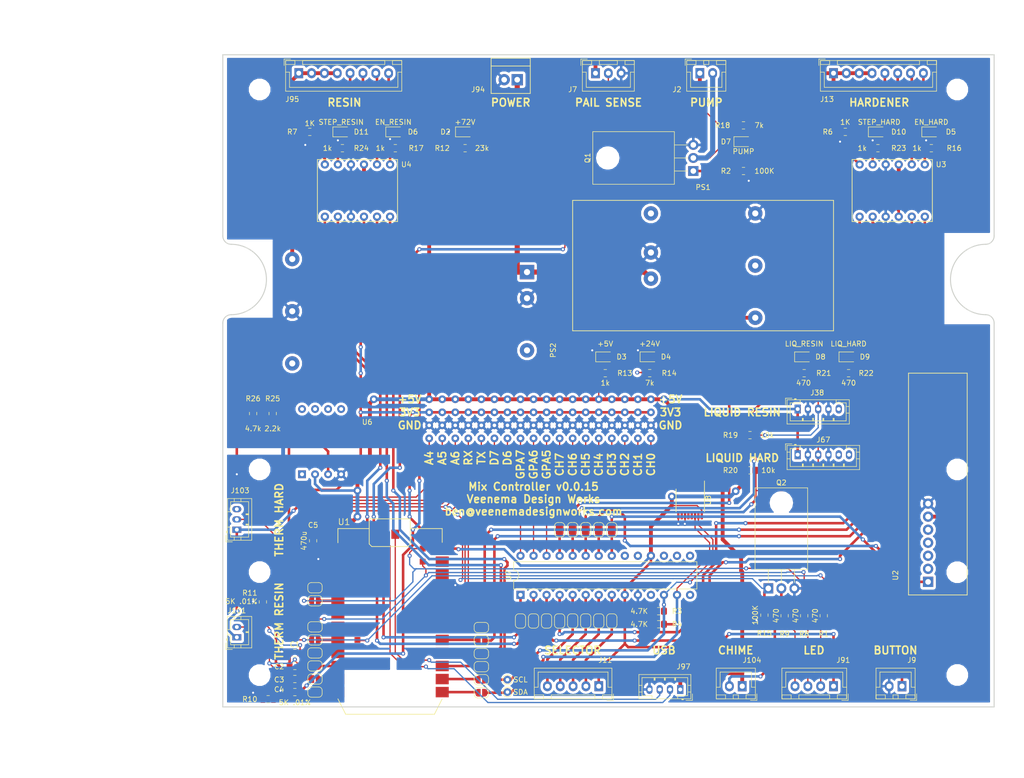
<source format=kicad_pcb>
(kicad_pcb (version 20171130) (host pcbnew "(5.0.0)")
  (layers (0 F.Cu signal) (31 B.Cu signal) (34 B.Paste user) (35 F.Paste user) (36 B.SilkS user) (37 F.SilkS user) (38 B.Mask user) (39 F.Mask user) (44 Edge.Cuts user))
  (net 0 "")
  (net 1 +24V)
  (net 2 +5V)
  (net 3 /PAIL_SNS)
  (net 4 GND)
  (net 5 /USER_BUTTON)
  (net 6 +3V3)
  (net 7 /ROTARY_1)
  (net 8 /ROTARY_2)
  (net 9 /ROTARY_3)
  (net 10 /ROTARY_4)
  (net 11 "Net-(J13-Pad8)")
  (net 12 "Net-(J13-Pad7)")
  (net 13 "Net-(J13-Pad6)")
  (net 14 "Net-(J13-Pad5)")
  (net 15 "Net-(J42-Pad1)")
  (net 16 "Net-(J44-Pad1)")
  (net 17 "Net-(J72-Pad1)")
  (net 18 "Net-(J73-Pad1)")
  (net 19 "Net-(J74-Pad1)")
  (net 20 "Net-(J75-Pad1)")
  (net 21 "Net-(J76-Pad1)")
  (net 22 "Net-(J77-Pad1)")
  (net 23 "Net-(J78-Pad1)")
  (net 24 "Net-(J79-Pad1)")
  (net 25 "Net-(J80-Pad1)")
  (net 26 "Net-(J81-Pad1)")
  (net 27 "Net-(J82-Pad1)")
  (net 28 "Net-(J83-Pad1)")
  (net 29 "Net-(J84-Pad1)")
  (net 30 "Net-(J91-Pad2)")
  (net 31 "Net-(J91-Pad3)")
  (net 32 +72V)
  (net 33 "Net-(J95-Pad5)")
  (net 34 "Net-(J95-Pad6)")
  (net 35 "Net-(J95-Pad7)")
  (net 36 "Net-(J95-Pad8)")
  (net 37 "/USB(+)")
  (net 38 "/USB(-)")
  (net 39 /STATUS_LED_B)
  (net 40 "Net-(JP1-Pad2)")
  (net 41 "Net-(JP2-Pad2)")
  (net 42 /STATUS_LED_G)
  (net 43 "Net-(JP3-Pad2)")
  (net 44 /STATUS_LED_R)
  (net 45 "Net-(JP4-Pad2)")
  (net 46 /PRESS_SNS)
  (net 47 "Net-(JP5-Pad2)")
  (net 48 "Net-(JP6-Pad2)")
  (net 49 /RESIN_ENABLE)
  (net 50 /RESIN_HLFB)
  (net 51 "Net-(JP7-Pad2)")
  (net 52 /HARDENER_ENABLE)
  (net 53 "Net-(JP8-Pad2)")
  (net 54 "Net-(JP9-Pad2)")
  (net 55 /HARDENER_HLFB)
  (net 56 "Net-(JP10-Pad2)")
  (net 57 "Net-(JP11-Pad2)")
  (net 58 "Net-(JP12-Pad2)")
  (net 59 "Net-(JP13-Pad2)")
  (net 60 /PUMP_EN)
  (net 61 "Net-(JP14-Pad2)")
  (net 62 "Net-(JP15-Pad2)")
  (net 63 /USER_REMOTE)
  (net 64 "Net-(JP16-Pad2)")
  (net 65 "Net-(JP17-Pad2)")
  (net 66 "Net-(JP18-Pad1)")
  (net 67 "Net-(JP19-Pad1)")
  (net 68 "Net-(JP20-Pad1)")
  (net 69 "Net-(JP21-Pad1)")
  (net 70 /SCL)
  (net 71 "Net-(JP22-Pad1)")
  (net 72 "Net-(JP23-Pad1)")
  (net 73 /SDA)
  (net 74 "Net-(U1-Pad25)")
  (net 75 "Net-(U1-Pad26)")
  (net 76 "Net-(U1-Pad22)")
  (net 77 "Net-(U1-Pad23)")
  (net 78 "Net-(U7-Pad15)")
  (net 79 "Net-(U7-Pad16)")
  (net 80 "Net-(U7-Pad17)")
  (net 81 "Net-(U7-Pad19)")
  (net 82 "Net-(U7-Pad20)")
  (net 83 "Net-(U8-Pad10)")
  (net 84 "Net-(U8-Pad12)")
  (net 85 "Net-(U8-Pad13)")
  (net 86 "Net-(PS1-Pad3)")
  (net 87 "Net-(PS2-Pad6)")
  (net 88 "Net-(PS2-Pad4)")
  (net 89 "Net-(U2-Pad2)")
  (net 90 "Net-(U2-Pad3)")
  (net 91 "Net-(U2-Pad4)")
  (net 92 "Net-(U2-Pad5)")
  (net 93 "Net-(U6-Pad1)")
  (net 94 "Net-(U6-Pad5)")
  (net 95 "Net-(U6-Pad6)")
  (net 96 "Net-(U6-Pad7)")
  (net 97 "Net-(U6-Pad8)")
  (net 98 /THERM_HARDENER)
  (net 99 "Net-(JP24-Pad2)")
  (net 100 "Net-(JP25-Pad2)")
  (net 101 /THERM_RESIN)
  (net 102 "Net-(U7-Pad11)")
  (net 103 "Net-(U7-Pad14)")
  (net 104 "Net-(J103-Pad3)")
  (net 105 "Net-(J91-Pad4)")
  (net 106 "Net-(D7-Pad1)")
  (net 107 /CHIME)
  (net 108 "Net-(J104-Pad2)")
  (net 109 /LIQUID_SNS_RESIN)
  (net 110 /HARDENER_INPUT_STEP)
  (net 111 /HARDENER_INPUT_DIR)
  (net 112 /RESIN_INPUT_STEP)
  (net 113 /RESIN_INPUT_DIR)
  (net 114 "Net-(JP26-Pad2)")
  (net 115 "Net-(JP27-Pad2)")
  (net 116 /LIQUID_SNS_HARDENER)
  (net 117 "Net-(D8-Pad1)")
  (net 118 "Net-(D9-Pad1)")
  (net 119 "Net-(D2-Pad2)")
  (net 120 "Net-(D3-Pad2)")
  (net 121 "Net-(D4-Pad2)")
  (net 122 "Net-(D5-Pad2)")
  (net 123 "Net-(D6-Pad2)")
  (net 124 "Net-(D7-Pad2)")
  (net 125 "Net-(D10-Pad2)")
  (net 126 "Net-(D11-Pad2)")
  (net 127 "Net-(J38-Pad5)")
  (net 128 "Net-(J67-Pad5)")
  (net 129 "Net-(J67-Pad6)")
  (net 130 "Net-(PS1-Pad5)")
  (net 131 "Net-(R25-Pad1)")
  (module Resistor_SMD:R_0805_2012Metric_Pad1.15x1.40mm_HandSolder (layer F.Cu) (at 85.725 136.6176 90)
    (fp_text reference R11 (at 1.7436 -2.54 180) (layer F.SilkS))
    (fp_text value "5K .01%" (at 0.0926 -4.191) (layer F.SilkS))
    (pad 2 smd roundrect (at 1.025 0 90) (size 1.15 1.4) (layers F.Cu F.Paste F.Mask) (roundrect_rratio 0.217391) (net 4 GND))
    (pad 1 smd roundrect (at -1.025 0 90) (size 1.15 1.4) (layers F.Cu F.Paste F.Mask) (roundrect_rratio 0.217391) (net 98 /THERM_HARDENER))
  )
  (module MountingHole:MountingHole_3.2mm_M3_ISO7380 (layer F.Cu) (at 220.9546 110.8202)
    (fp_text reference REF** hide)
    (fp_text value MountingHole_3.2mm_M3_ISO7380)
    (pad 1 np_thru_hole circle (at 0 0) (size 3.2 3.2) (drill 3.2) (layers *.Cu *.Mask))
  )
  (module MountingHole:MountingHole_3.2mm_M3_ISO7380 (layer F.Cu) (at 220.9546 130.8354)
    (fp_text reference REF** hide)
    (fp_text value MountingHole_3.2mm_M3_ISO7380 hide)
    (pad 1 np_thru_hole circle (at 0 0) (size 3.2 3.2) (drill 3.2) (layers *.Cu *.Mask))
  )
  (module MountingHole:MountingHole_3.2mm_M3_ISO7380 (layer F.Cu) (at 220.9546 150.8506)
    (fp_text reference REF** hide)
    (fp_text value MountingHole_3.2mm_M3_ISO7380 hide)
    (pad 1 np_thru_hole circle (at 0 0) (size 3.2 3.2) (drill 3.2) (layers *.Cu *.Mask))
  )
  (module MountingHole:MountingHole_3.2mm_M3_ISO7380 (layer F.Cu) (at 220.9546 36.83)
    (fp_text reference REF** hide)
    (fp_text value MountingHole_3.2mm_M3_ISO7380 hide)
    (pad 1 np_thru_hole circle (at 0 0) (size 3.2 3.2) (drill 3.2) (layers *.Cu *.Mask))
  )
  (module MountingHole:MountingHole_3.2mm_M3_ISO7380 (layer F.Cu) (at 85.09 36.83)
    (fp_text reference REF** hide)
    (fp_text value MountingHole_3.2mm_M3_ISO7380 hide)
    (pad 1 np_thru_hole circle (at 0 0) (size 3.2 3.2) (drill 3.2) (layers *.Cu *.Mask))
  )
  (module MountingHole:MountingHole_3.2mm_M3_ISO7380 (layer F.Cu) (at 85.09 110.8202)
    (fp_text reference REF** hide)
    (fp_text value MountingHole_3.2mm_M3_ISO7380 hide)
    (pad 1 np_thru_hole circle (at 0 0) (size 3.2 3.2) (drill 3.2) (layers *.Cu *.Mask))
  )
  (module MountingHole:MountingHole_3.2mm_M3_ISO7380 (layer F.Cu) (at 85.09 130.81)
    (fp_text reference REF** hide)
    (fp_text value MountingHole_3.2mm_M3_ISO7380 hide)
    (pad 1 np_thru_hole circle (at 0 0) (size 3.2 3.2) (drill 3.2) (layers *.Cu *.Mask))
  )
  (module MountingHole:MountingHole_3.2mm_M3_ISO7380 (layer F.Cu) (at 85.09 150.876)
    (fp_text reference REF** hide)
    (fp_text value MountingHole_3.2mm_M3_ISO7380 hide)
    (pad 1 np_thru_hole circle (at 0 0) (size 3.2 3.2) (drill 3.2) (layers *.Cu *.Mask))
  )
  (module Connector_JST:JST_PH_B4B-PH-K_1x04_P2.00mm_Vertical (layer F.Cu) (at 167.005 153.67 180)
    (fp_text reference J97 (at -0.635 4.445) (layer F.SilkS))
    (fp_text value "B4B-PH-K-S(LF)(SN)" hide)
    (pad 1 thru_hole rect (at 0 0 180) (size 1.2 1.75) (drill 0.75) (layers *.Cu *.Mask) (net 2 +5V))
    (pad 2 thru_hole oval (at 2 0 180) (size 1.2 1.75) (drill 0.75) (layers *.Cu *.Mask) (net 37 "/USB(+)"))
    (pad 3 thru_hole oval (at 4 0 180) (size 1.2 1.75) (drill 0.75) (layers *.Cu *.Mask) (net 38 "/USB(-)"))
    (pad 4 thru_hole oval (at 6 0 180) (size 1.2 1.75) (drill 0.75) (layers *.Cu *.Mask) (net 4 GND))
  )
  (module Connector_JST:JST_XH_B02B-XH-A_1x02_P2.50mm_Vertical (layer F.Cu) (at 170.815 33.655)
    (fp_text reference J2 (at -4.445 3.175) (layer F.SilkS))
    (fp_text value "B2B-XH-A(LF)(SN)")
    (pad 2 thru_hole oval (at 2.5 0) (size 1.7 2) (drill 1) (layers *.Cu *.Mask) (net 106 "Net-(D7-Pad1)"))
    (pad 1 thru_hole rect (at 0 0) (size 1.7 2) (drill 1) (layers *.Cu *.Mask) (net 1 +24V))
  )
  (module Connector_JST:JST_XH_B03B-XH-A_1x03_P2.50mm_Vertical (layer F.Cu) (at 150.495 33.655)
    (fp_text reference J7 (at -4.445 3.175) (layer F.SilkS))
    (fp_text value "B3B-XH-A(LF)(SN)")
    (pad 1 thru_hole rect (at 0 0) (size 1.7 1.95) (drill 0.95) (layers *.Cu *.Mask) (net 2 +5V))
    (pad 2 thru_hole oval (at 2.5 0) (size 1.7 1.95) (drill 0.95) (layers *.Cu *.Mask) (net 3 /PAIL_SNS))
    (pad 3 thru_hole oval (at 5 0) (size 1.7 1.95) (drill 0.95) (layers *.Cu *.Mask) (net 4 GND))
  )
  (module Connector_JST:JST_XH_B02B-XH-A_1x02_P2.50mm_Vertical (layer F.Cu) (at 210.185 153.035 180)
    (fp_text reference J9 (at -1.905 5.08 180) (layer F.SilkS))
    (fp_text value "B2B-XH-A(LF)(SN)")
    (pad 1 thru_hole rect (at 0 0 180) (size 1.7 2) (drill 1) (layers *.Cu *.Mask) (net 5 /USER_BUTTON))
    (pad 2 thru_hole oval (at 2.5 0 180) (size 1.7 2) (drill 1) (layers *.Cu *.Mask) (net 4 GND))
  )
  (module Connector_JST:JST_XH_B05B-XH-A_1x05_P2.50mm_Vertical (layer F.Cu) (at 151.13 153.035 180)
    (fp_text reference J11 (at -1.27 5.08 180) (layer F.SilkS))
    (fp_text value "B5B-XH-A(LF)(SN)" hide)
    (pad 1 thru_hole rect (at 0 0 180) (size 1.7 1.95) (drill 0.95) (layers *.Cu *.Mask) (net 6 +3V3))
    (pad 2 thru_hole oval (at 2.5 0 180) (size 1.7 1.95) (drill 0.95) (layers *.Cu *.Mask) (net 7 /ROTARY_1))
    (pad 3 thru_hole oval (at 5 0 180) (size 1.7 1.95) (drill 0.95) (layers *.Cu *.Mask) (net 8 /ROTARY_2))
    (pad 4 thru_hole oval (at 7.5 0 180) (size 1.7 1.95) (drill 0.95) (layers *.Cu *.Mask) (net 9 /ROTARY_3))
    (pad 5 thru_hole oval (at 10 0 180) (size 1.7 1.95) (drill 0.95) (layers *.Cu *.Mask) (net 10 /ROTARY_4))
  )
  (module Connector_JST:JST_XH_B08B-XH-A_1x08_P2.50mm_Vertical (layer F.Cu) (at 196.85 33.655)
    (fp_text reference J13 (at -1.27 5.08) (layer F.SilkS))
    (fp_text value "B8B-XH-A(LF)(SN)" hide)
    (pad 8 thru_hole oval (at 17.5 0) (size 1.7 1.95) (drill 0.95) (layers *.Cu *.Mask) (net 11 "Net-(J13-Pad8)"))
    (pad 7 thru_hole oval (at 15 0) (size 1.7 1.95) (drill 0.95) (layers *.Cu *.Mask) (net 12 "Net-(J13-Pad7)"))
    (pad 6 thru_hole oval (at 12.5 0) (size 1.7 1.95) (drill 0.95) (layers *.Cu *.Mask) (net 13 "Net-(J13-Pad6)"))
    (pad 5 thru_hole oval (at 10 0) (size 1.7 1.95) (drill 0.95) (layers *.Cu *.Mask) (net 14 "Net-(J13-Pad5)"))
    (pad 4 thru_hole oval (at 7.5 0) (size 1.7 1.95) (drill 0.95) (layers *.Cu *.Mask) (net 2 +5V))
    (pad 3 thru_hole oval (at 5 0) (size 1.7 1.95) (drill 0.95) (layers *.Cu *.Mask) (net 2 +5V))
    (pad 2 thru_hole oval (at 2.5 0) (size 1.7 1.95) (drill 0.95) (layers *.Cu *.Mask) (net 2 +5V))
    (pad 1 thru_hole rect (at 0 0) (size 1.7 1.95) (drill 0.95) (layers *.Cu *.Mask) (net 2 +5V))
  )
  (module Connector_JST:JST_XH_B04B-XH-A_1x04_P2.50mm_Vertical (layer F.Cu) (at 196.85 153.035 180)
    (fp_text reference J91 (at -1.905 5.08 180) (layer F.SilkS))
    (fp_text value "B4B-XH-A(LF)(SN)" hide)
    (pad 1 thru_hole rect (at 0 0 180) (size 1.7 1.95) (drill 0.95) (layers *.Cu *.Mask) (net 6 +3V3))
    (pad 2 thru_hole oval (at 2.5 0 180) (size 1.7 1.95) (drill 0.95) (layers *.Cu *.Mask) (net 30 "Net-(J91-Pad2)"))
    (pad 3 thru_hole oval (at 5 0 180) (size 1.7 1.95) (drill 0.95) (layers *.Cu *.Mask) (net 31 "Net-(J91-Pad3)"))
    (pad 4 thru_hole oval (at 7.5 0 180) (size 1.7 1.95) (drill 0.95) (layers *.Cu *.Mask) (net 105 "Net-(J91-Pad4)"))
  )
  (module Connector_JST:JST_XH_B08B-XH-A_1x08_P2.50mm_Vertical (layer F.Cu) (at 92.71 33.655)
    (fp_text reference J95 (at -1.27 5.08) (layer F.SilkS))
    (fp_text value "B8B-XH-A(LF)(SN)" hide)
    (pad 1 thru_hole rect (at 0 0) (size 1.7 1.95) (drill 0.95) (layers *.Cu *.Mask) (net 2 +5V))
    (pad 2 thru_hole oval (at 2.5 0) (size 1.7 1.95) (drill 0.95) (layers *.Cu *.Mask) (net 2 +5V))
    (pad 3 thru_hole oval (at 5 0) (size 1.7 1.95) (drill 0.95) (layers *.Cu *.Mask) (net 2 +5V))
    (pad 4 thru_hole oval (at 7.5 0) (size 1.7 1.95) (drill 0.95) (layers *.Cu *.Mask) (net 2 +5V))
    (pad 5 thru_hole oval (at 10 0) (size 1.7 1.95) (drill 0.95) (layers *.Cu *.Mask) (net 33 "Net-(J95-Pad5)"))
    (pad 6 thru_hole oval (at 12.5 0) (size 1.7 1.95) (drill 0.95) (layers *.Cu *.Mask) (net 34 "Net-(J95-Pad6)"))
    (pad 7 thru_hole oval (at 15 0) (size 1.7 1.95) (drill 0.95) (layers *.Cu *.Mask) (net 35 "Net-(J95-Pad7)"))
    (pad 8 thru_hole oval (at 17.5 0) (size 1.7 1.95) (drill 0.95) (layers *.Cu *.Mask) (net 36 "Net-(J95-Pad8)"))
  )
  (module Jumper:SolderJumper-2_P1.3mm_Open_RoundedPad1.0x1.5mm (layer F.Cu) (at 95.87 136.398)
    (fp_text reference JP1 hide)
    (fp_text value ~)
    (pad 1 smd custom (at -0.65 0) (size 1 0.5) (layers F.Cu F.Mask) (net 39 /STATUS_LED_B) (options (clearance outline) (anchor rect)) (primitives (gr_circle (center 0 0.25) (end 0.5 0.25) (width 0)) (gr_circle (center 0 -0.25) (end 0.5 -0.25) (width 0)) (gr_poly (pts (xy 0 -0.75) (xy 0.5 -0.75) (xy 0.5 0.75) (xy 0 0.75)) (width 0))))
    (pad 2 smd custom (at 0.65 0) (size 1 0.5) (layers F.Cu F.Mask) (net 40 "Net-(JP1-Pad2)") (options (clearance outline) (anchor rect)) (primitives (gr_circle (center 0 0.25) (end 0.5 0.25) (width 0)) (gr_circle (center 0 -0.25) (end 0.5 -0.25) (width 0)) (gr_poly (pts (xy 0 -0.75) (xy -0.5 -0.75) (xy -0.5 0.75) (xy 0 0.75)) (width 0))))
  )
  (module Jumper:SolderJumper-2_P1.3mm_Open_RoundedPad1.0x1.5mm (layer F.Cu) (at 95.87 141.478)
    (fp_text reference JP2 hide)
    (fp_text value ~)
    (pad 2 smd custom (at 0.65 0) (size 1 0.5) (layers F.Cu F.Mask) (net 41 "Net-(JP2-Pad2)") (options (clearance outline) (anchor rect)) (primitives (gr_circle (center 0 0.25) (end 0.5 0.25) (width 0)) (gr_circle (center 0 -0.25) (end 0.5 -0.25) (width 0)) (gr_poly (pts (xy 0 -0.75) (xy -0.5 -0.75) (xy -0.5 0.75) (xy 0 0.75)) (width 0))))
    (pad 1 smd custom (at -0.65 0) (size 1 0.5) (layers F.Cu F.Mask) (net 42 /STATUS_LED_G) (options (clearance outline) (anchor rect)) (primitives (gr_circle (center 0 0.25) (end 0.5 0.25) (width 0)) (gr_circle (center 0 -0.25) (end 0.5 -0.25) (width 0)) (gr_poly (pts (xy 0 -0.75) (xy 0.5 -0.75) (xy 0.5 0.75) (xy 0 0.75)) (width 0))))
  )
  (module Jumper:SolderJumper-2_P1.3mm_Open_RoundedPad1.0x1.5mm (layer F.Cu) (at 95.87 144.018)
    (fp_text reference JP3 hide)
    (fp_text value ~)
    (pad 2 smd custom (at 0.65 0) (size 1 0.5) (layers F.Cu F.Mask) (net 43 "Net-(JP3-Pad2)") (options (clearance outline) (anchor rect)) (primitives (gr_circle (center 0 0.25) (end 0.5 0.25) (width 0)) (gr_circle (center 0 -0.25) (end 0.5 -0.25) (width 0)) (gr_poly (pts (xy 0 -0.75) (xy -0.5 -0.75) (xy -0.5 0.75) (xy 0 0.75)) (width 0))))
    (pad 1 smd custom (at -0.65 0) (size 1 0.5) (layers F.Cu F.Mask) (net 44 /STATUS_LED_R) (options (clearance outline) (anchor rect)) (primitives (gr_circle (center 0 0.25) (end 0.5 0.25) (width 0)) (gr_circle (center 0 -0.25) (end 0.5 -0.25) (width 0)) (gr_poly (pts (xy 0 -0.75) (xy 0.5 -0.75) (xy 0.5 0.75) (xy 0 0.75)) (width 0))))
  )
  (module Jumper:SolderJumper-2_P1.3mm_Open_RoundedPad1.0x1.5mm (layer F.Cu) (at 95.87 151.638)
    (fp_text reference JP4 hide)
    (fp_text value ~)
    (pad 1 smd custom (at -0.65 0) (size 1 0.5) (layers F.Cu F.Mask) (net 46 /PRESS_SNS) (options (clearance outline) (anchor rect)) (primitives (gr_circle (center 0 0.25) (end 0.5 0.25) (width 0)) (gr_circle (center 0 -0.25) (end 0.5 -0.25) (width 0)) (gr_poly (pts (xy 0 -0.75) (xy 0.5 -0.75) (xy 0.5 0.75) (xy 0 0.75)) (width 0))))
    (pad 2 smd custom (at 0.65 0) (size 1 0.5) (layers F.Cu F.Mask) (net 45 "Net-(JP4-Pad2)") (options (clearance outline) (anchor rect)) (primitives (gr_circle (center 0 0.25) (end 0.5 0.25) (width 0)) (gr_circle (center 0 -0.25) (end 0.5 -0.25) (width 0)) (gr_poly (pts (xy 0 -0.75) (xy -0.5 -0.75) (xy -0.5 0.75) (xy 0 0.75)) (width 0))))
  )
  (module Jumper:SolderJumper-2_P1.3mm_Open_RoundedPad1.0x1.5mm (layer F.Cu) (at 95.87 154.178)
    (fp_text reference JP5 hide)
    (fp_text value ~)
    (pad 1 smd custom (at -0.65 0) (size 1 0.5) (layers F.Cu F.Mask) (net 3 /PAIL_SNS) (options (clearance outline) (anchor rect)) (primitives (gr_circle (center 0 0.25) (end 0.5 0.25) (width 0)) (gr_circle (center 0 -0.25) (end 0.5 -0.25) (width 0)) (gr_poly (pts (xy 0 -0.75) (xy 0.5 -0.75) (xy 0.5 0.75) (xy 0 0.75)) (width 0))))
    (pad 2 smd custom (at 0.65 0) (size 1 0.5) (layers F.Cu F.Mask) (net 47 "Net-(JP5-Pad2)") (options (clearance outline) (anchor rect)) (primitives (gr_circle (center 0 0.25) (end 0.5 0.25) (width 0)) (gr_circle (center 0 -0.25) (end 0.5 -0.25) (width 0)) (gr_poly (pts (xy 0 -0.75) (xy -0.5 -0.75) (xy -0.5 0.75) (xy 0 0.75)) (width 0))))
  )
  (module Jumper:SolderJumper-2_P1.3mm_Open_RoundedPad1.0x1.5mm (layer F.Cu) (at 135.89 140.335 90)
    (fp_text reference JP6 hide)
    (fp_text value ~)
    (pad 2 smd custom (at 0.65 0 90) (size 1 0.5) (layers F.Cu F.Mask) (net 48 "Net-(JP6-Pad2)") (options (clearance outline) (anchor rect)) (primitives (gr_circle (center 0 0.25) (end 0.5 0.25) (width 0)) (gr_circle (center 0 -0.25) (end 0.5 -0.25) (width 0)) (gr_poly (pts (xy 0 -0.75) (xy -0.5 -0.75) (xy -0.5 0.75) (xy 0 0.75)) (width 0))))
    (pad 1 smd custom (at -0.65 0 90) (size 1 0.5) (layers F.Cu F.Mask) (net 49 /RESIN_ENABLE) (options (clearance outline) (anchor rect)) (primitives (gr_circle (center 0 0.25) (end 0.5 0.25) (width 0)) (gr_circle (center 0 -0.25) (end 0.5 -0.25) (width 0)) (gr_poly (pts (xy 0 -0.75) (xy 0.5 -0.75) (xy 0.5 0.75) (xy 0 0.75)) (width 0))))
  )
  (module Jumper:SolderJumper-2_P1.3mm_Open_RoundedPad1.0x1.5mm (layer F.Cu) (at 138.43 140.335 90)
    (fp_text reference JP7 hide)
    (fp_text value ~)
    (pad 1 smd custom (at -0.65 0 90) (size 1 0.5) (layers F.Cu F.Mask) (net 50 /RESIN_HLFB) (options (clearance outline) (anchor rect)) (primitives (gr_circle (center 0 0.25) (end 0.5 0.25) (width 0)) (gr_circle (center 0 -0.25) (end 0.5 -0.25) (width 0)) (gr_poly (pts (xy 0 -0.75) (xy 0.5 -0.75) (xy 0.5 0.75) (xy 0 0.75)) (width 0))))
    (pad 2 smd custom (at 0.65 0 90) (size 1 0.5) (layers F.Cu F.Mask) (net 51 "Net-(JP7-Pad2)") (options (clearance outline) (anchor rect)) (primitives (gr_circle (center 0 0.25) (end 0.5 0.25) (width 0)) (gr_circle (center 0 -0.25) (end 0.5 -0.25) (width 0)) (gr_poly (pts (xy 0 -0.75) (xy -0.5 -0.75) (xy -0.5 0.75) (xy 0 0.75)) (width 0))))
  )
  (module Jumper:SolderJumper-2_P1.3mm_Open_RoundedPad1.0x1.5mm (layer F.Cu) (at 140.97 140.335 90)
    (fp_text reference JP8 hide)
    (fp_text value ~)
    (pad 1 smd custom (at -0.65 0 90) (size 1 0.5) (layers F.Cu F.Mask) (net 52 /HARDENER_ENABLE) (options (clearance outline) (anchor rect)) (primitives (gr_circle (center 0 0.25) (end 0.5 0.25) (width 0)) (gr_circle (center 0 -0.25) (end 0.5 -0.25) (width 0)) (gr_poly (pts (xy 0 -0.75) (xy 0.5 -0.75) (xy 0.5 0.75) (xy 0 0.75)) (width 0))))
    (pad 2 smd custom (at 0.65 0 90) (size 1 0.5) (layers F.Cu F.Mask) (net 53 "Net-(JP8-Pad2)") (options (clearance outline) (anchor rect)) (primitives (gr_circle (center 0 0.25) (end 0.5 0.25) (width 0)) (gr_circle (center 0 -0.25) (end 0.5 -0.25) (width 0)) (gr_poly (pts (xy 0 -0.75) (xy -0.5 -0.75) (xy -0.5 0.75) (xy 0 0.75)) (width 0))))
  )
  (module Jumper:SolderJumper-2_P1.3mm_Open_RoundedPad1.0x1.5mm (layer F.Cu) (at 143.51 140.335 90)
    (fp_text reference JP9 hide)
    (fp_text value ~)
    (pad 2 smd custom (at 0.65 0 90) (size 1 0.5) (layers F.Cu F.Mask) (net 54 "Net-(JP9-Pad2)") (options (clearance outline) (anchor rect)) (primitives (gr_circle (center 0 0.25) (end 0.5 0.25) (width 0)) (gr_circle (center 0 -0.25) (end 0.5 -0.25) (width 0)) (gr_poly (pts (xy 0 -0.75) (xy -0.5 -0.75) (xy -0.5 0.75) (xy 0 0.75)) (width 0))))
    (pad 1 smd custom (at -0.65 0 90) (size 1 0.5) (layers F.Cu F.Mask) (net 55 /HARDENER_HLFB) (options (clearance outline) (anchor rect)) (primitives (gr_circle (center 0 0.25) (end 0.5 0.25) (width 0)) (gr_circle (center 0 -0.25) (end 0.5 -0.25) (width 0)) (gr_poly (pts (xy 0 -0.75) (xy 0.5 -0.75) (xy 0.5 0.75) (xy 0 0.75)) (width 0))))
  )
  (module Jumper:SolderJumper-2_P1.3mm_Open_RoundedPad1.0x1.5mm (layer F.Cu) (at 146.05 140.335 90)
    (fp_text reference JP10 hide)
    (fp_text value ~)
    (pad 1 smd custom (at -0.65 0 90) (size 1 0.5) (layers F.Cu F.Mask) (net 10 /ROTARY_4) (options (clearance outline) (anchor rect)) (primitives (gr_circle (center 0 0.25) (end 0.5 0.25) (width 0)) (gr_circle (center 0 -0.25) (end 0.5 -0.25) (width 0)) (gr_poly (pts (xy 0 -0.75) (xy 0.5 -0.75) (xy 0.5 0.75) (xy 0 0.75)) (width 0))))
    (pad 2 smd custom (at 0.65 0 90) (size 1 0.5) (layers F.Cu F.Mask) (net 56 "Net-(JP10-Pad2)") (options (clearance outline) (anchor rect)) (primitives (gr_circle (center 0 0.25) (end 0.5 0.25) (width 0)) (gr_circle (center 0 -0.25) (end 0.5 -0.25) (width 0)) (gr_poly (pts (xy 0 -0.75) (xy -0.5 -0.75) (xy -0.5 0.75) (xy 0 0.75)) (width 0))))
  )
  (module Jumper:SolderJumper-2_P1.3mm_Open_RoundedPad1.0x1.5mm (layer F.Cu) (at 148.59 140.335 90)
    (fp_text reference JP11 hide)
    (fp_text value ~)
    (pad 2 smd custom (at 0.65 0 90) (size 1 0.5) (layers F.Cu F.Mask) (net 57 "Net-(JP11-Pad2)") (options (clearance outline) (anchor rect)) (primitives (gr_circle (center 0 0.25) (end 0.5 0.25) (width 0)) (gr_circle (center 0 -0.25) (end 0.5 -0.25) (width 0)) (gr_poly (pts (xy 0 -0.75) (xy -0.5 -0.75) (xy -0.5 0.75) (xy 0 0.75)) (width 0))))
    (pad 1 smd custom (at -0.65 0 90) (size 1 0.5) (layers F.Cu F.Mask) (net 9 /ROTARY_3) (options (clearance outline) (anchor rect)) (primitives (gr_circle (center 0 0.25) (end 0.5 0.25) (width 0)) (gr_circle (center 0 -0.25) (end 0.5 -0.25) (width 0)) (gr_poly (pts (xy 0 -0.75) (xy 0.5 -0.75) (xy 0.5 0.75) (xy 0 0.75)) (width 0))))
  )
  (module Jumper:SolderJumper-2_P1.3mm_Open_RoundedPad1.0x1.5mm (layer F.Cu) (at 151.13 140.335 90)
    (fp_text reference JP12 hide)
    (fp_text value ~)
    (pad 1 smd custom (at -0.65 0 90) (size 1 0.5) (layers F.Cu F.Mask) (net 8 /ROTARY_2) (options (clearance outline) (anchor rect)) (primitives (gr_circle (center 0 0.25) (end 0.5 0.25) (width 0)) (gr_circle (center 0 -0.25) (end 0.5 -0.25) (width 0)) (gr_poly (pts (xy 0 -0.75) (xy 0.5 -0.75) (xy 0.5 0.75) (xy 0 0.75)) (width 0))))
    (pad 2 smd custom (at 0.65 0 90) (size 1 0.5) (layers F.Cu F.Mask) (net 58 "Net-(JP12-Pad2)") (options (clearance outline) (anchor rect)) (primitives (gr_circle (center 0 0.25) (end 0.5 0.25) (width 0)) (gr_circle (center 0 -0.25) (end 0.5 -0.25) (width 0)) (gr_poly (pts (xy 0 -0.75) (xy -0.5 -0.75) (xy -0.5 0.75) (xy 0 0.75)) (width 0))))
  )
  (module Jumper:SolderJumper-2_P1.3mm_Open_RoundedPad1.0x1.5mm (layer F.Cu) (at 153.67 140.335 90)
    (fp_text reference JP13 hide)
    (fp_text value ~)
    (pad 2 smd custom (at 0.65 0 90) (size 1 0.5) (layers F.Cu F.Mask) (net 59 "Net-(JP13-Pad2)") (options (clearance outline) (anchor rect)) (primitives (gr_circle (center 0 0.25) (end 0.5 0.25) (width 0)) (gr_circle (center 0 -0.25) (end 0.5 -0.25) (width 0)) (gr_poly (pts (xy 0 -0.75) (xy -0.5 -0.75) (xy -0.5 0.75) (xy 0 0.75)) (width 0))))
    (pad 1 smd custom (at -0.65 0 90) (size 1 0.5) (layers F.Cu F.Mask) (net 7 /ROTARY_1) (options (clearance outline) (anchor rect)) (primitives (gr_circle (center 0 0.25) (end 0.5 0.25) (width 0)) (gr_circle (center 0 -0.25) (end 0.5 -0.25) (width 0)) (gr_poly (pts (xy 0 -0.75) (xy 0.5 -0.75) (xy 0.5 0.75) (xy 0 0.75)) (width 0))))
  )
  (module Jumper:SolderJumper-2_P1.3mm_Open_RoundedPad1.0x1.5mm (layer F.Cu) (at 153.67 122.555 270)
    (fp_text reference JP14 hide)
    (fp_text value ~)
    (pad 1 smd custom (at -0.65 0 270) (size 1 0.5) (layers F.Cu F.Mask) (net 5 /USER_BUTTON) (options (clearance outline) (anchor rect)) (primitives (gr_circle (center 0 0.25) (end 0.5 0.25) (width 0)) (gr_circle (center 0 -0.25) (end 0.5 -0.25) (width 0)) (gr_poly (pts (xy 0 -0.75) (xy 0.5 -0.75) (xy 0.5 0.75) (xy 0 0.75)) (width 0))))
    (pad 2 smd custom (at 0.65 0 270) (size 1 0.5) (layers F.Cu F.Mask) (net 61 "Net-(JP14-Pad2)") (options (clearance outline) (anchor rect)) (primitives (gr_circle (center 0 0.25) (end 0.5 0.25) (width 0)) (gr_circle (center 0 -0.25) (end 0.5 -0.25) (width 0)) (gr_poly (pts (xy 0 -0.75) (xy -0.5 -0.75) (xy -0.5 0.75) (xy 0 0.75)) (width 0))))
  )
  (module Jumper:SolderJumper-2_P1.3mm_Open_RoundedPad1.0x1.5mm (layer F.Cu) (at 151.13 122.555 270)
    (fp_text reference JP15 hide)
    (fp_text value ~)
    (pad 2 smd custom (at 0.65 0 270) (size 1 0.5) (layers F.Cu F.Mask) (net 62 "Net-(JP15-Pad2)") (options (clearance outline) (anchor rect)) (primitives (gr_circle (center 0 0.25) (end 0.5 0.25) (width 0)) (gr_circle (center 0 -0.25) (end 0.5 -0.25) (width 0)) (gr_poly (pts (xy 0 -0.75) (xy -0.5 -0.75) (xy -0.5 0.75) (xy 0 0.75)) (width 0))))
    (pad 1 smd custom (at -0.65 0 270) (size 1 0.5) (layers F.Cu F.Mask) (net 63 /USER_REMOTE) (options (clearance outline) (anchor rect)) (primitives (gr_circle (center 0 0.25) (end 0.5 0.25) (width 0)) (gr_circle (center 0 -0.25) (end 0.5 -0.25) (width 0)) (gr_poly (pts (xy 0 -0.75) (xy 0.5 -0.75) (xy 0.5 0.75) (xy 0 0.75)) (width 0))))
  )
  (module Jumper:SolderJumper-2_P1.3mm_Open_RoundedPad1.0x1.5mm (layer F.Cu) (at 148.59 122.555 270)
    (fp_text reference JP16 hide)
    (fp_text value ~)
    (pad 1 smd custom (at -0.65 0 270) (size 1 0.5) (layers F.Cu F.Mask) (net 116 /LIQUID_SNS_HARDENER) (options (clearance outline) (anchor rect)) (primitives (gr_circle (center 0 0.25) (end 0.5 0.25) (width 0)) (gr_circle (center 0 -0.25) (end 0.5 -0.25) (width 0)) (gr_poly (pts (xy 0 -0.75) (xy 0.5 -0.75) (xy 0.5 0.75) (xy 0 0.75)) (width 0))))
    (pad 2 smd custom (at 0.65 0 270) (size 1 0.5) (layers F.Cu F.Mask) (net 64 "Net-(JP16-Pad2)") (options (clearance outline) (anchor rect)) (primitives (gr_circle (center 0 0.25) (end 0.5 0.25) (width 0)) (gr_circle (center 0 -0.25) (end 0.5 -0.25) (width 0)) (gr_poly (pts (xy 0 -0.75) (xy -0.5 -0.75) (xy -0.5 0.75) (xy 0 0.75)) (width 0))))
  )
  (module Jumper:SolderJumper-2_P1.3mm_Open_RoundedPad1.0x1.5mm (layer F.Cu) (at 146.05 122.555 270)
    (fp_text reference JP17 hide)
    (fp_text value ~)
    (pad 2 smd custom (at 0.65 0 270) (size 1 0.5) (layers F.Cu F.Mask) (net 65 "Net-(JP17-Pad2)") (options (clearance outline) (anchor rect)) (primitives (gr_circle (center 0 0.25) (end 0.5 0.25) (width 0)) (gr_circle (center 0 -0.25) (end 0.5 -0.25) (width 0)) (gr_poly (pts (xy 0 -0.75) (xy -0.5 -0.75) (xy -0.5 0.75) (xy 0 0.75)) (width 0))))
    (pad 1 smd custom (at -0.65 0 270) (size 1 0.5) (layers F.Cu F.Mask) (net 109 /LIQUID_SNS_RESIN) (options (clearance outline) (anchor rect)) (primitives (gr_circle (center 0 0.25) (end 0.5 0.25) (width 0)) (gr_circle (center 0 -0.25) (end 0.5 -0.25) (width 0)) (gr_poly (pts (xy 0 -0.75) (xy 0.5 -0.75) (xy 0.5 0.75) (xy 0 0.75)) (width 0))))
  )
  (module Jumper:SolderJumper-2_P1.3mm_Open_RoundedPad1.0x1.5mm (layer F.Cu) (at 128.27 141.605)
    (fp_text reference JP18 hide)
    (fp_text value ~)
    (pad 1 smd custom (at -0.65 0) (size 1 0.5) (layers F.Cu F.Mask) (net 66 "Net-(JP18-Pad1)") (options (clearance outline) (anchor rect)) (primitives (gr_circle (center 0 0.25) (end 0.5 0.25) (width 0)) (gr_circle (center 0 -0.25) (end 0.5 -0.25) (width 0)) (gr_poly (pts (xy 0 -0.75) (xy 0.5 -0.75) (xy 0.5 0.75) (xy 0 0.75)) (width 0))))
    (pad 2 smd custom (at 0.65 0) (size 1 0.5) (layers F.Cu F.Mask) (net 110 /HARDENER_INPUT_STEP) (options (clearance outline) (anchor rect)) (primitives (gr_circle (center 0 0.25) (end 0.5 0.25) (width 0)) (gr_circle (center 0 -0.25) (end 0.5 -0.25) (width 0)) (gr_poly (pts (xy 0 -0.75) (xy -0.5 -0.75) (xy -0.5 0.75) (xy 0 0.75)) (width 0))))
  )
  (module Jumper:SolderJumper-2_P1.3mm_Open_RoundedPad1.0x1.5mm (layer F.Cu) (at 128.27 144.145)
    (fp_text reference JP19 hide)
    (fp_text value ~)
    (pad 2 smd custom (at 0.65 0) (size 1 0.5) (layers F.Cu F.Mask) (net 111 /HARDENER_INPUT_DIR) (options (clearance outline) (anchor rect)) (primitives (gr_circle (center 0 0.25) (end 0.5 0.25) (width 0)) (gr_circle (center 0 -0.25) (end 0.5 -0.25) (width 0)) (gr_poly (pts (xy 0 -0.75) (xy -0.5 -0.75) (xy -0.5 0.75) (xy 0 0.75)) (width 0))))
    (pad 1 smd custom (at -0.65 0) (size 1 0.5) (layers F.Cu F.Mask) (net 67 "Net-(JP19-Pad1)") (options (clearance outline) (anchor rect)) (primitives (gr_circle (center 0 0.25) (end 0.5 0.25) (width 0)) (gr_circle (center 0 -0.25) (end 0.5 -0.25) (width 0)) (gr_poly (pts (xy 0 -0.75) (xy 0.5 -0.75) (xy 0.5 0.75) (xy 0 0.75)) (width 0))))
  )
  (module Jumper:SolderJumper-2_P1.3mm_Open_RoundedPad1.0x1.5mm (layer F.Cu) (at 128.27 146.685)
    (fp_text reference JP20 hide)
    (fp_text value ~)
    (pad 1 smd custom (at -0.65 0) (size 1 0.5) (layers F.Cu F.Mask) (net 68 "Net-(JP20-Pad1)") (options (clearance outline) (anchor rect)) (primitives (gr_circle (center 0 0.25) (end 0.5 0.25) (width 0)) (gr_circle (center 0 -0.25) (end 0.5 -0.25) (width 0)) (gr_poly (pts (xy 0 -0.75) (xy 0.5 -0.75) (xy 0.5 0.75) (xy 0 0.75)) (width 0))))
    (pad 2 smd custom (at 0.65 0) (size 1 0.5) (layers F.Cu F.Mask) (net 112 /RESIN_INPUT_STEP) (options (clearance outline) (anchor rect)) (primitives (gr_circle (center 0 0.25) (end 0.5 0.25) (width 0)) (gr_circle (center 0 -0.25) (end 0.5 -0.25) (width 0)) (gr_poly (pts (xy 0 -0.75) (xy -0.5 -0.75) (xy -0.5 0.75) (xy 0 0.75)) (width 0))))
  )
  (module Jumper:SolderJumper-2_P1.3mm_Open_RoundedPad1.0x1.5mm (layer F.Cu) (at 128.27 149.225)
    (fp_text reference JP21 hide)
    (fp_text value ~)
    (pad 2 smd custom (at 0.65 0) (size 1 0.5) (layers F.Cu F.Mask) (net 113 /RESIN_INPUT_DIR) (options (clearance outline) (anchor rect)) (primitives (gr_circle (center 0 0.25) (end 0.5 0.25) (width 0)) (gr_circle (center 0 -0.25) (end 0.5 -0.25) (width 0)) (gr_poly (pts (xy 0 -0.75) (xy -0.5 -0.75) (xy -0.5 0.75) (xy 0 0.75)) (width 0))))
    (pad 1 smd custom (at -0.65 0) (size 1 0.5) (layers F.Cu F.Mask) (net 69 "Net-(JP21-Pad1)") (options (clearance outline) (anchor rect)) (primitives (gr_circle (center 0 0.25) (end 0.5 0.25) (width 0)) (gr_circle (center 0 -0.25) (end 0.5 -0.25) (width 0)) (gr_poly (pts (xy 0 -0.75) (xy 0.5 -0.75) (xy 0.5 0.75) (xy 0 0.75)) (width 0))))
  )
  (module Jumper:SolderJumper-2_P1.3mm_Open_RoundedPad1.0x1.5mm (layer F.Cu) (at 128.27 151.765)
    (fp_text reference JP22 hide)
    (fp_text value ~)
    (pad 2 smd custom (at 0.65 0) (size 1 0.5) (layers F.Cu F.Mask) (net 70 /SCL) (options (clearance outline) (anchor rect)) (primitives (gr_circle (center 0 0.25) (end 0.5 0.25) (width 0)) (gr_circle (center 0 -0.25) (end 0.5 -0.25) (width 0)) (gr_poly (pts (xy 0 -0.75) (xy -0.5 -0.75) (xy -0.5 0.75) (xy 0 0.75)) (width 0))))
    (pad 1 smd custom (at -0.65 0) (size 1 0.5) (layers F.Cu F.Mask) (net 71 "Net-(JP22-Pad1)") (options (clearance outline) (anchor rect)) (primitives (gr_circle (center 0 0.25) (end 0.5 0.25) (width 0)) (gr_circle (center 0 -0.25) (end 0.5 -0.25) (width 0)) (gr_poly (pts (xy 0 -0.75) (xy 0.5 -0.75) (xy 0.5 0.75) (xy 0 0.75)) (width 0))))
  )
  (module Jumper:SolderJumper-2_P1.3mm_Open_RoundedPad1.0x1.5mm (layer F.Cu) (at 128.27 154.305)
    (fp_text reference JP23 hide)
    (fp_text value ~)
    (pad 1 smd custom (at -0.65 0) (size 1 0.5) (layers F.Cu F.Mask) (net 72 "Net-(JP23-Pad1)") (options (clearance outline) (anchor rect)) (primitives (gr_circle (center 0 0.25) (end 0.5 0.25) (width 0)) (gr_circle (center 0 -0.25) (end 0.5 -0.25) (width 0)) (gr_poly (pts (xy 0 -0.75) (xy 0.5 -0.75) (xy 0.5 0.75) (xy 0 0.75)) (width 0))))
    (pad 2 smd custom (at 0.65 0) (size 1 0.5) (layers F.Cu F.Mask) (net 73 /SDA) (options (clearance outline) (anchor rect)) (primitives (gr_circle (center 0 0.25) (end 0.5 0.25) (width 0)) (gr_circle (center 0 -0.25) (end 0.5 -0.25) (width 0)) (gr_poly (pts (xy 0 -0.75) (xy -0.5 -0.75) (xy -0.5 0.75) (xy 0 0.75)) (width 0))))
  )
  (module Package_TO_SOT_THT:TO-220-3_Horizontal_TabDown (layer F.Cu) (at 169.545 52.705 90)
    (fp_text reference Q1 (at 2.54 -20.58 90) (layer F.SilkS))
    (fp_text value Q_NMOS_GDS)
    (pad "" np_thru_hole oval (at 2.54 -16.66 90) (size 3.5 3.5) (drill 3.5) (layers *.Cu *.Mask))
    (pad 1 thru_hole rect (at 0 0 90) (size 1.905 2) (drill 1.1) (layers *.Cu *.Mask) (net 60 /PUMP_EN))
    (pad 2 thru_hole oval (at 2.54 0 90) (size 1.905 2) (drill 1.1) (layers *.Cu *.Mask) (net 106 "Net-(D7-Pad1)"))
    (pad 3 thru_hole oval (at 5.08 0 90) (size 1.905 2) (drill 1.1) (layers *.Cu *.Mask) (net 4 GND))
  )
  (module Local:ConnectorPoint_THT_D1.5mm_Drill-0.7mm (layer F.Cu) (at 128.27 97.155 270)
    (fp_text reference J15)
    (fp_text value ~)
    (pad 1 thru_hole circle (at 0 0 270) (size 1.5 1.5) (drill 0.7) (layers *.Cu *.Mask) (net 2 +5V))
  )
  (module Local:ConnectorPoint_THT_D1.5mm_Drill-0.7mm (layer F.Cu) (at 125.73 97.155 270)
    (fp_text reference J16)
    (fp_text value ~)
    (pad 1 thru_hole circle (at 0 0 270) (size 1.5 1.5) (drill 0.7) (layers *.Cu *.Mask) (net 2 +5V))
  )
  (module Local:ConnectorPoint_THT_D1.5mm_Drill-0.7mm (layer F.Cu) (at 123.19 97.155 270)
    (fp_text reference J17)
    (fp_text value ~)
    (pad 1 thru_hole circle (at 0 0 270) (size 1.5 1.5) (drill 0.7) (layers *.Cu *.Mask) (net 2 +5V))
  )
  (module Local:ConnectorPoint_THT_D1.5mm_Drill-0.7mm (layer F.Cu) (at 120.65 97.155 270)
    (fp_text reference J18)
    (fp_text value ~)
    (pad 1 thru_hole circle (at 0 0 270) (size 1.5 1.5) (drill 0.7) (layers *.Cu *.Mask) (net 2 +5V))
  )
  (module Local:ConnectorPoint_THT_D1.5mm_Drill-0.7mm (layer F.Cu) (at 118.11 97.155 270)
    (fp_text reference J19)
    (fp_text value ~)
    (pad 1 thru_hole circle (at 0 0 270) (size 1.5 1.5) (drill 0.7) (layers *.Cu *.Mask) (net 2 +5V))
  )
  (module Local:ConnectorPoint_THT_D1.5mm_Drill-0.7mm (layer F.Cu) (at 128.27 99.695 270)
    (fp_text reference J20)
    (fp_text value ~)
    (pad 1 thru_hole circle (at 0 0 270) (size 1.5 1.5) (drill 0.7) (layers *.Cu *.Mask) (net 6 +3V3))
  )
  (module Local:ConnectorPoint_THT_D1.5mm_Drill-0.7mm (layer F.Cu) (at 125.73 99.695 270)
    (fp_text reference J21)
    (fp_text value ~)
    (pad 1 thru_hole circle (at 0 0 270) (size 1.5 1.5) (drill 0.7) (layers *.Cu *.Mask) (net 6 +3V3))
  )
  (module Local:ConnectorPoint_THT_D1.5mm_Drill-0.7mm (layer F.Cu) (at 123.19 99.695 270)
    (fp_text reference J22)
    (fp_text value ~)
    (pad 1 thru_hole circle (at 0 0 270) (size 1.5 1.5) (drill 0.7) (layers *.Cu *.Mask) (net 6 +3V3))
  )
  (module Local:ConnectorPoint_THT_D1.5mm_Drill-0.7mm (layer F.Cu) (at 120.65 99.695 270)
    (fp_text reference J23)
    (fp_text value ~)
    (pad 1 thru_hole circle (at 0 0 270) (size 1.5 1.5) (drill 0.7) (layers *.Cu *.Mask) (net 6 +3V3))
  )
  (module Local:ConnectorPoint_THT_D1.5mm_Drill-0.7mm (layer F.Cu) (at 118.11 99.695 270)
    (fp_text reference J24)
    (fp_text value ~)
    (pad 1 thru_hole circle (at 0 0 270) (size 1.5 1.5) (drill 0.7) (layers *.Cu *.Mask) (net 6 +3V3))
  )
  (module Local:ConnectorPoint_THT_D1.5mm_Drill-0.7mm (layer F.Cu) (at 128.27 102.235 270)
    (fp_text reference J25)
    (fp_text value ~)
    (pad 1 thru_hole circle (at 0 0 270) (size 1.5 1.5) (drill 0.7) (layers *.Cu *.Mask) (net 4 GND))
  )
  (module Local:ConnectorPoint_THT_D1.5mm_Drill-0.7mm (layer F.Cu) (at 125.73 102.235 270)
    (fp_text reference J26)
    (fp_text value ~)
    (pad 1 thru_hole circle (at 0 0 270) (size 1.5 1.5) (drill 0.7) (layers *.Cu *.Mask) (net 4 GND))
  )
  (module Local:ConnectorPoint_THT_D1.5mm_Drill-0.7mm (layer F.Cu) (at 123.19 102.235 270)
    (fp_text reference J27)
    (fp_text value ~)
    (pad 1 thru_hole circle (at 0 0 270) (size 1.5 1.5) (drill 0.7) (layers *.Cu *.Mask) (net 4 GND))
  )
  (module Local:ConnectorPoint_THT_D1.5mm_Drill-0.7mm (layer F.Cu) (at 120.65 102.235 270)
    (fp_text reference J28)
    (fp_text value ~)
    (pad 1 thru_hole circle (at 0 0 270) (size 1.5 1.5) (drill 0.7) (layers *.Cu *.Mask) (net 4 GND))
  )
  (module Local:ConnectorPoint_THT_D1.5mm_Drill-0.7mm (layer F.Cu) (at 118.11 102.235 270)
    (fp_text reference J29)
    (fp_text value ~)
    (pad 1 thru_hole circle (at 0 0 270) (size 1.5 1.5) (drill 0.7) (layers *.Cu *.Mask) (net 4 GND))
  )
  (module Local:ConnectorPoint_THT_D1.5mm_Drill-0.7mm (layer F.Cu) (at 161.29 97.155 90)
    (fp_text reference J30)
    (fp_text value ~)
    (pad 1 thru_hole circle (at 0 0 90) (size 1.5 1.5) (drill 0.7) (layers *.Cu *.Mask) (net 2 +5V))
  )
  (module Local:ConnectorPoint_THT_D1.5mm_Drill-0.7mm (layer F.Cu) (at 158.75 97.155 90)
    (fp_text reference J31)
    (fp_text value ~)
    (pad 1 thru_hole circle (at 0 0 90) (size 1.5 1.5) (drill 0.7) (layers *.Cu *.Mask) (net 2 +5V))
  )
  (module Local:ConnectorPoint_THT_D1.5mm_Drill-0.7mm (layer F.Cu) (at 156.21 97.155 90)
    (fp_text reference J32)
    (fp_text value ~)
    (pad 1 thru_hole circle (at 0 0 90) (size 1.5 1.5) (drill 0.7) (layers *.Cu *.Mask) (net 2 +5V))
  )
  (module Local:ConnectorPoint_THT_D1.5mm_Drill-0.7mm (layer F.Cu) (at 153.67 97.155 90)
    (fp_text reference J33)
    (fp_text value ~)
    (pad 1 thru_hole circle (at 0 0 90) (size 1.5 1.5) (drill 0.7) (layers *.Cu *.Mask) (net 2 +5V))
  )
  (module Local:ConnectorPoint_THT_D1.5mm_Drill-0.7mm (layer F.Cu) (at 151.13 97.155 90)
    (fp_text reference J34)
    (fp_text value ~)
    (pad 1 thru_hole circle (at 0 0 90) (size 1.5 1.5) (drill 0.7) (layers *.Cu *.Mask) (net 2 +5V))
  )
  (module Local:ConnectorPoint_THT_D1.5mm_Drill-0.7mm (layer F.Cu) (at 148.59 97.155 90)
    (fp_text reference J35)
    (fp_text value ~)
    (pad 1 thru_hole circle (at 0 0 90) (size 1.5 1.5) (drill 0.7) (layers *.Cu *.Mask) (net 2 +5V))
  )
  (module Local:ConnectorPoint_THT_D1.5mm_Drill-0.7mm (layer F.Cu) (at 146.05 97.155 90)
    (fp_text reference J36)
    (fp_text value ~)
    (pad 1 thru_hole circle (at 0 0 90) (size 1.5 1.5) (drill 0.7) (layers *.Cu *.Mask) (net 2 +5V))
  )
  (module Local:ConnectorPoint_THT_D1.5mm_Drill-0.7mm (layer F.Cu) (at 143.51 97.155 90)
    (fp_text reference J37)
    (fp_text value ~)
    (pad 1 thru_hole circle (at 0 0 90) (size 1.5 1.5) (drill 0.7) (layers *.Cu *.Mask) (net 2 +5V))
  )
  (module Local:ConnectorPoint_THT_D1.5mm_Drill-0.7mm (layer F.Cu) (at 140.97 97.155 90)
    (fp_text reference J39)
    (fp_text value ~)
    (pad 1 thru_hole circle (at 0 0 90) (size 1.5 1.5) (drill 0.7) (layers *.Cu *.Mask) (net 2 +5V))
  )
  (module Local:ConnectorPoint_THT_D1.5mm_Drill-0.7mm (layer F.Cu) (at 138.43 97.155 90)
    (fp_text reference J40)
    (fp_text value ~)
    (pad 1 thru_hole circle (at 0 0 90) (size 1.5 1.5) (drill 0.7) (layers *.Cu *.Mask) (net 2 +5V))
  )
  (module Local:ConnectorPoint_THT_D1.5mm_Drill-0.7mm (layer F.Cu) (at 135.89 97.155 90)
    (fp_text reference J41)
    (fp_text value ~)
    (pad 1 thru_hole circle (at 0 0 90) (size 1.5 1.5) (drill 0.7) (layers *.Cu *.Mask) (net 2 +5V))
  )
  (module Local:ConnectorPoint_THT_D1.5mm_Drill-0.7mm (layer F.Cu) (at 128.27 104.775 270)
    (fp_text reference J42)
    (fp_text value ~)
    (pad 1 thru_hole circle (at 0 0 270) (size 1.5 1.5) (drill 0.7) (layers *.Cu *.Mask) (net 15 "Net-(J42-Pad1)"))
  )
  (module Local:ConnectorPoint_THT_D1.5mm_Drill-0.7mm (layer F.Cu) (at 125.73 104.775 270)
    (fp_text reference J43)
    (fp_text value ~)
    (pad 1 thru_hole circle (at 0 0 270) (size 1.5 1.5) (drill 0.7) (layers *.Cu *.Mask) (net 107 /CHIME))
  )
  (module Local:ConnectorPoint_THT_D1.5mm_Drill-0.7mm (layer F.Cu) (at 123.19 104.775 270)
    (fp_text reference J44)
    (fp_text value ~)
    (pad 1 thru_hole circle (at 0 0 270) (size 1.5 1.5) (drill 0.7) (layers *.Cu *.Mask) (net 16 "Net-(J44-Pad1)"))
  )
  (module Local:ConnectorPoint_THT_D1.5mm_Drill-0.7mm (layer F.Cu) (at 120.65 104.775 270)
    (fp_text reference J45)
    (fp_text value ~)
    (pad 1 thru_hole circle (at 0 0 270) (size 1.5 1.5) (drill 0.7) (layers *.Cu *.Mask) (net 42 /STATUS_LED_G))
  )
  (module Local:ConnectorPoint_THT_D1.5mm_Drill-0.7mm (layer F.Cu) (at 118.11 104.775 270)
    (fp_text reference J46)
    (fp_text value ~)
    (pad 1 thru_hole circle (at 0 0 270) (size 1.5 1.5) (drill 0.7) (layers *.Cu *.Mask) (net 44 /STATUS_LED_R))
  )
  (module Local:ConnectorPoint_THT_D1.5mm_Drill-0.7mm (layer F.Cu) (at 161.29 99.695 90)
    (fp_text reference J47)
    (fp_text value ~)
    (pad 1 thru_hole circle (at 0 0 90) (size 1.5 1.5) (drill 0.7) (layers *.Cu *.Mask) (net 6 +3V3))
  )
  (module Local:ConnectorPoint_THT_D1.5mm_Drill-0.7mm (layer F.Cu) (at 158.75 99.695 90)
    (fp_text reference J48)
    (fp_text value ~)
    (pad 1 thru_hole circle (at 0 0 90) (size 1.5 1.5) (drill 0.7) (layers *.Cu *.Mask) (net 6 +3V3))
  )
  (module Local:ConnectorPoint_THT_D1.5mm_Drill-0.7mm (layer F.Cu) (at 156.21 99.695 90)
    (fp_text reference J49)
    (fp_text value ~)
    (pad 1 thru_hole circle (at 0 0 90) (size 1.5 1.5) (drill 0.7) (layers *.Cu *.Mask) (net 6 +3V3))
  )
  (module Local:ConnectorPoint_THT_D1.5mm_Drill-0.7mm (layer F.Cu) (at 153.67 99.695 90)
    (fp_text reference J50)
    (fp_text value ~)
    (pad 1 thru_hole circle (at 0 0 90) (size 1.5 1.5) (drill 0.7) (layers *.Cu *.Mask) (net 6 +3V3))
  )
  (module Local:ConnectorPoint_THT_D1.5mm_Drill-0.7mm (layer F.Cu) (at 151.13 99.695 90)
    (fp_text reference J51)
    (fp_text value ~)
    (pad 1 thru_hole circle (at 0 0 90) (size 1.5 1.5) (drill 0.7) (layers *.Cu *.Mask) (net 6 +3V3))
  )
  (module Local:ConnectorPoint_THT_D1.5mm_Drill-0.7mm (layer F.Cu) (at 148.59 99.695 90)
    (fp_text reference J52)
    (fp_text value ~)
    (pad 1 thru_hole circle (at 0 0 90) (size 1.5 1.5) (drill 0.7) (layers *.Cu *.Mask) (net 6 +3V3))
  )
  (module Local:ConnectorPoint_THT_D1.5mm_Drill-0.7mm (layer F.Cu) (at 146.05 99.695 90)
    (fp_text reference J53)
    (fp_text value ~)
    (pad 1 thru_hole circle (at 0 0 90) (size 1.5 1.5) (drill 0.7) (layers *.Cu *.Mask) (net 6 +3V3))
  )
  (module Local:ConnectorPoint_THT_D1.5mm_Drill-0.7mm (layer F.Cu) (at 143.51 99.695 90)
    (fp_text reference J54)
    (fp_text value ~)
    (pad 1 thru_hole circle (at 0 0 90) (size 1.5 1.5) (drill 0.7) (layers *.Cu *.Mask) (net 6 +3V3))
  )
  (module Local:ConnectorPoint_THT_D1.5mm_Drill-0.7mm (layer F.Cu) (at 140.97 99.695 90)
    (fp_text reference J56)
    (fp_text value ~)
    (pad 1 thru_hole circle (at 0 0 90) (size 1.5 1.5) (drill 0.7) (layers *.Cu *.Mask) (net 6 +3V3))
  )
  (module Local:ConnectorPoint_THT_D1.5mm_Drill-0.7mm (layer F.Cu) (at 138.43 99.695 90)
    (fp_text reference J57)
    (fp_text value ~)
    (pad 1 thru_hole circle (at 0 0 90) (size 1.5 1.5) (drill 0.7) (layers *.Cu *.Mask) (net 6 +3V3))
  )
  (module Local:ConnectorPoint_THT_D1.5mm_Drill-0.7mm (layer F.Cu) (at 135.89 99.695 90)
    (fp_text reference J58)
    (fp_text value ~)
    (pad 1 thru_hole circle (at 0 0 90) (size 1.5 1.5) (drill 0.7) (layers *.Cu *.Mask) (net 6 +3V3))
  )
  (module Local:ConnectorPoint_THT_D1.5mm_Drill-0.7mm (layer F.Cu) (at 161.29 102.235 90)
    (fp_text reference J59)
    (fp_text value ~)
    (pad 1 thru_hole circle (at 0 0 90) (size 1.5 1.5) (drill 0.7) (layers *.Cu *.Mask) (net 4 GND))
  )
  (module Local:ConnectorPoint_THT_D1.5mm_Drill-0.7mm (layer F.Cu) (at 158.75 102.235 90)
    (fp_text reference J60)
    (fp_text value ~)
    (pad 1 thru_hole circle (at 0 0 90) (size 1.5 1.5) (drill 0.7) (layers *.Cu *.Mask) (net 4 GND))
  )
  (module Local:ConnectorPoint_THT_D1.5mm_Drill-0.7mm (layer F.Cu) (at 156.21 102.235 90)
    (fp_text reference J61)
    (fp_text value ~)
    (pad 1 thru_hole circle (at 0 0 90) (size 1.5 1.5) (drill 0.7) (layers *.Cu *.Mask) (net 4 GND))
  )
  (module Local:ConnectorPoint_THT_D1.5mm_Drill-0.7mm (layer F.Cu) (at 153.67 102.235 90)
    (fp_text reference J62)
    (fp_text value ~)
    (pad 1 thru_hole circle (at 0 0 90) (size 1.5 1.5) (drill 0.7) (layers *.Cu *.Mask) (net 4 GND))
  )
  (module Local:ConnectorPoint_THT_D1.5mm_Drill-0.7mm (layer F.Cu) (at 151.13 102.235 90)
    (fp_text reference J63)
    (fp_text value ~)
    (pad 1 thru_hole circle (at 0 0 90) (size 1.5 1.5) (drill 0.7) (layers *.Cu *.Mask) (net 4 GND))
  )
  (module Local:ConnectorPoint_THT_D1.5mm_Drill-0.7mm (layer F.Cu) (at 148.59 102.235 90)
    (fp_text reference J64)
    (fp_text value ~)
    (pad 1 thru_hole circle (at 0 0 90) (size 1.5 1.5) (drill 0.7) (layers *.Cu *.Mask) (net 4 GND))
  )
  (module Local:ConnectorPoint_THT_D1.5mm_Drill-0.7mm (layer F.Cu) (at 146.05 102.235 90)
    (fp_text reference J65)
    (fp_text value ~)
    (pad 1 thru_hole circle (at 0 0 90) (size 1.5 1.5) (drill 0.7) (layers *.Cu *.Mask) (net 4 GND))
  )
  (module Local:ConnectorPoint_THT_D1.5mm_Drill-0.7mm (layer F.Cu) (at 143.51 102.235 90)
    (fp_text reference J66)
    (fp_text value ~)
    (pad 1 thru_hole circle (at 0 0 90) (size 1.5 1.5) (drill 0.7) (layers *.Cu *.Mask) (net 4 GND))
  )
  (module Local:ConnectorPoint_THT_D1.5mm_Drill-0.7mm (layer F.Cu) (at 140.97 102.235 90)
    (fp_text reference J68)
    (fp_text value ~)
    (pad 1 thru_hole circle (at 0 0 90) (size 1.5 1.5) (drill 0.7) (layers *.Cu *.Mask) (net 4 GND))
  )
  (module Local:ConnectorPoint_THT_D1.5mm_Drill-0.7mm (layer F.Cu) (at 138.43 102.235 90)
    (fp_text reference J69)
    (fp_text value ~)
    (pad 1 thru_hole circle (at 0 0 90) (size 1.5 1.5) (drill 0.7) (layers *.Cu *.Mask) (net 4 GND))
  )
  (module Local:ConnectorPoint_THT_D1.5mm_Drill-0.7mm (layer F.Cu) (at 135.89 102.235 90)
    (fp_text reference J70)
    (fp_text value ~)
    (pad 1 thru_hole circle (at 0 0 90) (size 1.5 1.5) (drill 0.7) (layers *.Cu *.Mask) (net 4 GND))
  )
  (module Local:ConnectorPoint_THT_D1.5mm_Drill-0.7mm (layer F.Cu) (at 140.97 104.775 90)
    (fp_text reference J72)
    (fp_text value ~)
    (pad 1 thru_hole circle (at 0 0 90) (size 1.5 1.5) (drill 0.7) (layers *.Cu *.Mask) (net 17 "Net-(J72-Pad1)"))
  )
  (module Local:ConnectorPoint_THT_D1.5mm_Drill-0.7mm (layer F.Cu) (at 138.43 104.775 90)
    (fp_text reference J73)
    (fp_text value ~)
    (pad 1 thru_hole circle (at 0 0 90) (size 1.5 1.5) (drill 0.7) (layers *.Cu *.Mask) (net 18 "Net-(J73-Pad1)"))
  )
  (module Local:ConnectorPoint_THT_D1.5mm_Drill-0.7mm (layer F.Cu) (at 135.89 104.775 90)
    (fp_text reference J74)
    (fp_text value ~)
    (pad 1 thru_hole circle (at 0 0 90) (size 1.5 1.5) (drill 0.7) (layers *.Cu *.Mask) (net 19 "Net-(J74-Pad1)"))
  )
  (module Local:ConnectorPoint_THT_D1.5mm_Drill-0.7mm (layer F.Cu) (at 161.29 104.775 90)
    (fp_text reference J75)
    (fp_text value ~)
    (pad 1 thru_hole circle (at 0 0 90) (size 1.5 1.5) (drill 0.7) (layers *.Cu *.Mask) (net 20 "Net-(J75-Pad1)"))
  )
  (module Local:ConnectorPoint_THT_D1.5mm_Drill-0.7mm (layer F.Cu) (at 158.75 104.775 90)
    (fp_text reference J76)
    (fp_text value ~)
    (pad 1 thru_hole circle (at 0 0 90) (size 1.5 1.5) (drill 0.7) (layers *.Cu *.Mask) (net 21 "Net-(J76-Pad1)"))
  )
  (module Local:ConnectorPoint_THT_D1.5mm_Drill-0.7mm (layer F.Cu) (at 156.21 104.775 90)
    (fp_text reference J77)
    (fp_text value ~)
    (pad 1 thru_hole circle (at 0 0 90) (size 1.5 1.5) (drill 0.7) (layers *.Cu *.Mask) (net 22 "Net-(J77-Pad1)"))
  )
  (module Local:ConnectorPoint_THT_D1.5mm_Drill-0.7mm (layer F.Cu) (at 153.67 104.775 90)
    (fp_text reference J78)
    (fp_text value ~)
    (pad 1 thru_hole circle (at 0 0 90) (size 1.5 1.5) (drill 0.7) (layers *.Cu *.Mask) (net 23 "Net-(J78-Pad1)"))
  )
  (module Local:ConnectorPoint_THT_D1.5mm_Drill-0.7mm (layer F.Cu) (at 151.13 104.775 90)
    (fp_text reference J79)
    (fp_text value ~)
    (pad 1 thru_hole circle (at 0 0 90) (size 1.5 1.5) (drill 0.7) (layers *.Cu *.Mask) (net 24 "Net-(J79-Pad1)"))
  )
  (module Local:ConnectorPoint_THT_D1.5mm_Drill-0.7mm (layer F.Cu) (at 148.59 104.775 90)
    (fp_text reference J80)
    (fp_text value ~)
    (pad 1 thru_hole circle (at 0 0 90) (size 1.5 1.5) (drill 0.7) (layers *.Cu *.Mask) (net 25 "Net-(J80-Pad1)"))
  )
  (module Local:ConnectorPoint_THT_D1.5mm_Drill-0.7mm (layer F.Cu) (at 146.05 104.775 90)
    (fp_text reference J81)
    (fp_text value ~)
    (pad 1 thru_hole circle (at 0 0 90) (size 1.5 1.5) (drill 0.7) (layers *.Cu *.Mask) (net 26 "Net-(J81-Pad1)"))
  )
  (module Local:ConnectorPoint_THT_D1.5mm_Drill-0.7mm (layer F.Cu) (at 143.51 104.775 90)
    (fp_text reference J82)
    (fp_text value ~)
    (pad 1 thru_hole circle (at 0 0 90) (size 1.5 1.5) (drill 0.7) (layers *.Cu *.Mask) (net 27 "Net-(J82-Pad1)"))
  )
  (module Local:ConnectorPoint_THT_D1.5mm_Drill-0.7mm (layer F.Cu) (at 130.81 104.775 180)
    (fp_text reference J83)
    (fp_text value ~)
    (pad 1 thru_hole circle (at 0 0 180) (size 1.5 1.5) (drill 0.7) (layers *.Cu *.Mask) (net 28 "Net-(J83-Pad1)"))
  )
  (module Local:ConnectorPoint_THT_D1.5mm_Drill-0.7mm (layer F.Cu) (at 133.35 104.775 90)
    (fp_text reference J84)
    (fp_text value ~)
    (pad 1 thru_hole circle (at 0 0 90) (size 1.5 1.5) (drill 0.7) (layers *.Cu *.Mask) (net 29 "Net-(J84-Pad1)"))
  )
  (module Local:ConnectorPoint_THT_D1.5mm_Drill-0.7mm (layer F.Cu) (at 130.81 102.235 90)
    (fp_text reference J85)
    (fp_text value ~)
    (pad 1 thru_hole circle (at 0 0 90) (size 1.5 1.5) (drill 0.7) (layers *.Cu *.Mask) (net 4 GND))
  )
  (module Local:ConnectorPoint_THT_D1.5mm_Drill-0.7mm (layer F.Cu) (at 133.35 102.235 90)
    (fp_text reference J86)
    (fp_text value ~)
    (pad 1 thru_hole circle (at 0 0 90) (size 1.5 1.5) (drill 0.7) (layers *.Cu *.Mask) (net 4 GND))
  )
  (module Local:ConnectorPoint_THT_D1.5mm_Drill-0.7mm (layer F.Cu) (at 130.81 99.695 90)
    (fp_text reference J87)
    (fp_text value ~)
    (pad 1 thru_hole circle (at 0 0 90) (size 1.5 1.5) (drill 0.7) (layers *.Cu *.Mask) (net 6 +3V3))
  )
  (module Local:ConnectorPoint_THT_D1.5mm_Drill-0.7mm (layer F.Cu) (at 133.35 99.695 90)
    (fp_text reference J88)
    (fp_text value ~)
    (pad 1 thru_hole circle (at 0 0 90) (size 1.5 1.5) (drill 0.7) (layers *.Cu *.Mask) (net 6 +3V3))
  )
  (module Local:ConnectorPoint_THT_D1.5mm_Drill-0.7mm (layer F.Cu) (at 130.81 97.155 90)
    (fp_text reference J89)
    (fp_text value ~)
    (pad 1 thru_hole circle (at 0 0 90) (size 1.5 1.5) (drill 0.7) (layers *.Cu *.Mask) (net 2 +5V))
  )
  (module Local:ConnectorPoint_THT_D1.5mm_Drill-0.7mm (layer F.Cu) (at 133.35 97.155 90)
    (fp_text reference J90)
    (fp_text value ~)
    (pad 1 thru_hole circle (at 0 0 90) (size 1.5 1.5) (drill 0.7) (layers *.Cu *.Mask) (net 2 +5V))
  )
  (module Package_DIP:DIP-28_W7.62mm (layer F.Cu) (at 135.89 135.255 90)
    (fp_text reference U7 (at 3.81 -2.33 90) (layer F.SilkS))
    (fp_text value MCP23017_SP)
    (pad 1 thru_hole rect (at 0 0 90) (size 1.6 1.6) (drill 0.8) (layers *.Cu *.Mask) (net 48 "Net-(JP6-Pad2)"))
    (pad 15 thru_hole oval (at 7.62 33.02 90) (size 1.6 1.6) (drill 0.8) (layers *.Cu *.Mask) (net 78 "Net-(U7-Pad15)"))
    (pad 2 thru_hole oval (at 0 2.54 90) (size 1.6 1.6) (drill 0.8) (layers *.Cu *.Mask) (net 51 "Net-(JP7-Pad2)"))
    (pad 16 thru_hole oval (at 7.62 30.48 90) (size 1.6 1.6) (drill 0.8) (layers *.Cu *.Mask) (net 79 "Net-(U7-Pad16)"))
    (pad 3 thru_hole oval (at 0 5.08 90) (size 1.6 1.6) (drill 0.8) (layers *.Cu *.Mask) (net 53 "Net-(JP8-Pad2)"))
    (pad 17 thru_hole oval (at 7.62 27.94 90) (size 1.6 1.6) (drill 0.8) (layers *.Cu *.Mask) (net 80 "Net-(U7-Pad17)"))
    (pad 4 thru_hole oval (at 0 7.62 90) (size 1.6 1.6) (drill 0.8) (layers *.Cu *.Mask) (net 54 "Net-(JP9-Pad2)"))
    (pad 18 thru_hole oval (at 7.62 25.4 90) (size 1.6 1.6) (drill 0.8) (layers *.Cu *.Mask) (net 6 +3V3))
    (pad 5 thru_hole oval (at 0 10.16 90) (size 1.6 1.6) (drill 0.8) (layers *.Cu *.Mask) (net 56 "Net-(JP10-Pad2)"))
    (pad 19 thru_hole oval (at 7.62 22.86 90) (size 1.6 1.6) (drill 0.8) (layers *.Cu *.Mask) (net 81 "Net-(U7-Pad19)"))
    (pad 6 thru_hole oval (at 0 12.7 90) (size 1.6 1.6) (drill 0.8) (layers *.Cu *.Mask) (net 57 "Net-(JP11-Pad2)"))
    (pad 20 thru_hole oval (at 7.62 20.32 90) (size 1.6 1.6) (drill 0.8) (layers *.Cu *.Mask) (net 82 "Net-(U7-Pad20)"))
    (pad 7 thru_hole oval (at 0 15.24 90) (size 1.6 1.6) (drill 0.8) (layers *.Cu *.Mask) (net 58 "Net-(JP12-Pad2)"))
    (pad 21 thru_hole oval (at 7.62 17.78 90) (size 1.6 1.6) (drill 0.8) (layers *.Cu *.Mask) (net 61 "Net-(JP14-Pad2)"))
    (pad 8 thru_hole oval (at 0 17.78 90) (size 1.6 1.6) (drill 0.8) (layers *.Cu *.Mask) (net 59 "Net-(JP13-Pad2)"))
    (pad 22 thru_hole oval (at 7.62 15.24 90) (size 1.6 1.6) (drill 0.8) (layers *.Cu *.Mask) (net 62 "Net-(JP15-Pad2)"))
    (pad 9 thru_hole oval (at 0 20.32 90) (size 1.6 1.6) (drill 0.8) (layers *.Cu *.Mask) (net 6 +3V3))
    (pad 23 thru_hole oval (at 7.62 12.7 90) (size 1.6 1.6) (drill 0.8) (layers *.Cu *.Mask) (net 64 "Net-(JP16-Pad2)"))
    (pad 10 thru_hole oval (at 0 22.86 90) (size 1.6 1.6) (drill 0.8) (layers *.Cu *.Mask) (net 4 GND))
    (pad 24 thru_hole oval (at 7.62 10.16 90) (size 1.6 1.6) (drill 0.8) (layers *.Cu *.Mask) (net 65 "Net-(JP17-Pad2)"))
    (pad 11 thru_hole oval (at 0 25.4 90) (size 1.6 1.6) (drill 0.8) (layers *.Cu *.Mask) (net 102 "Net-(U7-Pad11)"))
    (pad 25 thru_hole oval (at 7.62 7.62 90) (size 1.6 1.6) (drill 0.8) (layers *.Cu *.Mask) (net 115 "Net-(JP27-Pad2)"))
    (pad 12 thru_hole oval (at 0 27.94 90) (size 1.6 1.6) (drill 0.8) (layers *.Cu *.Mask) (net 70 /SCL))
    (pad 26 thru_hole oval (at 7.62 5.08 90) (size 1.6 1.6) (drill 0.8) (layers *.Cu *.Mask) (net 17 "Net-(J72-Pad1)"))
    (pad 13 thru_hole oval (at 0 30.48 90) (size 1.6 1.6) (drill 0.8) (layers *.Cu *.Mask) (net 73 /SDA))
    (pad 27 thru_hole oval (at 7.62 2.54 90) (size 1.6 1.6) (drill 0.8) (layers *.Cu *.Mask) (net 18 "Net-(J73-Pad1)"))
    (pad 14 thru_hole oval (at 0 33.02 90) (size 1.6 1.6) (drill 0.8) (layers *.Cu *.Mask) (net 103 "Net-(U7-Pad14)"))
    (pad 28 thru_hole oval (at 7.62 0 90) (size 1.6 1.6) (drill 0.8) (layers *.Cu *.Mask) (net 19 "Net-(J74-Pad1)"))
  )
  (module Package_SO:TSSOP-16_4.4x5mm_P0.65mm (layer F.Cu) (at 168.91 116.84 270)
    (fp_text reference U8 (at 0 -3.55 270) (layer F.SilkS))
    (fp_text value ADS7830)
    (pad 1 smd rect (at -2.95 -2.275 270) (size 1.5 0.45) (layers F.Cu F.Paste F.Mask) (net 20 "Net-(J75-Pad1)"))
    (pad 2 smd rect (at -2.95 -1.625 270) (size 1.5 0.45) (layers F.Cu F.Paste F.Mask) (net 21 "Net-(J76-Pad1)"))
    (pad 3 smd rect (at -2.95 -0.975 270) (size 1.5 0.45) (layers F.Cu F.Paste F.Mask) (net 22 "Net-(J77-Pad1)"))
    (pad 4 smd rect (at -2.95 -0.325 270) (size 1.5 0.45) (layers F.Cu F.Paste F.Mask) (net 23 "Net-(J78-Pad1)"))
    (pad 5 smd rect (at -2.95 0.325 270) (size 1.5 0.45) (layers F.Cu F.Paste F.Mask) (net 24 "Net-(J79-Pad1)"))
    (pad 6 smd rect (at -2.95 0.975 270) (size 1.5 0.45) (layers F.Cu F.Paste F.Mask) (net 25 "Net-(J80-Pad1)"))
    (pad 7 smd rect (at -2.95 1.625 270) (size 1.5 0.45) (layers F.Cu F.Paste F.Mask) (net 26 "Net-(J81-Pad1)"))
    (pad 8 smd rect (at -2.95 2.275 270) (size 1.5 0.45) (layers F.Cu F.Paste F.Mask) (net 27 "Net-(J82-Pad1)"))
    (pad 9 smd rect (at 2.95 2.275 270) (size 1.5 0.45) (layers F.Cu F.Paste F.Mask) (net 4 GND))
    (pad 10 smd rect (at 2.95 1.625 270) (size 1.5 0.45) (layers F.Cu F.Paste F.Mask) (net 83 "Net-(U8-Pad10)"))
    (pad 11 smd rect (at 2.95 0.975 270) (size 1.5 0.45) (layers F.Cu F.Paste F.Mask) (net 4 GND))
    (pad 12 smd rect (at 2.95 0.325 270) (size 1.5 0.45) (layers F.Cu F.Paste F.Mask) (net 84 "Net-(U8-Pad12)"))
    (pad 13 smd rect (at 2.95 -0.325 270) (size 1.5 0.45) (layers F.Cu F.Paste F.Mask) (net 85 "Net-(U8-Pad13)"))
    (pad 14 smd rect (at 2.95 -0.975 270) (size 1.5 0.45) (layers F.Cu F.Paste F.Mask) (net 73 /SDA))
    (pad 15 smd rect (at 2.95 -1.625 270) (size 1.5 0.45) (layers F.Cu F.Paste F.Mask) (net 70 /SCL))
    (pad 16 smd rect (at 2.95 -2.275 270) (size 1.5 0.45) (layers F.Cu F.Paste F.Mask) (net 6 +3V3))
  )
  (module Jumper:SolderJumper-2_P1.3mm_Open_RoundedPad1.0x1.5mm (layer F.Cu) (at 95.87 146.558)
    (fp_text reference JP24 hide)
    (fp_text value ~)
    (pad 1 smd custom (at -0.65 0) (size 1 0.5) (layers F.Cu F.Mask) (net 98 /THERM_HARDENER) (options (clearance outline) (anchor rect)) (primitives (gr_circle (center 0 0.25) (end 0.5 0.25) (width 0)) (gr_circle (center 0 -0.25) (end 0.5 -0.25) (width 0)) (gr_poly (pts (xy 0 -0.75) (xy 0.5 -0.75) (xy 0.5 0.75) (xy 0 0.75)) (width 0))))
    (pad 2 smd custom (at 0.65 0) (size 1 0.5) (layers F.Cu F.Mask) (net 99 "Net-(JP24-Pad2)") (options (clearance outline) (anchor rect)) (primitives (gr_circle (center 0 0.25) (end 0.5 0.25) (width 0)) (gr_circle (center 0 -0.25) (end 0.5 -0.25) (width 0)) (gr_poly (pts (xy 0 -0.75) (xy -0.5 -0.75) (xy -0.5 0.75) (xy 0 0.75)) (width 0))))
  )
  (module Jumper:SolderJumper-2_P1.3mm_Open_RoundedPad1.0x1.5mm (layer F.Cu) (at 95.87 149.098)
    (fp_text reference JP25 hide)
    (fp_text value ~)
    (pad 2 smd custom (at 0.65 0) (size 1 0.5) (layers F.Cu F.Mask) (net 100 "Net-(JP25-Pad2)") (options (clearance outline) (anchor rect)) (primitives (gr_circle (center 0 0.25) (end 0.5 0.25) (width 0)) (gr_circle (center 0 -0.25) (end 0.5 -0.25) (width 0)) (gr_poly (pts (xy 0 -0.75) (xy -0.5 -0.75) (xy -0.5 0.75) (xy 0 0.75)) (width 0))))
    (pad 1 smd custom (at -0.65 0) (size 1 0.5) (layers F.Cu F.Mask) (net 101 /THERM_RESIN) (options (clearance outline) (anchor rect)) (primitives (gr_circle (center 0 0.25) (end 0.5 0.25) (width 0)) (gr_circle (center 0 -0.25) (end 0.5 -0.25) (width 0)) (gr_poly (pts (xy 0 -0.75) (xy 0.5 -0.75) (xy 0.5 0.75) (xy 0 0.75)) (width 0))))
  )
  (module Resistor_SMD:R_0805_2012Metric_Pad1.15x1.40mm_HandSolder (layer F.Cu) (at 86.75 155.575 180)
    (fp_text reference R10 (at 3.565 0) (layer F.SilkS))
    (fp_text value "5K .01%" (at -5.198 -0.635) (layer F.SilkS))
    (pad 1 smd roundrect (at -1.025 0 180) (size 1.15 1.4) (layers F.Cu F.Paste F.Mask) (roundrect_rratio 0.217391) (net 101 /THERM_RESIN))
    (pad 2 smd roundrect (at 1.025 0 180) (size 1.15 1.4) (layers F.Cu F.Paste F.Mask) (roundrect_rratio 0.217391) (net 4 GND))
  )
  (module Connector_JST:JST_PH_B2B-PH-K_1x02_P2.00mm_Vertical (layer F.Cu) (at 80.645 143.51 90)
    (fp_text reference J101 (at 5.207 0 180) (layer F.SilkS))
    (fp_text value "B2B-PH-K-S(LF)(SN)" hide)
    (pad 1 thru_hole rect (at 0 0 90) (size 1.2 1.75) (drill 0.75) (layers *.Cu *.Mask) (net 6 +3V3))
    (pad 2 thru_hole oval (at 2 0 90) (size 1.2 1.75) (drill 0.75) (layers *.Cu *.Mask) (net 101 /THERM_RESIN))
  )
  (module Connector_JST:JST_PH_B3B-PH-K_1x03_P2.00mm_Vertical (layer F.Cu) (at 80.645 122.555 90)
    (fp_text reference J103 (at 7.62 0.635 180) (layer F.SilkS))
    (fp_text value "B3B-PH-K-S(LF)(SN)")
    (pad 1 thru_hole rect (at 0 0 90) (size 1.2 1.75) (drill 0.75) (layers *.Cu *.Mask) (net 6 +3V3))
    (pad 2 thru_hole oval (at 2 0 90) (size 1.2 1.75) (drill 0.75) (layers *.Cu *.Mask) (net 98 /THERM_HARDENER))
    (pad 3 thru_hole oval (at 4 0 90) (size 1.2 1.75) (drill 0.75) (layers *.Cu *.Mask) (net 104 "Net-(J103-Pad3)"))
  )
  (module Capacitor_SMD:C_0805_2012Metric_Pad1.15x1.40mm_HandSolder (layer F.Cu) (at 91.948 146.558)
    (fp_text reference C1 (at 0 -1.65) (layer F.SilkS))
    (fp_text value 0.1u)
    (pad 1 smd roundrect (at -1.025 0) (size 1.15 1.4) (layers F.Cu F.Paste F.Mask) (roundrect_rratio 0.217391) (net 4 GND))
    (pad 2 smd roundrect (at 1.025 0) (size 1.15 1.4) (layers F.Cu F.Paste F.Mask) (roundrect_rratio 0.217391) (net 98 /THERM_HARDENER))
  )
  (module Capacitor_SMD:C_0805_2012Metric_Pad1.15x1.40mm_HandSolder (layer F.Cu) (at 91.948 149.098)
    (fp_text reference C2 (at -3.048 0.127) (layer F.SilkS))
    (fp_text value 0.1u)
    (pad 2 smd roundrect (at 1.025 0) (size 1.15 1.4) (layers F.Cu F.Paste F.Mask) (roundrect_rratio 0.217391) (net 101 /THERM_RESIN))
    (pad 1 smd roundrect (at -1.025 0) (size 1.15 1.4) (layers F.Cu F.Paste F.Mask) (roundrect_rratio 0.217391) (net 4 GND))
  )
  (module Capacitor_SMD:C_0805_2012Metric_Pad1.15x1.40mm_HandSolder (layer F.Cu) (at 91.948 151.638)
    (fp_text reference C3 (at -3.048 0.127) (layer F.SilkS))
    (fp_text value 0.1u)
    (pad 1 smd roundrect (at -1.025 0) (size 1.15 1.4) (layers F.Cu F.Paste F.Mask) (roundrect_rratio 0.217391) (net 4 GND))
    (pad 2 smd roundrect (at 1.025 0) (size 1.15 1.4) (layers F.Cu F.Paste F.Mask) (roundrect_rratio 0.217391) (net 46 /PRESS_SNS))
  )
  (module Capacitor_SMD:C_0805_2012Metric_Pad1.15x1.40mm_HandSolder (layer F.Cu) (at 91.948 154.178)
    (fp_text reference C4 (at -3.048 -0.508) (layer F.SilkS))
    (fp_text value 0.1u)
    (pad 2 smd roundrect (at 1.025 0) (size 1.15 1.4) (layers F.Cu F.Paste F.Mask) (roundrect_rratio 0.217391) (net 3 /PAIL_SNS))
    (pad 1 smd roundrect (at -1.025 0) (size 1.15 1.4) (layers F.Cu F.Paste F.Mask) (roundrect_rratio 0.217391) (net 4 GND))
  )
  (module Capacitor_SMD:C_0805_2012Metric_Pad1.15x1.40mm_HandSolder (layer F.Cu) (at 95.504 124.714 90)
    (fp_text reference C5 (at 3.048 0 180) (layer F.SilkS))
    (fp_text value 470u (at 0 -1.778 270) (layer F.SilkS))
    (pad 1 smd roundrect (at -1.025 0 90) (size 1.15 1.4) (layers F.Cu F.Paste F.Mask) (roundrect_rratio 0.217391) (net 4 GND))
    (pad 2 smd roundrect (at 1.025 0 90) (size 1.15 1.4) (layers F.Cu F.Paste F.Mask) (roundrect_rratio 0.217391) (net 2 +5V))
  )
  (module Connector_JST:JST_XH_B02B-XH-A_1x02_P2.50mm_Vertical (layer F.Cu) (at 179.07 153.035 180)
    (fp_text reference J104 (at -1.905 5.08 180) (layer F.SilkS))
    (fp_text value "B2B-XH-A(LF)(SN)" hide)
    (pad 1 thru_hole rect (at 0 0 180) (size 1.7 2) (drill 1) (layers *.Cu *.Mask) (net 2 +5V))
    (pad 2 thru_hole oval (at 2.5 0 180) (size 1.7 2) (drill 1) (layers *.Cu *.Mask) (net 108 "Net-(J104-Pad2)"))
  )
  (module Jumper:SolderJumper-2_P1.3mm_Open_RoundedPad1.0x1.5mm (layer F.Cu) (at 95.87 133.858)
    (fp_text reference JP26 hide)
    (fp_text value ~)
    (pad 1 smd custom (at -0.65 0) (size 1 0.5) (layers F.Cu F.Mask) (net 107 /CHIME) (options (clearance outline) (anchor rect)) (primitives (gr_circle (center 0 0.25) (end 0.5 0.25) (width 0)) (gr_circle (center 0 -0.25) (end 0.5 -0.25) (width 0)) (gr_poly (pts (xy 0 -0.75) (xy 0.5 -0.75) (xy 0.5 0.75) (xy 0 0.75)) (width 0))))
    (pad 2 smd custom (at 0.65 0) (size 1 0.5) (layers F.Cu F.Mask) (net 114 "Net-(JP26-Pad2)") (options (clearance outline) (anchor rect)) (primitives (gr_circle (center 0 0.25) (end 0.5 0.25) (width 0)) (gr_circle (center 0 -0.25) (end 0.5 -0.25) (width 0)) (gr_poly (pts (xy 0 -0.75) (xy -0.5 -0.75) (xy -0.5 0.75) (xy 0 0.75)) (width 0))))
  )
  (module Jumper:SolderJumper-2_P1.3mm_Open_RoundedPad1.0x1.5mm (layer F.Cu) (at 143.51 122.555 270)
    (fp_text reference JP27 hide)
    (fp_text value ~)
    (pad 2 smd custom (at 0.65 0 270) (size 1 0.5) (layers F.Cu F.Mask) (net 115 "Net-(JP27-Pad2)") (options (clearance outline) (anchor rect)) (primitives (gr_circle (center 0 0.25) (end 0.5 0.25) (width 0)) (gr_circle (center 0 -0.25) (end 0.5 -0.25) (width 0)) (gr_poly (pts (xy 0 -0.75) (xy -0.5 -0.75) (xy -0.5 0.75) (xy 0 0.75)) (width 0))))
    (pad 1 smd custom (at -0.65 0 270) (size 1 0.5) (layers F.Cu F.Mask) (net 60 /PUMP_EN) (options (clearance outline) (anchor rect)) (primitives (gr_circle (center 0 0.25) (end 0.5 0.25) (width 0)) (gr_circle (center 0 -0.25) (end 0.5 -0.25) (width 0)) (gr_poly (pts (xy 0 -0.75) (xy 0.5 -0.75) (xy 0.5 0.75) (xy 0 0.75)) (width 0))))
  )
  (module Package_TO_SOT_THT:TO-220-3_Horizontal_TabDown (layer F.Cu) (at 184.15 133.985)
    (fp_text reference Q2 (at 2.54 -20.58) (layer F.SilkS))
    (fp_text value Q_NMOS_GDS)
    (pad "" np_thru_hole oval (at 2.54 -16.66) (size 3.5 3.5) (drill 3.5) (layers *.Cu *.Mask))
    (pad 1 thru_hole rect (at 0 0) (size 1.905 2) (drill 1.1) (layers *.Cu *.Mask) (net 107 /CHIME))
    (pad 2 thru_hole oval (at 2.54 0) (size 1.905 2) (drill 1.1) (layers *.Cu *.Mask) (net 108 "Net-(J104-Pad2)"))
    (pad 3 thru_hole oval (at 5.08 0) (size 1.905 2) (drill 1.1) (layers *.Cu *.Mask) (net 4 GND))
  )
  (module Resistor_SMD:R_0805_2012Metric_Pad1.15x1.40mm_HandSolder (layer F.Cu) (at 180.585 104.14)
    (fp_text reference R19 (at -3.801 0) (layer F.SilkS))
    (fp_text value 10k (at 3.311 0) (layer F.SilkS))
    (pad 2 smd roundrect (at 1.025 0) (size 1.15 1.4) (layers F.Cu F.Paste F.Mask) (roundrect_rratio 0.217391) (net 109 /LIQUID_SNS_RESIN))
    (pad 1 smd roundrect (at -1.025 0) (size 1.15 1.4) (layers F.Cu F.Paste F.Mask) (roundrect_rratio 0.217391) (net 6 +3V3))
  )
  (module Resistor_SMD:R_0805_2012Metric_Pad1.15x1.40mm_HandSolder (layer F.Cu) (at 180.603 110.998)
    (fp_text reference R20 (at -3.819 0) (layer F.SilkS))
    (fp_text value 10k (at 3.547 0) (layer F.SilkS))
    (pad 1 smd roundrect (at -1.025 0) (size 1.15 1.4) (layers F.Cu F.Paste F.Mask) (roundrect_rratio 0.217391) (net 6 +3V3))
    (pad 2 smd roundrect (at 1.025 0) (size 1.15 1.4) (layers F.Cu F.Paste F.Mask) (roundrect_rratio 0.217391) (net 116 /LIQUID_SNS_HARDENER))
  )
  (module Resistor_SMD:R_0805_2012Metric_Pad1.15x1.40mm_HandSolder (layer F.Cu) (at 191.135 92.075 180)
    (fp_text reference R21 (at -3.81 0 180) (layer F.SilkS))
    (fp_text value 470 (at 0.127 -1.905 180) (layer F.SilkS))
    (pad 1 smd roundrect (at -1.025 0 180) (size 1.15 1.4) (layers F.Cu F.Paste F.Mask) (roundrect_rratio 0.217391) (net 109 /LIQUID_SNS_RESIN))
    (pad 2 smd roundrect (at 1.025 0 180) (size 1.15 1.4) (layers F.Cu F.Paste F.Mask) (roundrect_rratio 0.217391) (net 117 "Net-(D8-Pad1)"))
  )
  (module Resistor_SMD:R_0805_2012Metric_Pad1.15x1.40mm_HandSolder (layer F.Cu) (at 199.78 92.075 180)
    (fp_text reference R22 (at -3.42 0 180) (layer F.SilkS))
    (fp_text value 470 (at 0 -1.905 180) (layer F.SilkS))
    (pad 2 smd roundrect (at 1.025 0 180) (size 1.15 1.4) (layers F.Cu F.Paste F.Mask) (roundrect_rratio 0.217391) (net 118 "Net-(D9-Pad1)"))
    (pad 1 smd roundrect (at -1.025 0 180) (size 1.15 1.4) (layers F.Cu F.Paste F.Mask) (roundrect_rratio 0.217391) (net 116 /LIQUID_SNS_HARDENER))
  )
  (module TestPoint:TestPoint_THTPad_D1.5mm_Drill0.7mm (layer F.Cu) (at 133.35 151.765)
    (fp_text reference TP1 hide)
    (fp_text value SCL (at 2.54 0) (layer F.SilkS))
    (pad 1 thru_hole circle (at 0 0) (size 1.5 1.5) (drill 0.7) (layers *.Cu *.Mask) (net 70 /SCL))
  )
  (module TestPoint:TestPoint_THTPad_D1.5mm_Drill0.7mm (layer F.Cu) (at 133.35 154.178)
    (fp_text reference TP2 hide)
    (fp_text value SDA (at 2.54 0) (layer F.SilkS))
    (pad 1 thru_hole circle (at 0 0) (size 1.5 1.5) (drill 0.7) (layers *.Cu *.Mask) (net 73 /SDA))
  )
  (module LED_SMD:LED_0805_2012Metric_Pad1.15x1.40mm_HandSolder (layer F.Cu) (at 125.095 45.085)
    (fp_text reference D2 (at -3.81 0) (layer F.SilkS))
    (fp_text value +72V (at 0 -1.905) (layer F.SilkS))
    (pad 2 smd roundrect (at 1.025 0) (size 1.15 1.4) (layers F.Cu F.Paste F.Mask) (roundrect_rratio 0.217391) (net 119 "Net-(D2-Pad2)"))
    (pad 1 smd roundrect (at -1.025 0) (size 1.15 1.4) (layers F.Cu F.Paste F.Mask) (roundrect_rratio 0.217391) (net 4 GND))
  )
  (module LED_SMD:LED_0805_2012Metric_Pad1.15x1.40mm_HandSolder (layer F.Cu) (at 152.4 88.9)
    (fp_text reference D3 (at 3.175 0) (layer F.SilkS))
    (fp_text value +5V (at 0 -2.54) (layer F.SilkS))
    (pad 2 smd roundrect (at 1.025 0) (size 1.15 1.4) (layers F.Cu F.Paste F.Mask) (roundrect_rratio 0.217391) (net 120 "Net-(D3-Pad2)"))
    (pad 1 smd roundrect (at -1.025 0) (size 1.15 1.4) (layers F.Cu F.Paste F.Mask) (roundrect_rratio 0.217391) (net 4 GND))
  )
  (module LED_SMD:LED_0805_2012Metric_Pad1.15x1.40mm_HandSolder (layer F.Cu) (at 161.045 88.891)
    (fp_text reference D4 (at 3.175 0) (layer F.SilkS))
    (fp_text value +24V (at 0 -2.54) (layer F.SilkS))
    (pad 2 smd roundrect (at 1.025 0) (size 1.15 1.4) (layers F.Cu F.Paste F.Mask) (roundrect_rratio 0.217391) (net 121 "Net-(D4-Pad2)"))
    (pad 1 smd roundrect (at -1.025 0) (size 1.15 1.4) (layers F.Cu F.Paste F.Mask) (roundrect_rratio 0.217391) (net 4 GND))
  )
  (module LED_SMD:LED_0805_2012Metric_Pad1.15x1.40mm_HandSolder (layer F.Cu) (at 215.9 45.085)
    (fp_text reference D5 (at 3.81 0) (layer F.SilkS))
    (fp_text value EN_HARD (at 0 -1.905) (layer F.SilkS))
    (pad 2 smd roundrect (at 1.025 0) (size 1.15 1.4) (layers F.Cu F.Paste F.Mask) (roundrect_rratio 0.217391) (net 122 "Net-(D5-Pad2)"))
    (pad 1 smd roundrect (at -1.025 0) (size 1.15 1.4) (layers F.Cu F.Paste F.Mask) (roundrect_rratio 0.217391) (net 4 GND))
  )
  (module LED_SMD:LED_0805_2012Metric_Pad1.15x1.40mm_HandSolder (layer F.Cu) (at 111.515 45.085)
    (fp_text reference D6 (at 3.42 0) (layer F.SilkS))
    (fp_text value EN_RESIN (at -0.39 -1.905) (layer F.SilkS))
    (pad 1 smd roundrect (at -1.025 0) (size 1.15 1.4) (layers F.Cu F.Paste F.Mask) (roundrect_rratio 0.217391) (net 4 GND))
    (pad 2 smd roundrect (at 1.025 0) (size 1.15 1.4) (layers F.Cu F.Paste F.Mask) (roundrect_rratio 0.217391) (net 123 "Net-(D6-Pad2)"))
  )
  (module LED_SMD:LED_0805_2012Metric_Pad1.15x1.40mm_HandSolder (layer F.Cu) (at 179.315 46.99)
    (fp_text reference D7 (at -3.42 0) (layer F.SilkS))
    (fp_text value PUMP (at 0 1.905) (layer F.SilkS))
    (pad 1 smd roundrect (at -1.025 0) (size 1.15 1.4) (layers F.Cu F.Paste F.Mask) (roundrect_rratio 0.217391) (net 106 "Net-(D7-Pad1)"))
    (pad 2 smd roundrect (at 1.025 0) (size 1.15 1.4) (layers F.Cu F.Paste F.Mask) (roundrect_rratio 0.217391) (net 124 "Net-(D7-Pad2)"))
  )
  (module LED_SMD:LED_0805_2012Metric_Pad1.15x1.40mm_HandSolder (layer F.Cu) (at 191.135 88.9)
    (fp_text reference D8 (at 3.175 0) (layer F.SilkS))
    (fp_text value LIQ_RESIN (at 0 -2.54) (layer F.SilkS))
    (pad 2 smd roundrect (at 1.025 0) (size 1.15 1.4) (layers F.Cu F.Paste F.Mask) (roundrect_rratio 0.217391) (net 6 +3V3))
    (pad 1 smd roundrect (at -1.025 0) (size 1.15 1.4) (layers F.Cu F.Paste F.Mask) (roundrect_rratio 0.217391) (net 117 "Net-(D8-Pad1)"))
  )
  (module LED_SMD:LED_0805_2012Metric_Pad1.15x1.40mm_HandSolder (layer F.Cu) (at 199.78 88.9)
    (fp_text reference D9 (at 3.175 0) (layer F.SilkS))
    (fp_text value LIQ_HARD (at 0 -2.54) (layer F.SilkS))
    (pad 1 smd roundrect (at -1.025 0) (size 1.15 1.4) (layers F.Cu F.Paste F.Mask) (roundrect_rratio 0.217391) (net 118 "Net-(D9-Pad1)"))
    (pad 2 smd roundrect (at 1.025 0) (size 1.15 1.4) (layers F.Cu F.Paste F.Mask) (roundrect_rratio 0.217391) (net 6 +3V3))
  )
  (module LED_SMD:LED_0805_2012Metric_Pad1.15x1.40mm_HandSolder (layer F.Cu) (at 205.495 45.085)
    (fp_text reference D10 (at 4.055 0) (layer F.SilkS))
    (fp_text value STEP_HARD (at 0.245 -1.905) (layer F.SilkS))
    (pad 1 smd roundrect (at -1.025 0) (size 1.15 1.4) (layers F.Cu F.Paste F.Mask) (roundrect_rratio 0.217391) (net 4 GND))
    (pad 2 smd roundrect (at 1.025 0) (size 1.15 1.4) (layers F.Cu F.Paste F.Mask) (roundrect_rratio 0.217391) (net 125 "Net-(D10-Pad2)"))
  )
  (module LED_SMD:LED_0805_2012Metric_Pad1.15x1.40mm_HandSolder (layer F.Cu) (at 101.21 45.085)
    (fp_text reference D11 (at 3.692 0) (layer F.SilkS))
    (fp_text value STEP_RESIN (at -0.245 -1.905) (layer F.SilkS))
    (pad 1 smd roundrect (at -1.025 0) (size 1.15 1.4) (layers F.Cu F.Paste F.Mask) (roundrect_rratio 0.217391) (net 4 GND))
    (pad 2 smd roundrect (at 1.025 0) (size 1.15 1.4) (layers F.Cu F.Paste F.Mask) (roundrect_rratio 0.217391) (net 126 "Net-(D11-Pad2)"))
  )
  (module Resistor_SMD:R_0805_2012Metric_Pad1.15x1.40mm_HandSolder (layer F.Cu) (at 125.104 48.26 180)
    (fp_text reference R12 (at 4.454 0 180) (layer F.SilkS))
    (fp_text value 23k (at -3.293 0 180) (layer F.SilkS))
    (pad 2 smd roundrect (at 1.025 0 180) (size 1.15 1.4) (layers F.Cu F.Paste F.Mask) (roundrect_rratio 0.217391) (net 32 +72V))
    (pad 1 smd roundrect (at -1.025 0 180) (size 1.15 1.4) (layers F.Cu F.Paste F.Mask) (roundrect_rratio 0.217391) (net 119 "Net-(D2-Pad2)"))
  )
  (module Resistor_SMD:R_0805_2012Metric_Pad1.15x1.40mm_HandSolder (layer F.Cu) (at 152.4 92.075)
    (fp_text reference R13 (at 3.81 0 180) (layer F.SilkS))
    (fp_text value 1k (at 0 1.905) (layer F.SilkS))
    (pad 1 smd roundrect (at -1.025 0) (size 1.15 1.4) (layers F.Cu F.Paste F.Mask) (roundrect_rratio 0.217391) (net 2 +5V))
    (pad 2 smd roundrect (at 1.025 0) (size 1.15 1.4) (layers F.Cu F.Paste F.Mask) (roundrect_rratio 0.217391) (net 120 "Net-(D3-Pad2)"))
  )
  (module Resistor_SMD:R_0805_2012Metric_Pad1.15x1.40mm_HandSolder (layer F.Cu) (at 161.054 92.066 180)
    (fp_text reference R14 (at -3.801 0 180) (layer F.SilkS))
    (fp_text value 7k (at 0 -1.914 180) (layer F.SilkS))
    (pad 1 smd roundrect (at -1.025 0 180) (size 1.15 1.4) (layers F.Cu F.Paste F.Mask) (roundrect_rratio 0.217391) (net 121 "Net-(D4-Pad2)"))
    (pad 2 smd roundrect (at 1.025 0 180) (size 1.15 1.4) (layers F.Cu F.Paste F.Mask) (roundrect_rratio 0.217391) (net 1 +24V))
  )
  (module Resistor_SMD:R_0805_2012Metric_Pad1.15x1.40mm_HandSolder (layer F.Cu) (at 215.9 48.26)
    (fp_text reference R16 (at 4.445 0) (layer F.SilkS))
    (fp_text value 1k (at -2.794 0) (layer F.SilkS))
    (pad 2 smd roundrect (at 1.025 0) (size 1.15 1.4) (layers F.Cu F.Paste F.Mask) (roundrect_rratio 0.217391) (net 122 "Net-(D5-Pad2)"))
    (pad 1 smd roundrect (at -1.025 0) (size 1.15 1.4) (layers F.Cu F.Paste F.Mask) (roundrect_rratio 0.217391) (net 11 "Net-(J13-Pad8)"))
  )
  (module Resistor_SMD:R_0805_2012Metric_Pad1.15x1.40mm_HandSolder (layer F.Cu) (at 111.515 48.26)
    (fp_text reference R17 (at 4.055 0) (layer F.SilkS))
    (fp_text value 1k (at -2.93 0) (layer F.SilkS))
    (pad 1 smd roundrect (at -1.025 0) (size 1.15 1.4) (layers F.Cu F.Paste F.Mask) (roundrect_rratio 0.217391) (net 36 "Net-(J95-Pad8)"))
    (pad 2 smd roundrect (at 1.025 0) (size 1.15 1.4) (layers F.Cu F.Paste F.Mask) (roundrect_rratio 0.217391) (net 123 "Net-(D6-Pad2)"))
  )
  (module Resistor_SMD:R_0805_2012Metric_Pad1.15x1.40mm_HandSolder (layer F.Cu) (at 179.315 43.815 180)
    (fp_text reference R18 (at 4.055 0 180) (layer F.SilkS))
    (fp_text value 7k (at -3.057 0 180) (layer F.SilkS))
    (pad 1 smd roundrect (at -1.025 0 180) (size 1.15 1.4) (layers F.Cu F.Paste F.Mask) (roundrect_rratio 0.217391) (net 124 "Net-(D7-Pad2)"))
    (pad 2 smd roundrect (at 1.025 0 180) (size 1.15 1.4) (layers F.Cu F.Paste F.Mask) (roundrect_rratio 0.217391) (net 1 +24V))
  )
  (module Resistor_SMD:R_0805_2012Metric_Pad1.15x1.40mm_HandSolder (layer F.Cu) (at 205.495 48.26)
    (fp_text reference R23 (at 4.055 0) (layer F.SilkS))
    (fp_text value 1k (at -3.057 0) (layer F.SilkS))
    (pad 2 smd roundrect (at 1.025 0) (size 1.15 1.4) (layers F.Cu F.Paste F.Mask) (roundrect_rratio 0.217391) (net 125 "Net-(D10-Pad2)"))
    (pad 1 smd roundrect (at -1.025 0) (size 1.15 1.4) (layers F.Cu F.Paste F.Mask) (roundrect_rratio 0.217391) (net 13 "Net-(J13-Pad6)"))
  )
  (module Resistor_SMD:R_0805_2012Metric_Pad1.15x1.40mm_HandSolder (layer F.Cu) (at 101.21 48.26)
    (fp_text reference R24 (at 3.692 0) (layer F.SilkS))
    (fp_text value 1k (at -2.912 0) (layer F.SilkS))
    (pad 2 smd roundrect (at 1.025 0) (size 1.15 1.4) (layers F.Cu F.Paste F.Mask) (roundrect_rratio 0.217391) (net 126 "Net-(D11-Pad2)"))
    (pad 1 smd roundrect (at -1.025 0) (size 1.15 1.4) (layers F.Cu F.Paste F.Mask) (roundrect_rratio 0.217391) (net 34 "Net-(J95-Pad6)"))
  )
  (module Connector_JST:JST_PH_B5B-PH-K_1x05_P2.00mm_Vertical (layer F.Cu) (at 189.865 99.06)
    (fp_text reference J38 (at 3.81 -3.175) (layer F.SilkS))
    (fp_text value "B5B-PH-K-S(LF)(SN)")
    (pad 1 thru_hole rect (at 0 0) (size 1.2 1.75) (drill 0.75) (layers *.Cu *.Mask) (net 2 +5V))
    (pad 2 thru_hole oval (at 2 0) (size 1.2 1.75) (drill 0.75) (layers *.Cu *.Mask) (net 4 GND))
    (pad 3 thru_hole oval (at 4 0) (size 1.2 1.75) (drill 0.75) (layers *.Cu *.Mask) (net 109 /LIQUID_SNS_RESIN))
    (pad 4 thru_hole oval (at 6 0) (size 1.2 1.75) (drill 0.75) (layers *.Cu *.Mask) (net 4 GND))
    (pad 5 thru_hole oval (at 8 0) (size 1.2 1.75) (drill 0.75) (layers *.Cu *.Mask) (net 127 "Net-(J38-Pad5)"))
  )
  (module Connector_JST:JST_PH_B6B-PH-K_1x06_P2.00mm_Vertical (layer F.Cu) (at 189.865 107.95)
    (fp_text reference J67 (at 5 -2.9) (layer F.SilkS))
    (fp_text value "B6B-PH-K-S(LF)(SN)")
    (pad 1 thru_hole rect (at 0 0) (size 1.2 1.75) (drill 0.75) (layers *.Cu *.Mask) (net 2 +5V))
    (pad 2 thru_hole oval (at 2 0) (size 1.2 1.75) (drill 0.75) (layers *.Cu *.Mask) (net 4 GND))
    (pad 3 thru_hole oval (at 4 0) (size 1.2 1.75) (drill 0.75) (layers *.Cu *.Mask) (net 116 /LIQUID_SNS_HARDENER))
    (pad 4 thru_hole oval (at 6 0) (size 1.2 1.75) (drill 0.75) (layers *.Cu *.Mask) (net 4 GND))
    (pad 5 thru_hole oval (at 8 0) (size 1.2 1.75) (drill 0.75) (layers *.Cu *.Mask) (net 128 "Net-(J67-Pad5)"))
    (pad 6 thru_hole oval (at 10 0) (size 1.2 1.75) (drill 0.75) (layers *.Cu *.Mask) (net 129 "Net-(J67-Pad6)"))
  )
  (module Resistor_SMD:R_0805_2012Metric_Pad1.15x1.40mm_HandSolder (layer F.Cu) (at 179.315 52.705)
    (fp_text reference R2 (at -3.42 0) (layer F.SilkS))
    (fp_text value 100K (at 4.073 0) (layer F.SilkS))
    (pad 2 smd roundrect (at 1.025 0) (size 1.15 1.4) (layers F.Cu F.Paste F.Mask) (roundrect_rratio 0.217391) (net 4 GND))
    (pad 1 smd roundrect (at -1.025 0) (size 1.15 1.4) (layers F.Cu F.Paste F.Mask) (roundrect_rratio 0.217391) (net 60 /PUMP_EN))
  )
  (module Resistor_SMD:R_0805_2012Metric_Pad1.15x1.40mm_HandSolder (layer F.Cu) (at 183.388 139.201 270)
    (fp_text reference R15 (at 3.547 0) (layer F.SilkS))
    (fp_text value 100K (at -0.009 1.778 270) (layer F.SilkS))
    (pad 1 smd roundrect (at -1.025 0 270) (size 1.15 1.4) (layers F.Cu F.Paste F.Mask) (roundrect_rratio 0.217391) (net 107 /CHIME))
    (pad 2 smd roundrect (at 1.025 0 270) (size 1.15 1.4) (layers F.Cu F.Paste F.Mask) (roundrect_rratio 0.217391) (net 4 GND))
  )
  (module Resistor_SMD:R_0805_2012Metric_Pad1.15x1.40mm_HandSolder (layer F.Cu) (at 194.945 139.31 270)
    (fp_text reference R1 (at 3.565 0) (layer F.SilkS))
    (fp_text value 470 (at 0 1.651 270) (layer F.SilkS))
    (pad 1 smd roundrect (at -1.025 0 270) (size 1.15 1.4) (layers F.Cu F.Paste F.Mask) (roundrect_rratio 0.217391) (net 44 /STATUS_LED_R))
    (pad 2 smd roundrect (at 1.025 0 270) (size 1.15 1.4) (layers F.Cu F.Paste F.Mask) (roundrect_rratio 0.217391) (net 30 "Net-(J91-Pad2)"))
  )
  (module Resistor_SMD:R_0805_2012Metric_Pad1.15x1.40mm_HandSolder (layer F.Cu) (at 162.805 138.43)
    (fp_text reference R3 (at 3.565 0) (layer F.SilkS))
    (fp_text value 4.7K (at -3.801 0) (layer F.SilkS))
    (pad 1 smd roundrect (at -1.025 0) (size 1.15 1.4) (layers F.Cu F.Paste F.Mask) (roundrect_rratio 0.217391) (net 6 +3V3))
    (pad 2 smd roundrect (at 1.025 0) (size 1.15 1.4) (layers F.Cu F.Paste F.Mask) (roundrect_rratio 0.217391) (net 70 /SCL))
  )
  (module Resistor_SMD:R_0805_2012Metric_Pad1.15x1.40mm_HandSolder (layer F.Cu) (at 162.805 140.97)
    (fp_text reference R4 (at 3.565 0) (layer F.SilkS))
    (fp_text value 4.7K (at -3.801 0) (layer F.SilkS))
    (pad 2 smd roundrect (at 1.025 0) (size 1.15 1.4) (layers F.Cu F.Paste F.Mask) (roundrect_rratio 0.217391) (net 73 /SDA))
    (pad 1 smd roundrect (at -1.025 0) (size 1.15 1.4) (layers F.Cu F.Paste F.Mask) (roundrect_rratio 0.217391) (net 6 +3V3))
  )
  (module Resistor_SMD:R_0805_2012Metric_Pad1.15x1.40mm_HandSolder (layer F.Cu) (at 199.145 45.085)
    (fp_text reference R6 (at -3.42 0) (layer F.SilkS))
    (fp_text value 1K (at -0.009 -1.905) (layer F.SilkS))
    (pad 2 smd roundrect (at 1.025 0) (size 1.15 1.4) (layers F.Cu F.Paste F.Mask) (roundrect_rratio 0.217391) (net 14 "Net-(J13-Pad5)"))
    (pad 1 smd roundrect (at -1.025 0) (size 1.15 1.4) (layers F.Cu F.Paste F.Mask) (roundrect_rratio 0.217391) (net 4 GND))
  )
  (module Resistor_SMD:R_0805_2012Metric_Pad1.15x1.40mm_HandSolder (layer F.Cu) (at 94.86 45.085)
    (fp_text reference R7 (at -3.42 0) (layer F.SilkS))
    (fp_text value 1K (at 0 -1.651) (layer F.SilkS))
    (pad 1 smd roundrect (at -1.025 0) (size 1.15 1.4) (layers F.Cu F.Paste F.Mask) (roundrect_rratio 0.217391) (net 4 GND))
    (pad 2 smd roundrect (at 1.025 0) (size 1.15 1.4) (layers F.Cu F.Paste F.Mask) (roundrect_rratio 0.217391) (net 33 "Net-(J95-Pad5)"))
  )
  (module Resistor_SMD:R_0805_2012Metric_Pad1.15x1.40mm_HandSolder (layer F.Cu) (at 191.135 139.31 270)
    (fp_text reference R8 (at 3.565 0) (layer F.SilkS))
    (fp_text value 470 (at 0 1.651 270) (layer F.SilkS))
    (pad 1 smd roundrect (at -1.025 0 270) (size 1.15 1.4) (layers F.Cu F.Paste F.Mask) (roundrect_rratio 0.217391) (net 42 /STATUS_LED_G))
    (pad 2 smd roundrect (at 1.025 0 270) (size 1.15 1.4) (layers F.Cu F.Paste F.Mask) (roundrect_rratio 0.217391) (net 31 "Net-(J91-Pad3)"))
  )
  (module Resistor_SMD:R_0805_2012Metric_Pad1.15x1.40mm_HandSolder (layer F.Cu) (at 187.325 139.31 270)
    (fp_text reference R9 (at 3.565 0) (layer F.SilkS))
    (fp_text value 470 (at 0 1.651 270) (layer F.SilkS))
    (pad 2 smd roundrect (at 1.025 0 270) (size 1.15 1.4) (layers F.Cu F.Paste F.Mask) (roundrect_rratio 0.217391) (net 105 "Net-(J91-Pad4)"))
    (pad 1 smd roundrect (at -1.025 0 270) (size 1.15 1.4) (layers F.Cu F.Paste F.Mask) (roundrect_rratio 0.217391) (net 39 /STATUS_LED_B))
  )
  (module VDW-Modules:ERM01H110 (layer F.Cu) (at 171.45 71.12)
    (fp_text reference PS1 (at 0 -15.24) (layer F.SilkS))
    (fp_text value ERM01H110)
    (pad 1 thru_hole circle (at -10.16 2.54) (size 2.8 2.8) (drill 1.2) (layers *.Cu *.Mask) (net 32 +72V))
    (pad 2 thru_hole circle (at -10.16 -2.54) (size 2.8 2.8) (drill 1.2) (layers *.Cu *.Mask) (net 4 GND))
    (pad 3 thru_hole circle (at -10.16 -10.16) (size 2.8 2.8) (drill 1.2) (layers *.Cu *.Mask) (net 86 "Net-(PS1-Pad3)"))
    (pad 4 thru_hole circle (at 10.16 10.16) (size 2.8 2.8) (drill 1.2) (layers *.Cu *.Mask) (net 1 +24V))
    (pad 5 thru_hole circle (at 10.16 0) (size 2.8 2.8) (drill 1.2) (layers *.Cu *.Mask) (net 130 "Net-(PS1-Pad5)"))
    (pad 6 thru_hole circle (at 10.16 -10.16) (size 2.8 2.8) (drill 1.2) (layers *.Cu *.Mask) (net 4 GND))
  )
  (module VDW-Modules:RSDW20_H (layer F.Cu) (at 114.3 80.01 90)
    (fp_text reference PS2 (at -7.62 27.94 90) (layer F.SilkS))
    (fp_text value RSDW20H-05)
    (pad 1 thru_hole rect (at 7.62 22.86 90) (size 2.8 2.8) (drill 1.2) (layers *.Cu *.Mask) (net 32 +72V))
    (pad 2 thru_hole circle (at 2.54 22.86 90) (size 2.8 2.8) (drill 1.2) (layers *.Cu *.Mask) (net 4 GND))
    (pad 6 thru_hole circle (at -7.62 22.86 90) (size 2.8 2.8) (drill 1.2) (layers *.Cu *.Mask) (net 87 "Net-(PS2-Pad6)"))
    (pad 4 thru_hole circle (at -10.16 -22.86 90) (size 2.8 2.8) (drill 1.2) (layers *.Cu *.Mask) (net 88 "Net-(PS2-Pad4)"))
    (pad 5 thru_hole circle (at 0 -22.86 90) (size 2.8 2.8) (drill 1.2) (layers *.Cu *.Mask) (net 4 GND))
    (pad 3 thru_hole circle (at 10.16 -22.86 90) (size 2.8 2.8) (drill 1.2) (layers *.Cu *.Mask) (net 2 +5V))
  )
  (module Resistor_SMD:R_0805_2012Metric_Pad1.15x1.40mm_HandSolder (layer F.Cu) (at 87.63 99.94 270)
    (fp_text reference R25 (at -2.912 0) (layer F.SilkS))
    (fp_text value 2.2k (at 2.93 0) (layer F.SilkS))
    (pad 2 smd roundrect (at 1.025 0 270) (size 1.15 1.4) (layers F.Cu F.Paste F.Mask) (roundrect_rratio 0.217391) (net 46 /PRESS_SNS))
    (pad 1 smd roundrect (at -1.025 0 270) (size 1.15 1.4) (layers F.Cu F.Paste F.Mask) (roundrect_rratio 0.217391) (net 131 "Net-(R25-Pad1)"))
  )
  (module Resistor_SMD:R_0805_2012Metric_Pad1.15x1.40mm_HandSolder (layer F.Cu) (at 83.82 99.94 90)
    (fp_text reference R26 (at 2.912 0 180) (layer F.SilkS))
    (fp_text value 4.7k (at -2.93 0 180) (layer F.SilkS))
    (pad 1 smd roundrect (at -1.025 0 90) (size 1.15 1.4) (layers F.Cu F.Paste F.Mask) (roundrect_rratio 0.217391) (net 46 /PRESS_SNS))
    (pad 2 smd roundrect (at 1.025 0 90) (size 1.15 1.4) (layers F.Cu F.Paste F.Mask) (roundrect_rratio 0.217391) (net 4 GND))
  )
  (module VDW-Modules:HoneyWell_DIP_AN (layer F.Cu) (at 97.155 105.41)
    (fp_text reference U6 (at 8.89 -3.81) (layer F.SilkS))
    (fp_text value HSCDANN005PGAA5)
    (pad 1 thru_hole rect (at -3.81 6.35) (size 1.524 1.524) (drill 0.762) (layers *.Cu *.Mask) (net 93 "Net-(U6-Pad1)"))
    (pad 2 thru_hole circle (at -1.27 6.35) (size 1.524 1.524) (drill 0.762) (layers *.Cu *.Mask) (net 2 +5V))
    (pad 3 thru_hole circle (at 1.27 6.35) (size 1.524 1.524) (drill 0.762) (layers *.Cu *.Mask) (net 131 "Net-(R25-Pad1)"))
    (pad 4 thru_hole circle (at 3.81 6.35) (size 1.524 1.524) (drill 0.762) (layers *.Cu *.Mask) (net 4 GND))
    (pad 5 thru_hole circle (at 3.81 -6.35) (size 1.524 1.524) (drill 0.762) (layers *.Cu *.Mask) (net 94 "Net-(U6-Pad5)"))
    (pad 6 thru_hole circle (at 1.27 -6.35) (size 1.524 1.524) (drill 0.762) (layers *.Cu *.Mask) (net 95 "Net-(U6-Pad6)"))
    (pad 7 thru_hole circle (at -1.27 -6.35) (size 1.524 1.524) (drill 0.762) (layers *.Cu *.Mask) (net 96 "Net-(U6-Pad7)"))
    (pad 8 thru_hole circle (at -3.81 -6.35) (size 1.524 1.524) (drill 0.762) (layers *.Cu *.Mask) (net 97 "Net-(U6-Pad8)"))
  )
  (module VDW-Particle:photon_smd (layer F.Cu) (at 100.33 122.345)
    (fp_text reference U1 (at 1.2038 -1.3084) (layer F.SilkS) (effects (font (size 1.2 1.2))))
    (fp_text value Photon)
    (pad 31 smd rect (at 9.141195 1.103863 270) (size 1.778 1.524) (layers F.Cu F.Paste F.Mask) (net 37 "/USB(+)"))
    (pad 30 smd rect (at 11.173195 1.103863 270) (size 1.778 1.524) (layers F.Cu F.Paste F.Mask) (net 38 "/USB(-)"))
    (pad 28 smd rect (at 16.507195 6.437863 270) (size 1.143 1.143) (layers F.Cu F.Paste F.Mask) (net 42 /STATUS_LED_G))
    (pad 29 smd rect (at 16.507195 3.897863 270) (size 1.143 1.143) (layers F.Cu F.Paste F.Mask) (net 39 /STATUS_LED_B))
    (pad 25 smd rect (at 3.807195 3.897863 270) (size 1.778 1.778) (layers F.Cu F.Paste F.Mask) (net 74 "Net-(U1-Pad25)"))
    (pad 26 smd rect (at 3.807195 11.517863 270) (size 1.778 1.778) (layers F.Cu F.Paste F.Mask) (net 75 "Net-(U1-Pad26)"))
    (pad 27 smd rect (at 3.807195 21.677863 270) (size 1.143 1.143) (layers F.Cu F.Paste F.Mask) (net 44 /STATUS_LED_R))
    (pad 12 smd rect (at -0.002805 31.837863 270) (size 2.032 2.54) (layers F.Cu F.Paste F.Mask) (net 47 "Net-(JP5-Pad2)"))
    (pad 13 smd rect (at 20.317195 31.837863 270) (size 2.032 2.54) (layers F.Cu F.Paste F.Mask) (net 72 "Net-(JP23-Pad1)"))
    (pad 11 smd rect (at -0.002805 29.297863 270) (size 2.032 2.54) (layers F.Cu F.Paste F.Mask) (net 45 "Net-(JP4-Pad2)"))
    (pad 14 smd rect (at 20.317195 29.297863 270) (size 2.032 2.54) (layers F.Cu F.Paste F.Mask) (net 71 "Net-(JP22-Pad1)"))
    (pad 10 smd rect (at -0.002805 26.757863 270) (size 2.032 2.54) (layers F.Cu F.Paste F.Mask) (net 100 "Net-(JP25-Pad2)"))
    (pad 15 smd rect (at 20.317195 26.757863 270) (size 2.032 2.54) (layers F.Cu F.Paste F.Mask) (net 69 "Net-(JP21-Pad1)"))
    (pad 9 smd rect (at -0.002805 24.217863 270) (size 2.032 2.54) (layers F.Cu F.Paste F.Mask) (net 99 "Net-(JP24-Pad2)"))
    (pad 16 smd rect (at 20.317195 24.217863 270) (size 2.032 2.54) (layers F.Cu F.Paste F.Mask) (net 68 "Net-(JP20-Pad1)"))
    (pad 8 smd rect (at -0.002805 21.677863 270) (size 2.032 2.54) (layers F.Cu F.Paste F.Mask) (net 43 "Net-(JP3-Pad2)"))
    (pad 17 smd rect (at 20.317195 21.677863 270) (size 2.032 2.54) (layers F.Cu F.Paste F.Mask) (net 67 "Net-(JP19-Pad1)"))
    (pad 7 smd rect (at -0.002805 19.137863 270) (size 2.032 2.54) (layers F.Cu F.Paste F.Mask) (net 41 "Net-(JP2-Pad2)"))
    (pad 18 smd rect (at 20.317195 19.137863 270) (size 2.032 2.54) (layers F.Cu F.Paste F.Mask) (net 66 "Net-(JP18-Pad1)"))
    (pad 6 smd rect (at -0.002805 16.597863 270) (size 2.032 2.54) (layers F.Cu F.Paste F.Mask) (net 16 "Net-(J44-Pad1)"))
    (pad 19 smd rect (at 20.317195 16.597863 270) (size 2.032 2.54) (layers F.Cu F.Paste F.Mask) (net 29 "Net-(J84-Pad1)"))
    (pad 5 smd rect (at -0.002805 14.057863 270) (size 2.032 2.54) (layers F.Cu F.Paste F.Mask) (net 40 "Net-(JP1-Pad2)"))
    (pad 20 smd rect (at 20.317195 14.057863 270) (size 2.032 2.54) (layers F.Cu F.Paste F.Mask) (net 28 "Net-(J83-Pad1)"))
    (pad 4 smd rect (at -0.002805 11.517863 270) (size 2.032 2.54) (layers F.Cu F.Paste F.Mask) (net 114 "Net-(JP26-Pad2)"))
    (pad 21 smd rect (at 20.317195 11.517863 270) (size 2.032 2.54) (layers F.Cu F.Paste F.Mask) (net 4 GND))
    (pad 3 smd rect (at -0.002805 8.977863 270) (size 2.032 2.54) (layers F.Cu F.Paste F.Mask) (net 15 "Net-(J42-Pad1)"))
    (pad 22 smd rect (at 20.317195 8.977863 270) (size 2.032 2.54) (layers F.Cu F.Paste F.Mask) (net 76 "Net-(U1-Pad22)"))
    (pad 2 smd rect (at -0.002805 6.437863 270) (size 2.032 2.54) (layers F.Cu F.Paste F.Mask) (net 4 GND))
    (pad 23 smd rect (at 20.317195 6.437863 270) (size 2.032 2.54) (layers F.Cu F.Paste F.Mask) (net 77 "Net-(U1-Pad23)"))
    (pad 1 smd rect (at -0.002805 3.897863 270) (size 2.032 2.54) (layers F.Cu F.Paste F.Mask) (net 2 +5V))
    (pad 24 smd rect (at 20.317195 3.897863 270) (size 2.032 2.54) (layers F.Cu F.Paste F.Mask) (net 6 +3V3))
  )
  (module VDW-Modules:SimpleRF_Receiver (layer F.Cu) (at 215.265 132.715 270)
    (fp_text reference U2 (at -1.27 6.35 270) (layer F.SilkS))
    (fp_text value Adafruit_1096)
    (pad 1 thru_hole rect (at 0 0 270) (size 2 2) (drill 1.1) (layers *.Cu *.Mask) (net 63 /USER_REMOTE))
    (pad 2 thru_hole circle (at -2.54 0 270) (size 2 2) (drill 1.1) (layers *.Cu *.Mask) (net 89 "Net-(U2-Pad2)"))
    (pad 3 thru_hole circle (at -5.08 0 270) (size 2 2) (drill 1.1) (layers *.Cu *.Mask) (net 90 "Net-(U2-Pad3)"))
    (pad 4 thru_hole circle (at -7.62 0 270) (size 2 2) (drill 1.1) (layers *.Cu *.Mask) (net 91 "Net-(U2-Pad4)"))
    (pad 5 thru_hole circle (at -10.16 0 270) (size 2 2) (drill 1.1) (layers *.Cu *.Mask) (net 92 "Net-(U2-Pad5)"))
    (pad 6 thru_hole circle (at -12.7 0 270) (size 2 2) (drill 1.1) (layers *.Cu *.Mask) (net 2 +5V))
    (pad 7 thru_hole circle (at -15.24 0 270) (size 2 2) (drill 1.1) (layers *.Cu *.Mask) (net 4 GND))
  )
  (module VDW-Connectors:Molex-705430001_02x2.54mm_Straight (layer F.Cu) (at 133.985 34.925)
    (fp_text reference J94 (at -6.35 1.905) (layer F.SilkS))
    (fp_text value 0705430001)
    (pad 1 thru_hole rect (at 1.27 0) (size 2.2 2.2) (drill 1.1) (layers *.Cu *.Mask) (net 32 +72V))
    (pad 2 thru_hole circle (at -1.27 0) (size 2.2 2.2) (drill 1.1) (layers *.Cu *.Mask) (net 4 GND))
  )
  (module VDW-Modules:BOB-12_W10.16mm (layer F.Cu) (at 208.3475 56.4475)
    (fp_text reference U3 (at 9.4575 -5.0125 180) (layer F.SilkS))
    (fp_text value BOB-12009)
    (pad 1 thru_hole circle (at -6.4175 5.1475 90) (size 1.6 1.6) (drill 0.8) (layers *.Cu *.Mask) (net 55 /HARDENER_HLFB))
    (pad 7 thru_hole oval (at 6.2825 -5.0125 90) (size 1.6 1.6) (drill 0.8) (layers *.Cu *.Mask) (net 11 "Net-(J13-Pad8)"))
    (pad 2 thru_hole oval (at -3.8775 5.1475 90) (size 1.6 1.6) (drill 0.8) (layers *.Cu *.Mask) (net 110 /HARDENER_INPUT_STEP))
    (pad 8 thru_hole oval (at 3.7425 -5.0125 90) (size 1.6 1.6) (drill 0.8) (layers *.Cu *.Mask) (net 12 "Net-(J13-Pad7)"))
    (pad 3 thru_hole oval (at -1.3375 5.1475 90) (size 1.6 1.6) (drill 0.8) (layers *.Cu *.Mask) (net 4 GND))
    (pad 9 thru_hole oval (at 1.2025 -5.0125 90) (size 1.6 1.6) (drill 0.8) (layers *.Cu *.Mask) (net 2 +5V))
    (pad 4 thru_hole oval (at 1.2025 5.1475 90) (size 1.6 1.6) (drill 0.8) (layers *.Cu *.Mask) (net 6 +3V3))
    (pad 10 thru_hole oval (at -1.3375 -5.0125 90) (size 1.6 1.6) (drill 0.8) (layers *.Cu *.Mask) (net 4 GND))
    (pad 5 thru_hole oval (at 3.7425 5.1475 90) (size 1.6 1.6) (drill 0.8) (layers *.Cu *.Mask) (net 111 /HARDENER_INPUT_DIR))
    (pad 11 thru_hole oval (at -3.8775 -5.0125 90) (size 1.6 1.6) (drill 0.8) (layers *.Cu *.Mask) (net 13 "Net-(J13-Pad6)"))
    (pad 6 thru_hole oval (at 6.2825 5.1475 90) (size 1.6 1.6) (drill 0.8) (layers *.Cu *.Mask) (net 52 /HARDENER_ENABLE))
    (pad 12 thru_hole oval (at -6.4175 -5.0125 90) (size 1.6 1.6) (drill 0.8) (layers *.Cu *.Mask) (net 14 "Net-(J13-Pad5)"))
  )
  (module VDW-Modules:BOB-12_W10.16mm (layer F.Cu) (at 104.2075 56.4475)
    (fp_text reference U4 (at 9.4575 -5.0125 180) (layer F.SilkS))
    (fp_text value BOB-12009)
    (pad 12 thru_hole oval (at -6.4175 -5.0125 90) (size 1.6 1.6) (drill 0.8) (layers *.Cu *.Mask) (net 33 "Net-(J95-Pad5)"))
    (pad 6 thru_hole oval (at 6.2825 5.1475 90) (size 1.6 1.6) (drill 0.8) (layers *.Cu *.Mask) (net 49 /RESIN_ENABLE))
    (pad 11 thru_hole oval (at -3.8775 -5.0125 90) (size 1.6 1.6) (drill 0.8) (layers *.Cu *.Mask) (net 34 "Net-(J95-Pad6)"))
    (pad 5 thru_hole oval (at 3.7425 5.1475 90) (size 1.6 1.6) (drill 0.8) (layers *.Cu *.Mask) (net 113 /RESIN_INPUT_DIR))
    (pad 10 thru_hole oval (at -1.3375 -5.0125 90) (size 1.6 1.6) (drill 0.8) (layers *.Cu *.Mask) (net 4 GND))
    (pad 4 thru_hole oval (at 1.2025 5.1475 90) (size 1.6 1.6) (drill 0.8) (layers *.Cu *.Mask) (net 6 +3V3))
    (pad 9 thru_hole oval (at 1.2025 -5.0125 90) (size 1.6 1.6) (drill 0.8) (layers *.Cu *.Mask) (net 2 +5V))
    (pad 3 thru_hole oval (at -1.3375 5.1475 90) (size 1.6 1.6) (drill 0.8) (layers *.Cu *.Mask) (net 4 GND))
    (pad 8 thru_hole oval (at 3.7425 -5.0125 90) (size 1.6 1.6) (drill 0.8) (layers *.Cu *.Mask) (net 35 "Net-(J95-Pad7)"))
    (pad 2 thru_hole oval (at -3.8775 5.1475 90) (size 1.6 1.6) (drill 0.8) (layers *.Cu *.Mask) (net 112 /RESIN_INPUT_STEP))
    (pad 7 thru_hole oval (at 6.2825 -5.0125 90) (size 1.6 1.6) (drill 0.8) (layers *.Cu *.Mask) (net 36 "Net-(J95-Pad8)"))
    (pad 1 thru_hole circle (at -6.4175 5.1475 90) (size 1.6 1.6) (drill 0.8) (layers *.Cu *.Mask) (net 50 /RESIN_HLFB))
  )
  (gr_text "Mix Controller v0.0.15\nVeenema Design Works\nben@veenemadesignworks.com" (at 138.43 116.586) (layer F.SilkS) (effects (font (size 1.5 1.5) (thickness 0.3))))
  (gr_text CHIME (at 177.8 146.05) (layer F.SilkS) (effects (font (size 1.5 1.5) (thickness 0.3))))
  (gr_text "LIQUID HARD" (at 179.07 108.585) (layer F.SilkS) (effects (font (size 1.5 1.5) (thickness 0.3))))
  (gr_text "LIQUID RESIN" (at 179.07 99.695) (layer F.SilkS) (effects (font (size 1.5 1.5) (thickness 0.3))))
  (gr_text 3V3 (at 114.3 99.695) (layer F.SilkS) (effects (font (size 1.5 1.5) (thickness 0.3))))
  (gr_text "THERM RESIN" (at 88.9 140.335 90) (layer F.SilkS) (effects (font (size 1.5 1.5) (thickness 0.3))))
  (gr_text "THERM HARD" (at 88.9 120.65 90) (layer F.SilkS) (effects (font (size 1.5 1.5) (thickness 0.3))))
  (gr_arc (start 226.4815 73.83) (end 226.4815 66.977652) (angle -179.9999993) (layer Edge.Cuts) (width 0.2))
  (gr_line (start 228.129152 157.064852) (end 228.129152 82.33) (layer Edge.Cuts) (width 0.2))
  (gr_arc (start 226.4815 82.33) (end 228.129152 82.33) (angle -89.99999967) (layer Edge.Cuts) (width 0.2))
  (gr_arc (start 226.4815 65.33) (end 226.4815 66.977652) (angle -89.99999967) (layer Edge.Cuts) (width 0.2))
  (gr_line (start 228.129152 65.33) (end 228.129152 30.064852) (layer Edge.Cuts) (width 0.2))
  (gr_arc (start 79.5631 82.33) (end 79.5631 80.682348) (angle -89.99999983) (layer Edge.Cuts) (width 0.2))
  (gr_line (start 77.915448 157.064852) (end 228.129152 157.064852) (layer Edge.Cuts) (width 0.2))
  (gr_line (start 77.915448 30.064852) (end 77.915448 65.33) (layer Edge.Cuts) (width 0.2))
  (gr_line (start 77.915448 82.33) (end 77.915448 157.064852) (layer Edge.Cuts) (width 0.2))
  (gr_arc (start 79.5631 73.83) (end 79.5631 80.682348) (angle -179.9999995) (layer Edge.Cuts) (width 0.2))
  (gr_arc (start 79.5631 65.33) (end 77.915448 65.33) (angle -89.99999898) (layer Edge.Cuts) (width 0.2))
  (gr_line (start 228.129152 30.064852) (end 77.915448 30.064852) (layer Edge.Cuts) (width 0.2))
  (gr_text +5V (at 114.3 97.155) (layer F.SilkS) (effects (font (size 1.5 1.5) (thickness 0.3))))
  (gr_text +5V (at 165.1 97.155) (layer F.SilkS) (effects (font (size 1.5 1.5) (thickness 0.3))))
  (gr_text 3V3 (at 165.1 99.695) (layer F.SilkS) (effects (font (size 1.5 1.5) (thickness 0.3))))
  (gr_text GND (at 114.3 102.235) (layer F.SilkS) (effects (font (size 1.5 1.5) (thickness 0.3))))
  (gr_text GND (at 165.1 102.235) (layer F.SilkS) (effects (font (size 1.5 1.5) (thickness 0.3))))
  (gr_text "PAIL SENSE" (at 153.035 39.37) (layer F.SilkS) (effects (font (size 1.5 1.5) (thickness 0.3))))
  (gr_text SELECTOR (at 146.05 146.05) (layer F.SilkS) (effects (font (size 1.5 1.5) (thickness 0.3))))
  (gr_text BUTTON (at 208.915 146.05) (layer F.SilkS) (effects (font (size 1.5 1.5) (thickness 0.3))))
  (gr_text PUMP (at 172.085 39.37) (layer F.SilkS) (effects (font (size 1.5 1.5) (thickness 0.3))))
  (gr_text LED (at 193.04 146.05) (layer F.SilkS) (effects (font (size 1.5 1.5) (thickness 0.3))))
  (gr_text POWER (at 133.985 39.37) (layer F.SilkS) (effects (font (size 1.5 1.5) (thickness 0.3))))
  (gr_text HARDENER (at 205.74 39.37) (layer F.SilkS) (effects (font (size 1.5 1.5) (thickness 0.3))))
  (gr_text RESIN (at 101.6 39.37) (layer F.SilkS) (effects (font (size 1.5 1.5) (thickness 0.3))))
  (gr_text USB (at 163.83 146.05) (layer F.SilkS) (effects (font (size 1.5 1.5) (thickness 0.3))))
  (gr_text CH7 (at 143.51 109.855 90) (layer F.SilkS) (effects (font (size 1.5 1.5) (thickness 0.3))))
  (gr_text CH6 (at 146.05 109.855 90) (layer F.SilkS) (effects (font (size 1.5 1.5) (thickness 0.3))))
  (gr_text CH5 (at 148.59 109.855 90) (layer F.SilkS) (effects (font (size 1.5 1.5) (thickness 0.3))))
  (gr_text CH4 (at 151.13 109.855 90) (layer F.SilkS) (effects (font (size 1.5 1.5) (thickness 0.3))))
  (gr_text CH3 (at 153.67 109.855 90) (layer F.SilkS) (effects (font (size 1.5 1.5) (thickness 0.3))))
  (gr_text CH2 (at 156.21 109.855 90) (layer F.SilkS) (effects (font (size 1.5 1.5) (thickness 0.3))))
  (gr_text CH1 (at 158.75 109.855 90) (layer F.SilkS) (effects (font (size 1.5 1.5) (thickness 0.3))))
  (gr_text CH0 (at 161.29 109.855 90) (layer F.SilkS) (effects (font (size 1.5 1.5) (thickness 0.3))))
  (gr_text GPA7 (at 135.89 109.855 90) (layer F.SilkS) (effects (font (size 1.5 1.5) (thickness 0.3))))
  (gr_text GPA6 (at 138.43 109.855 90) (layer F.SilkS) (effects (font (size 1.5 1.5) (thickness 0.3))))
  (gr_text GPA5 (at 140.97 109.855 90) (layer F.SilkS) (effects (font (size 1.5 1.5) (thickness 0.3))))
  (gr_text TX (at 128.27 108.585 90) (layer F.SilkS) (effects (font (size 1.5 1.5) (thickness 0.3))))
  (gr_text RX (at 125.73 108.585 90) (layer F.SilkS) (effects (font (size 1.5 1.5) (thickness 0.3))))
  (gr_text A6 (at 123.19 108.585 90) (layer F.SilkS) (effects (font (size 1.5 1.5) (thickness 0.3))))
  (gr_text A5 (at 120.65 108.585 90) (layer F.SilkS) (effects (font (size 1.5 1.5) (thickness 0.3))))
  (gr_text A4 (at 118.11 108.585 90) (layer F.SilkS) (effects (font (size 1.5 1.5) (thickness 0.3))))
  (gr_text D6 (at 133.35 108.585 90) (layer F.SilkS) (effects (font (size 1.5 1.5) (thickness 0.3))))
  (gr_text D7 (at 130.81 108.585 90) (layer F.SilkS) (effects (font (size 1.5 1.5) (thickness 0.3))))
  (segment (start 178.29 43.815) (end 174.625 43.815) (width 0.25) (layer F.Cu) (net 1))
  (segment (start 174.625 43.815) (end 170.815 40.005) (width 0.25) (layer F.Cu) (net 1))
  (via (at 158.623 91.948) (size 0.8) (drill 0.4) (layers F.Cu B.Cu) (net 1))
  (segment (start 159.911 91.948) (end 160.029 92.066) (width 0.25) (layer F.Cu) (net 1))
  (segment (start 158.623 91.948) (end 159.911 91.948) (width 0.25) (layer F.Cu) (net 1))
  (segment (start 181.61 81.28) (end 179.324 81.28) (width 0.75) (layer F.Cu) (net 1))
  (segment (start 179.324 81.28) (end 165.608 67.564) (width 0.75) (layer F.Cu) (net 1))
  (segment (start 170.815 35.405) (end 170.815 33.655) (width 0.75) (layer F.Cu) (net 1))
  (segment (start 165.608 40.612) (end 170.815 35.405) (width 0.75) (layer F.Cu) (net 1))
  (segment (start 165.608 67.564) (end 165.608 40.612) (width 0.75) (layer F.Cu) (net 1))
  (segment (start 170.815 40.005) (end 170.815 35.405) (width 0.25) (layer F.Cu) (net 1))
  (segment (start 160.029 91.266) (end 159.187 90.424) (width 0.25) (layer F.Cu) (net 1))
  (segment (start 160.029 92.066) (end 160.029 91.266) (width 0.25) (layer F.Cu) (net 1))
  (segment (start 159.187 90.424) (end 158.242 90.424) (width 0.25) (layer F.Cu) (net 1))
  (segment (start 158.242 90.424) (end 157.226 89.408) (width 0.25) (layer F.Cu) (net 1))
  (segment (start 179.630102 81.28) (end 181.61 81.28) (width 0.25) (layer F.Cu) (net 1))
  (segment (start 164.026998 81.28) (end 179.630102 81.28) (width 0.25) (layer F.Cu) (net 1))
  (segment (start 157.226 88.080998) (end 164.026998 81.28) (width 0.25) (layer F.Cu) (net 1))
  (segment (start 157.226 89.408) (end 157.226 88.080998) (width 0.25) (layer F.Cu) (net 1))
  (segment (start 105.41 54.61) (end 105.41 51.435) (width 0.75) (layer F.Cu) (net 2))
  (segment (start 102.87 57.15) (end 105.41 54.61) (width 0.75) (layer F.Cu) (net 2))
  (segment (start 99.599998 57.15) (end 102.87 57.15) (width 0.75) (layer F.Cu) (net 2))
  (segment (start 91.44 69.85) (end 91.44 65.309998) (width 0.75) (layer F.Cu) (net 2))
  (segment (start 91.44 65.309998) (end 99.599998 57.15) (width 0.75) (layer F.Cu) (net 2))
  (segment (start 208.28 54.61) (end 209.55 53.34) (width 0.75) (layer F.Cu) (net 2))
  (segment (start 209.55 53.34) (end 209.55 51.435) (width 0.75) (layer F.Cu) (net 2))
  (segment (start 196.85 33.655) (end 199.35 33.655) (width 0.75) (layer F.Cu) (net 2))
  (segment (start 199.35 33.655) (end 201.85 33.655) (width 0.75) (layer F.Cu) (net 2))
  (segment (start 201.85 33.655) (end 204.35 33.655) (width 0.75) (layer F.Cu) (net 2))
  (segment (start 91.44 65.309998) (end 92.71 64.039998) (width 0.75) (layer F.Cu) (net 2))
  (segment (start 92.71 33.655) (end 95.21 33.655) (width 0.75) (layer F.Cu) (net 2))
  (segment (start 95.21 33.655) (end 97.71 33.655) (width 0.75) (layer F.Cu) (net 2))
  (segment (start 97.71 33.655) (end 100.21 33.655) (width 0.75) (layer F.Cu) (net 2))
  (segment (start 217.17 120.015) (end 215.265 120.015) (width 0.75) (layer F.Cu) (net 2))
  (segment (start 217.805 119.38) (end 217.17 120.015) (width 0.75) (layer F.Cu) (net 2))
  (segment (start 208.28 54.61) (end 217.805 54.61) (width 0.75) (layer F.Cu) (net 2))
  (segment (start 217.805 54.61) (end 217.805 119.38) (width 0.75) (layer F.Cu) (net 2))
  (segment (start 118.11 59.055) (end 116.205 57.15) (width 0.75) (layer F.Cu) (net 2))
  (segment (start 118.11 97.155) (end 118.11 59.055) (width 0.75) (layer F.Cu) (net 2))
  (segment (start 102.87 57.15) (end 116.205 57.15) (width 0.75) (layer F.Cu) (net 2))
  (segment (start 118.11 97.155) (end 120.65 97.155) (width 0.75) (layer F.Cu) (net 2))
  (segment (start 120.65 97.155) (end 123.19 97.155) (width 0.75) (layer F.Cu) (net 2))
  (segment (start 123.19 97.155) (end 125.73 97.155) (width 0.75) (layer F.Cu) (net 2))
  (segment (start 125.73 97.155) (end 128.27 97.155) (width 0.75) (layer F.Cu) (net 2))
  (segment (start 128.27 97.155) (end 130.81 97.155) (width 0.75) (layer F.Cu) (net 2))
  (segment (start 130.81 97.155) (end 133.35 97.155) (width 0.75) (layer F.Cu) (net 2))
  (segment (start 133.35 97.155) (end 135.89 97.155) (width 0.75) (layer F.Cu) (net 2))
  (segment (start 135.89 97.155) (end 138.43 97.155) (width 0.75) (layer F.Cu) (net 2))
  (segment (start 138.43 97.155) (end 140.97 97.155) (width 0.75) (layer F.Cu) (net 2))
  (segment (start 140.97 97.155) (end 143.51 97.155) (width 0.75) (layer F.Cu) (net 2))
  (segment (start 143.51 97.155) (end 146.05 97.155) (width 0.75) (layer F.Cu) (net 2))
  (segment (start 146.05 97.155) (end 148.59 97.155) (width 0.75) (layer F.Cu) (net 2))
  (segment (start 148.59 97.155) (end 151.13 97.155) (width 0.75) (layer F.Cu) (net 2))
  (segment (start 151.13 97.155) (end 153.67 97.155) (width 0.75) (layer F.Cu) (net 2))
  (segment (start 153.67 97.155) (end 156.21 97.155) (width 0.75) (layer F.Cu) (net 2))
  (segment (start 156.21 97.155) (end 158.75 97.155) (width 0.75) (layer F.Cu) (net 2))
  (segment (start 158.75 97.155) (end 161.29 97.155) (width 0.75) (layer F.Cu) (net 2))
  (via (at 107.315 97.155) (size 1.5) (drill 0.75) (layers F.Cu B.Cu) (net 2))
  (segment (start 118.11 97.155) (end 107.315 97.155) (width 0.75) (layer B.Cu) (net 2))
  (segment (start 106.565001 97.904999) (end 106.565001 109.969999) (width 0.75) (layer F.Cu) (net 2))
  (segment (start 107.315 97.155) (end 106.565001 97.904999) (width 0.75) (layer F.Cu) (net 2))
  (via (at 104.14 114.935) (size 1.5) (drill 0.75) (layers F.Cu B.Cu) (net 2))
  (segment (start 106.565001 109.969999) (end 104.14 112.395) (width 0.75) (layer F.Cu) (net 2))
  (segment (start 104.14 112.395) (end 104.14 114.935) (width 0.75) (layer F.Cu) (net 2))
  (via (at 104.14 120.015) (size 1.5) (drill 0.75) (layers F.Cu B.Cu) (net 2))
  (segment (start 104.14 114.935) (end 104.14 120.015) (width 0.75) (layer B.Cu) (net 2))
  (segment (start 103.390001 120.764999) (end 102.120001 120.764999) (width 0.75) (layer F.Cu) (net 2))
  (segment (start 104.14 120.015) (end 103.390001 120.764999) (width 0.75) (layer F.Cu) (net 2))
  (segment (start 100.327195 122.557805) (end 100.327195 126.242863) (width 0.75) (layer F.Cu) (net 2))
  (segment (start 102.120001 120.764999) (end 100.327195 122.557805) (width 0.75) (layer F.Cu) (net 2))
  (segment (start 163.83 97.155) (end 170.815 97.155) (width 0.5) (layer B.Cu) (net 2))
  (segment (start 189.865 100.435) (end 189.865 107.95) (width 0.5) (layer F.Cu) (net 2))
  (segment (start 189.865 99.06) (end 189.865 100.435) (width 0.5) (layer F.Cu) (net 2))
  (segment (start 172.72 99.06) (end 170.815 97.155) (width 0.5) (layer B.Cu) (net 2))
  (segment (start 189.865 99.06) (end 172.72 99.06) (width 0.5) (layer B.Cu) (net 2))
  (segment (start 163.83 97.155) (end 161.29 97.155) (width 0.75) (layer F.Cu) (net 2))
  (via (at 163.83 97.155) (size 1.5) (drill 0.75) (layers F.Cu B.Cu) (net 2))
  (segment (start 196.215 36.015) (end 196.215 50.8) (width 0.75) (layer F.Cu) (net 2))
  (segment (start 196.85 35.38) (end 196.215 36.015) (width 0.75) (layer F.Cu) (net 2))
  (segment (start 196.85 33.655) (end 196.85 35.38) (width 0.75) (layer F.Cu) (net 2))
  (segment (start 91.44 35.05) (end 91.44 65.309998) (width 0.75) (layer F.Cu) (net 2))
  (segment (start 92.71 33.78) (end 91.44 35.05) (width 0.75) (layer F.Cu) (net 2))
  (segment (start 92.71 33.655) (end 92.71 33.78) (width 0.75) (layer F.Cu) (net 2))
  (segment (start 168.555 150.495) (end 179.07 150.495) (width 0.75) (layer F.Cu) (net 2))
  (segment (start 167.005 152.045) (end 168.555 150.495) (width 0.75) (layer F.Cu) (net 2))
  (segment (start 167.005 153.67) (end 167.005 152.045) (width 0.75) (layer F.Cu) (net 2))
  (segment (start 179.07 153.035) (end 179.07 150.495) (width 0.75) (layer F.Cu) (net 2))
  (segment (start 166.846 153.035) (end 166.846 153.31) (width 0.25) (layer B.Cu) (net 2))
  (segment (start 179.07 150.495) (end 179.07 130.765994) (width 0.75) (layer F.Cu) (net 2))
  (segment (start 178.856998 128.056998) (end 175.26 124.46) (width 0.75) (layer F.Cu) (net 2))
  (segment (start 175.26 124.46) (end 175.26 108.585) (width 0.75) (layer F.Cu) (net 2))
  (segment (start 179.07 130.765994) (end 178.856998 130.552992) (width 0.75) (layer F.Cu) (net 2))
  (segment (start 164.579999 97.904999) (end 163.83 97.155) (width 0.75) (layer F.Cu) (net 2))
  (segment (start 175.26 108.585) (end 164.579999 97.904999) (width 0.75) (layer F.Cu) (net 2))
  (segment (start 178.856998 130.552992) (end 178.856998 128.056998) (width 0.75) (layer F.Cu) (net 2))
  (segment (start 100.327195 124.726863) (end 100.327195 126.242863) (width 0.5) (layer F.Cu) (net 2))
  (segment (start 99.289332 123.689) (end 100.327195 124.726863) (width 0.5) (layer F.Cu) (net 2))
  (segment (start 95.504 123.689) (end 99.289332 123.689) (width 0.5) (layer F.Cu) (net 2))
  (segment (start 150.495 31.93) (end 150.495 33.655) (width 0.75) (layer F.Cu) (net 2))
  (segment (start 150.061 31.496) (end 150.495 31.93) (width 0.75) (layer F.Cu) (net 2))
  (segment (start 122.428 31.496) (end 150.061 31.496) (width 0.75) (layer F.Cu) (net 2))
  (segment (start 118.11 35.814) (end 122.428 31.496) (width 0.75) (layer F.Cu) (net 2))
  (segment (start 118.11 59.055) (end 118.11 35.814) (width 0.75) (layer F.Cu) (net 2))
  (segment (start 151.13 92.32) (end 151.375 92.075) (width 0.25) (layer F.Cu) (net 2))
  (segment (start 151.13 97.155) (end 151.13 92.32) (width 0.25) (layer F.Cu) (net 2))
  (segment (start 195.25 33.655) (end 196.85 33.655) (width 0.75) (layer F.Cu) (net 2))
  (segment (start 193.091 31.496) (end 195.25 33.655) (width 0.75) (layer F.Cu) (net 2))
  (segment (start 150.061 31.496) (end 193.091 31.496) (width 0.75) (layer F.Cu) (net 2))
  (segment (start 200.025 54.61) (end 208.28 54.61) (width 0.75) (layer F.Cu) (net 2))
  (segment (start 196.215 50.8) (end 200.025 54.61) (width 0.75) (layer F.Cu) (net 2))
  (segment (start 95.885 111.76) (end 95.885 113.665) (width 0.5) (layer B.Cu) (net 2))
  (segment (start 95.885 113.665) (end 97.155 114.935) (width 0.5) (layer B.Cu) (net 2))
  (segment (start 97.155 114.935) (end 104.14 114.935) (width 0.5) (layer B.Cu) (net 2))
  (via (at 113.03 146.685) (size 0.8) (drill 0.4) (layers F.Cu B.Cu) (net 3))
  (via (at 114.935 122.555) (size 0.8) (drill 0.4) (layers F.Cu B.Cu) (net 3))
  (segment (start 114.935 125.551814) (end 114.935 122.555) (width 0.5) (layer F.Cu) (net 3))
  (segment (start 113.03 146.685) (end 113.03 127.456814) (width 0.5) (layer F.Cu) (net 3))
  (segment (start 113.03 127.456814) (end 114.935 125.551814) (width 0.5) (layer F.Cu) (net 3))
  (via (at 116.205 113.03) (size 0.8) (drill 0.4) (layers F.Cu B.Cu) (net 3))
  (segment (start 114.935 122.555) (end 116.205 121.285) (width 0.5) (layer B.Cu) (net 3))
  (segment (start 116.205 121.285) (end 116.205 113.03) (width 0.5) (layer B.Cu) (net 3))
  (segment (start 116.205 113.03) (end 116.205 102.87) (width 0.5) (layer F.Cu) (net 3))
  (segment (start 116.205 102.87) (end 116.205 80.01) (width 0.5) (layer F.Cu) (net 3))
  (segment (start 116.205 80.01) (end 113.234224 77.039224) (width 0.5) (layer F.Cu) (net 3))
  (segment (start 113.234224 77.039224) (end 112.395 76.2) (width 0.5) (layer F.Cu) (net 3))
  (segment (start 112.395 76.2) (end 112.395 73.725311) (width 0.5) (layer F.Cu) (net 3))
  (segment (start 112.395 73.725311) (end 112.395 71.755) (width 0.5) (layer F.Cu) (net 3))
  (segment (start 112.395 71.755) (end 116.205 67.945) (width 0.5) (layer F.Cu) (net 3))
  (segment (start 95.22 154.178) (end 92.973 154.178) (width 0.5) (layer F.Cu) (net 3))
  (via (at 94.234 152.908) (size 0.8) (drill 0.4) (layers F.Cu B.Cu) (net 3))
  (segment (start 92.973 154.178) (end 92.973 154.169) (width 0.5) (layer F.Cu) (net 3))
  (segment (start 92.973 154.169) (end 94.234 152.908) (width 0.5) (layer F.Cu) (net 3))
  (segment (start 100.457 146.685) (end 100.584 146.685) (width 0.5) (layer B.Cu) (net 3))
  (segment (start 94.234 152.908) (end 100.457 146.685) (width 0.5) (layer B.Cu) (net 3))
  (segment (start 100.584 146.685) (end 113.03 146.685) (width 0.5) (layer B.Cu) (net 3))
  (via (at 116.205 67.945) (size 0.8) (drill 0.4) (layers F.Cu B.Cu) (net 3))
  (segment (start 116.205 67.945) (end 144.145 67.945) (width 0.5) (layer B.Cu) (net 3))
  (via (at 144.145 67.945) (size 0.8) (drill 0.4) (layers F.Cu B.Cu) (net 3))
  (segment (start 144.544999 67.545001) (end 144.544999 47.987001) (width 0.25) (layer F.Cu) (net 3))
  (segment (start 144.145 67.945) (end 144.544999 67.545001) (width 0.25) (layer F.Cu) (net 3))
  (segment (start 152.995 39.537) (end 152.995 33.655) (width 0.25) (layer F.Cu) (net 3))
  (segment (start 144.544999 47.987001) (end 152.995 39.537) (width 0.25) (layer F.Cu) (net 3))
  (segment (start 89.662 104.902) (end 89.662 109.474) (width 0.75) (layer B.Cu) (net 4))
  (via (at 123.19 133.35) (size 0.8) (drill 0.4) (layers F.Cu B.Cu) (net 4))
  (segment (start 120.647195 133.862863) (end 122.677137 133.862863) (width 0.5) (layer F.Cu) (net 4))
  (segment (start 122.677137 133.862863) (end 123.19 133.35) (width 0.5) (layer F.Cu) (net 4))
  (via (at 96.52 128.27) (size 0.8) (drill 0.4) (layers F.Cu B.Cu) (net 4))
  (segment (start 100.327195 128.782863) (end 97.032863 128.782863) (width 0.5) (layer F.Cu) (net 4))
  (segment (start 97.032863 128.782863) (end 96.52 128.27) (width 0.5) (layer F.Cu) (net 4))
  (via (at 83.82 136.525) (size 0.8) (drill 0.4) (layers F.Cu B.Cu) (net 4))
  (segment (start 85.725 135.5926) (end 84.7524 135.5926) (width 0.25) (layer F.Cu) (net 4))
  (segment (start 84.7524 135.5926) (end 83.82 136.525) (width 0.25) (layer F.Cu) (net 4))
  (via (at 83.82 154.305) (size 0.8) (drill 0.4) (layers F.Cu B.Cu) (net 4))
  (segment (start 85.725 155.575) (end 85.09 155.575) (width 0.25) (layer F.Cu) (net 4))
  (segment (start 85.09 155.575) (end 83.82 154.305) (width 0.25) (layer F.Cu) (net 4))
  (via (at 110.49 46.482) (size 0.8) (drill 0.4) (layers F.Cu B.Cu) (net 4))
  (segment (start 110.49 45.085) (end 110.49 46.482) (width 0.25) (layer F.Cu) (net 4))
  (via (at 100.33 46.736) (size 0.8) (drill 0.4) (layers F.Cu B.Cu) (net 4))
  (segment (start 100.185 45.085) (end 100.185 46.591) (width 0.25) (layer F.Cu) (net 4))
  (segment (start 100.185 46.591) (end 100.33 46.736) (width 0.25) (layer F.Cu) (net 4))
  (via (at 214.884 46.736) (size 0.8) (drill 0.4) (layers F.Cu B.Cu) (net 4))
  (segment (start 214.875 45.085) (end 214.875 46.727) (width 0.25) (layer F.Cu) (net 4))
  (segment (start 214.875 46.727) (end 214.884 46.736) (width 0.25) (layer F.Cu) (net 4))
  (via (at 204.47 46.736) (size 0.8) (drill 0.4) (layers F.Cu B.Cu) (net 4))
  (segment (start 204.47 45.085) (end 204.47 46.736) (width 0.25) (layer F.Cu) (net 4))
  (via (at 121.92 45.085) (size 0.8) (drill 0.4) (layers F.Cu B.Cu) (net 4))
  (segment (start 124.07 45.085) (end 121.92 45.085) (width 0.25) (layer F.Cu) (net 4))
  (via (at 180.34 54.61) (size 0.8) (drill 0.4) (layers F.Cu B.Cu) (net 4))
  (segment (start 180.34 52.705) (end 180.34 54.61) (width 0.25) (layer F.Cu) (net 4))
  (via (at 149.86 87.63) (size 0.8) (drill 0.4) (layers F.Cu B.Cu) (net 4))
  (segment (start 151.375 88.9) (end 151.13 88.9) (width 0.25) (layer F.Cu) (net 4))
  (segment (start 151.13 88.9) (end 149.86 87.63) (width 0.25) (layer F.Cu) (net 4))
  (via (at 158.759 87.621) (size 0.8) (drill 0.4) (layers F.Cu B.Cu) (net 4))
  (segment (start 160.02 88.891) (end 160.02 88.882) (width 0.25) (layer F.Cu) (net 4))
  (segment (start 160.02 88.882) (end 158.759 87.621) (width 0.25) (layer F.Cu) (net 4))
  (via (at 166.624 121.412) (size 0.8) (drill 0.4) (layers F.Cu B.Cu) (net 4))
  (segment (start 166.635 119.79) (end 166.635 121.401) (width 0.25) (layer F.Cu) (net 4))
  (segment (start 166.635 121.401) (end 166.624 121.412) (width 0.25) (layer F.Cu) (net 4))
  (via (at 167.894 121.412) (size 0.8) (drill 0.4) (layers F.Cu B.Cu) (net 4))
  (segment (start 167.935 119.79) (end 167.935 121.371) (width 0.25) (layer F.Cu) (net 4))
  (segment (start 167.935 121.371) (end 167.894 121.412) (width 0.25) (layer F.Cu) (net 4))
  (via (at 198.12 46.99) (size 0.8) (drill 0.4) (layers F.Cu B.Cu) (net 4))
  (segment (start 197.975 45.085) (end 197.975 46.845) (width 0.25) (layer F.Cu) (net 4))
  (segment (start 197.975 46.845) (end 198.12 46.99) (width 0.25) (layer F.Cu) (net 4))
  (via (at 93.98 47.625) (size 0.8) (drill 0.4) (layers F.Cu B.Cu) (net 4))
  (segment (start 93.835 45.085) (end 93.835 47.48) (width 0.25) (layer F.Cu) (net 4))
  (segment (start 93.835 47.48) (end 93.98 47.625) (width 0.25) (layer F.Cu) (net 4))
  (via (at 181.864 140.208) (size 0.8) (drill 0.4) (layers F.Cu B.Cu) (net 4))
  (segment (start 183.388 140.226) (end 181.882 140.226) (width 0.25) (layer F.Cu) (net 4))
  (segment (start 181.882 140.226) (end 181.864 140.208) (width 0.25) (layer F.Cu) (net 4))
  (segment (start 95.504 127.254) (end 96.52 128.27) (width 0.5) (layer F.Cu) (net 4))
  (segment (start 95.504 125.739) (end 95.504 127.254) (width 0.5) (layer F.Cu) (net 4))
  (segment (start 90.923 146.558) (end 90.923 149.098) (width 0.5) (layer F.Cu) (net 4))
  (segment (start 90.923 151.638) (end 90.923 154.178) (width 0.5) (layer F.Cu) (net 4))
  (via (at 89.154 153.924) (size 0.8) (drill 0.4) (layers F.Cu B.Cu) (net 4))
  (segment (start 90.923 154.178) (end 89.408 154.178) (width 0.5) (layer F.Cu) (net 4))
  (segment (start 89.408 154.178) (end 89.154 153.924) (width 0.5) (layer F.Cu) (net 4))
  (via (at 89.408 146.304) (size 0.8) (drill 0.4) (layers F.Cu B.Cu) (net 4))
  (segment (start 90.923 146.558) (end 89.662 146.558) (width 0.5) (layer F.Cu) (net 4))
  (segment (start 89.662 146.558) (end 89.408 146.304) (width 0.5) (layer F.Cu) (net 4))
  (via (at 80.645 111.76) (size 0.8) (drill 0.4) (layers F.Cu B.Cu) (net 4))
  (segment (start 83.82 98.915) (end 80.645 102.09) (width 0.5) (layer F.Cu) (net 4))
  (segment (start 80.645 102.09) (end 80.645 111.76) (width 0.5) (layer F.Cu) (net 4))
  (segment (start 198.755 120.65) (end 198.12 120.015) (width 0.5) (layer B.Cu) (net 5))
  (via (at 153.67 120.015) (size 0.8) (drill 0.4) (layers F.Cu B.Cu) (net 5))
  (segment (start 198.12 120.015) (end 153.67 120.015) (width 0.5) (layer B.Cu) (net 5))
  (segment (start 153.67 120.015) (end 153.67 121.905) (width 0.5) (layer F.Cu) (net 5))
  (via (at 202.565 124.46) (size 0.8) (drill 0.4) (layers F.Cu B.Cu) (net 5))
  (segment (start 198.755 120.65) (end 202.565 124.46) (width 0.5) (layer B.Cu) (net 5))
  (segment (start 210.185 132.08) (end 210.185 153.035) (width 0.5) (layer F.Cu) (net 5))
  (segment (start 202.565 124.46) (end 210.185 132.08) (width 0.5) (layer F.Cu) (net 5))
  (via (at 114.3 120.015) (size 0.8) (drill 0.4) (layers F.Cu B.Cu) (net 6))
  (segment (start 114.3 120.149668) (end 114.3 120.015) (width 0.5) (layer F.Cu) (net 6))
  (segment (start 120.647195 126.242863) (end 120.393195 126.242863) (width 0.5) (layer F.Cu) (net 6))
  (segment (start 120.393195 126.242863) (end 114.3 120.149668) (width 0.5) (layer F.Cu) (net 6))
  (via (at 114.3 114.935) (size 0.8) (drill 0.4) (layers F.Cu B.Cu) (net 6))
  (segment (start 114.3 120.015) (end 114.3 114.935) (width 0.5) (layer B.Cu) (net 6))
  (segment (start 114.3 114.935) (end 114.3 100.33) (width 0.5) (layer F.Cu) (net 6))
  (segment (start 114.3 100.33) (end 114.935 99.695) (width 0.5) (layer F.Cu) (net 6))
  (via (at 104.775 99.695) (size 0.8) (drill 0.4) (layers F.Cu B.Cu) (net 6))
  (segment (start 118.11 99.695) (end 104.775 99.695) (width 0.5) (layer B.Cu) (net 6))
  (segment (start 118.11 99.695) (end 120.015 99.695) (width 0.5) (layer F.Cu) (net 6))
  (segment (start 120.015 99.695) (end 120.65 99.695) (width 0.5) (layer F.Cu) (net 6))
  (segment (start 120.65 99.695) (end 123.19 99.695) (width 0.5) (layer F.Cu) (net 6))
  (segment (start 123.19 99.695) (end 125.73 99.695) (width 0.5) (layer F.Cu) (net 6))
  (segment (start 125.73 99.695) (end 128.27 99.695) (width 0.5) (layer F.Cu) (net 6))
  (segment (start 128.27 99.695) (end 130.81 99.695) (width 0.5) (layer F.Cu) (net 6))
  (segment (start 130.81 99.695) (end 133.35 99.695) (width 0.5) (layer F.Cu) (net 6))
  (segment (start 133.35 99.695) (end 135.89 99.695) (width 0.5) (layer F.Cu) (net 6))
  (segment (start 135.89 99.695) (end 138.43 99.695) (width 0.5) (layer F.Cu) (net 6))
  (segment (start 138.43 99.695) (end 140.97 99.695) (width 0.5) (layer F.Cu) (net 6))
  (segment (start 140.97 99.695) (end 143.51 99.695) (width 0.5) (layer F.Cu) (net 6))
  (segment (start 143.51 99.695) (end 146.05 99.695) (width 0.5) (layer F.Cu) (net 6))
  (segment (start 146.05 99.695) (end 148.59 99.695) (width 0.5) (layer F.Cu) (net 6))
  (segment (start 148.59 99.695) (end 151.13 99.695) (width 0.5) (layer F.Cu) (net 6))
  (segment (start 151.13 99.695) (end 153.67 99.695) (width 0.5) (layer F.Cu) (net 6))
  (segment (start 153.67 99.695) (end 156.21 99.695) (width 0.5) (layer F.Cu) (net 6))
  (segment (start 156.21 99.695) (end 158.75 99.695) (width 0.5) (layer F.Cu) (net 6))
  (segment (start 158.75 99.695) (end 161.29 99.695) (width 0.5) (layer F.Cu) (net 6))
  (via (at 104.775 92.075) (size 0.8) (drill 0.4) (layers F.Cu B.Cu) (net 6))
  (segment (start 104.775 99.695) (end 104.775 92.075) (width 0.5) (layer F.Cu) (net 6))
  (via (at 104.775 86.995) (size 0.8) (drill 0.4) (layers F.Cu B.Cu) (net 6))
  (segment (start 104.775 92.075) (end 104.775 86.995) (width 0.5) (layer B.Cu) (net 6))
  (segment (start 104.775 86.995) (end 104.775 71.755) (width 0.5) (layer F.Cu) (net 6))
  (segment (start 105.41 71.12) (end 105.41 61.595) (width 0.5) (layer F.Cu) (net 6))
  (segment (start 104.775 71.755) (end 105.41 71.12) (width 0.5) (layer F.Cu) (net 6))
  (via (at 123.825 126.365) (size 0.8) (drill 0.4) (layers F.Cu B.Cu) (net 6))
  (segment (start 120.647195 126.242863) (end 123.702863 126.242863) (width 0.5) (layer F.Cu) (net 6))
  (segment (start 123.702863 126.242863) (end 123.825 126.365) (width 0.5) (layer F.Cu) (net 6))
  (segment (start 159.385 129.54) (end 161.29 127.635) (width 0.5) (layer B.Cu) (net 6))
  (segment (start 135.89 129.54) (end 159.385 129.54) (width 0.5) (layer B.Cu) (net 6))
  (segment (start 123.825 126.365) (end 132.715 126.365) (width 0.5) (layer B.Cu) (net 6))
  (segment (start 132.715 126.365) (end 135.89 129.54) (width 0.5) (layer B.Cu) (net 6))
  (segment (start 156.21 133.985) (end 156.21 135.255) (width 0.5) (layer F.Cu) (net 6))
  (segment (start 161.29 127.635) (end 161.29 128.905) (width 0.5) (layer F.Cu) (net 6))
  (segment (start 161.29 128.905) (end 156.21 133.985) (width 0.5) (layer F.Cu) (net 6))
  (segment (start 151.13 149.86) (end 151.13 153.035) (width 0.5) (layer F.Cu) (net 6))
  (segment (start 156.21 144.78) (end 151.13 149.86) (width 0.5) (layer F.Cu) (net 6))
  (segment (start 175.730001 143.674999) (end 170.015001 143.674999) (width 0.5) (layer F.Cu) (net 6))
  (segment (start 176.53 142.875) (end 175.730001 143.674999) (width 0.5) (layer F.Cu) (net 6))
  (segment (start 170.015001 143.674999) (end 168.275 145.415) (width 0.5) (layer F.Cu) (net 6))
  (segment (start 156.845 145.415) (end 156.21 144.78) (width 0.5) (layer F.Cu) (net 6))
  (segment (start 168.275 145.415) (end 156.845 145.415) (width 0.5) (layer F.Cu) (net 6))
  (via (at 114.935 99.695) (size 0.8) (drill 0.4) (layers F.Cu B.Cu) (net 6))
  (segment (start 161.29 127.635) (end 161.29 121.92) (width 0.75) (layer F.Cu) (net 6))
  (via (at 165.354 116.078) (size 1.5) (drill 0.75) (layers F.Cu B.Cu) (net 6))
  (segment (start 161.29 121.92) (end 165.354 117.856) (width 0.75) (layer F.Cu) (net 6))
  (segment (start 165.354 117.856) (end 165.354 116.078) (width 0.75) (layer F.Cu) (net 6))
  (via (at 177.8 115.062) (size 1.5) (drill 0.75) (layers F.Cu B.Cu) (net 6))
  (segment (start 165.354 116.078) (end 176.784 116.078) (width 0.75) (layer B.Cu) (net 6))
  (segment (start 176.784 116.078) (end 177.8 115.062) (width 0.75) (layer B.Cu) (net 6))
  (segment (start 171.185 118.79) (end 171.196 118.779) (width 0.25) (layer F.Cu) (net 6))
  (segment (start 171.185 119.79) (end 171.185 118.79) (width 0.25) (layer F.Cu) (net 6))
  (segment (start 170.273 117.856) (end 165.354 117.856) (width 0.25) (layer F.Cu) (net 6))
  (segment (start 171.196 118.779) (end 170.273 117.856) (width 0.25) (layer F.Cu) (net 6))
  (segment (start 192.16 87.258) (end 192.16 88.9) (width 0.5) (layer F.Cu) (net 6))
  (segment (start 179.56 101.11) (end 187.198 93.472) (width 0.5) (layer F.Cu) (net 6))
  (segment (start 179.56 104.14) (end 179.56 101.11) (width 0.5) (layer F.Cu) (net 6))
  (segment (start 187.198 93.472) (end 187.198 88.392) (width 0.5) (layer F.Cu) (net 6))
  (segment (start 187.198 88.392) (end 188.976 86.614) (width 0.5) (layer F.Cu) (net 6))
  (segment (start 188.976 86.614) (end 191.516 86.614) (width 0.5) (layer F.Cu) (net 6))
  (segment (start 191.516 86.614) (end 192.16 87.258) (width 0.5) (layer F.Cu) (net 6))
  (segment (start 200.805 87.775) (end 200.805 88.9) (width 0.5) (layer F.Cu) (net 6))
  (segment (start 199.644 86.614) (end 200.805 87.775) (width 0.5) (layer F.Cu) (net 6))
  (segment (start 161.78 140.97) (end 161.78 138.43) (width 0.5) (layer F.Cu) (net 6))
  (segment (start 156.845 138.43) (end 156.21 139.065) (width 0.5) (layer F.Cu) (net 6))
  (segment (start 161.78 138.43) (end 156.845 138.43) (width 0.5) (layer F.Cu) (net 6))
  (segment (start 156.21 135.255) (end 156.21 139.065) (width 0.5) (layer F.Cu) (net 6))
  (segment (start 156.21 139.065) (end 156.21 144.78) (width 0.5) (layer F.Cu) (net 6))
  (via (at 176.53 142.875) (size 0.8) (drill 0.4) (layers F.Cu B.Cu) (net 6))
  (via (at 196.85 142.875) (size 0.8) (drill 0.4) (layers F.Cu B.Cu) (net 6))
  (segment (start 176.53 142.875) (end 196.85 142.875) (width 0.5) (layer B.Cu) (net 6))
  (segment (start 196.85 142.875) (end 196.85 153.035) (width 0.5) (layer F.Cu) (net 6))
  (segment (start 80.645 122.555) (end 88.011 122.555) (width 0.5) (layer B.Cu) (net 6))
  (segment (start 88.011 122.555) (end 88.392 122.174) (width 0.5) (layer B.Cu) (net 6))
  (via (at 80.772 138.43) (size 0.8) (drill 0.4) (layers F.Cu B.Cu) (net 6))
  (segment (start 80.645 122.555) (end 80.645 138.303) (width 0.5) (layer F.Cu) (net 6))
  (segment (start 80.645 138.303) (end 80.772 138.43) (width 0.5) (layer F.Cu) (net 6))
  (segment (start 80.772 138.43) (end 78.994 140.208) (width 0.5) (layer B.Cu) (net 6))
  (segment (start 80.37 143.51) (end 80.645 143.51) (width 0.5) (layer B.Cu) (net 6))
  (segment (start 78.994 142.134) (end 80.37 143.51) (width 0.5) (layer B.Cu) (net 6))
  (segment (start 78.994 140.208) (end 78.994 142.134) (width 0.5) (layer B.Cu) (net 6))
  (segment (start 179.578 113.284) (end 177.8 115.062) (width 0.75) (layer F.Cu) (net 6))
  (segment (start 179.578 110.998) (end 179.578 113.284) (width 0.75) (layer F.Cu) (net 6))
  (segment (start 179.578 104.158) (end 179.56 104.14) (width 0.75) (layer F.Cu) (net 6))
  (segment (start 179.578 110.998) (end 179.578 104.158) (width 0.75) (layer F.Cu) (net 6))
  (segment (start 209.55 60.46363) (end 208.52237 59.436) (width 0.5) (layer F.Cu) (net 6))
  (segment (start 209.55 61.595) (end 209.55 60.46363) (width 0.5) (layer F.Cu) (net 6))
  (segment (start 208.52237 59.436) (end 200.66 59.436) (width 0.5) (layer F.Cu) (net 6))
  (segment (start 199.39 60.706) (end 199.39 86.614) (width 0.5) (layer F.Cu) (net 6))
  (segment (start 200.66 59.436) (end 199.39 60.706) (width 0.5) (layer F.Cu) (net 6))
  (segment (start 191.516 86.614) (end 199.39 86.614) (width 0.5) (layer F.Cu) (net 6))
  (segment (start 199.39 86.614) (end 199.644 86.614) (width 0.5) (layer F.Cu) (net 6))
  (via (at 91.694 118.872) (size 0.8) (drill 0.4) (layers F.Cu B.Cu) (net 6))
  (segment (start 88.392 122.174) (end 91.694 118.872) (width 0.5) (layer B.Cu) (net 6))
  (segment (start 104.775 107.95) (end 104.775 99.695) (width 0.5) (layer F.Cu) (net 6))
  (segment (start 104.775 110.109) (end 104.775 107.95) (width 0.5) (layer F.Cu) (net 6))
  (segment (start 100.076 114.808) (end 104.775 110.109) (width 0.5) (layer F.Cu) (net 6))
  (segment (start 91.694 118.872) (end 95.758 114.808) (width 0.5) (layer F.Cu) (net 6))
  (segment (start 95.758 114.808) (end 100.076 114.808) (width 0.5) (layer F.Cu) (net 6))
  (segment (start 153.67 140.985) (end 153.67 142.875) (width 0.5) (layer F.Cu) (net 7))
  (segment (start 148.63 147.915) (end 148.63 153.035) (width 0.5) (layer F.Cu) (net 7))
  (segment (start 153.67 142.875) (end 148.63 147.915) (width 0.5) (layer F.Cu) (net 7))
  (segment (start 151.13 140.985) (end 151.13 142.875) (width 0.5) (layer F.Cu) (net 8))
  (segment (start 146.13 147.875) (end 146.13 153.035) (width 0.5) (layer F.Cu) (net 8))
  (segment (start 151.13 142.875) (end 146.13 147.875) (width 0.5) (layer F.Cu) (net 8))
  (segment (start 148.59 140.985) (end 148.59 142.875) (width 0.5) (layer F.Cu) (net 9))
  (segment (start 143.63 147.835) (end 143.63 153.035) (width 0.5) (layer F.Cu) (net 9))
  (segment (start 148.59 142.875) (end 143.63 147.835) (width 0.5) (layer F.Cu) (net 9))
  (segment (start 146.05 140.985) (end 146.05 142.875) (width 0.5) (layer F.Cu) (net 10))
  (segment (start 141.13 147.795) (end 141.13 153.035) (width 0.5) (layer F.Cu) (net 10))
  (segment (start 146.05 142.875) (end 141.13 147.795) (width 0.5) (layer F.Cu) (net 10))
  (segment (start 214.63 33.935) (end 214.35 33.655) (width 0.5) (layer F.Cu) (net 11))
  (segment (start 214.63 48.505) (end 214.875 48.26) (width 0.5) (layer F.Cu) (net 11))
  (segment (start 214.63 51.435) (end 214.63 48.505) (width 0.5) (layer F.Cu) (net 11))
  (segment (start 214.875 48.26) (end 213.36 46.745) (width 0.5) (layer F.Cu) (net 11))
  (segment (start 213.36 46.745) (end 213.36 39.37) (width 0.5) (layer F.Cu) (net 11))
  (segment (start 214.35 38.38) (end 214.35 33.655) (width 0.5) (layer F.Cu) (net 11))
  (segment (start 213.36 39.37) (end 214.35 38.38) (width 0.5) (layer F.Cu) (net 11))
  (segment (start 212.09 33.895) (end 211.85 33.655) (width 0.5) (layer F.Cu) (net 12))
  (segment (start 212.09 51.435) (end 212.09 33.895) (width 0.5) (layer F.Cu) (net 12))
  (segment (start 209.35 36.395) (end 209.35 33.655) (width 0.5) (layer F.Cu) (net 13))
  (segment (start 205.269999 40.475001) (end 209.35 36.395) (width 0.5) (layer F.Cu) (net 13))
  (segment (start 204.47 51.435) (end 204.47 48.26) (width 0.5) (layer F.Cu) (net 13))
  (segment (start 204.47 48.26) (end 203.2 48.26) (width 0.5) (layer F.Cu) (net 13))
  (segment (start 203.2 48.26) (end 202.565 47.625) (width 0.5) (layer F.Cu) (net 13))
  (segment (start 202.565 47.625) (end 202.565 43.18) (width 0.5) (layer F.Cu) (net 13))
  (segment (start 202.565 43.18) (end 205.105 40.64) (width 0.5) (layer F.Cu) (net 13))
  (segment (start 206.85 35.72) (end 206.85 33.655) (width 0.5) (layer F.Cu) (net 14))
  (segment (start 201.93 40.64) (end 206.85 35.72) (width 0.5) (layer F.Cu) (net 14))
  (segment (start 200.025 49.53) (end 200.025 43.18) (width 0.5) (layer F.Cu) (net 14))
  (segment (start 201.93 51.435) (end 200.025 49.53) (width 0.5) (layer F.Cu) (net 14))
  (segment (start 200.025 43.18) (end 200.025 42.545) (width 0.5) (layer F.Cu) (net 14))
  (segment (start 200.025 42.545) (end 201.93 40.64) (width 0.5) (layer F.Cu) (net 14))
  (segment (start 128.27 105.83566) (end 128.27 104.775) (width 0.25) (layer F.Cu) (net 15))
  (segment (start 128.27 113.03) (end 128.27 105.83566) (width 0.25) (layer F.Cu) (net 15))
  (segment (start 97.032863 131.322863) (end 93.98 128.27) (width 0.25) (layer F.Cu) (net 15))
  (segment (start 100.327195 131.322863) (end 97.032863 131.322863) (width 0.25) (layer F.Cu) (net 15))
  (segment (start 93.98 128.27) (end 93.98 123.19) (width 0.25) (layer F.Cu) (net 15))
  (segment (start 93.98 123.19) (end 98.298 118.872) (width 0.25) (layer F.Cu) (net 15))
  (segment (start 98.298 118.872) (end 122.428 118.872) (width 0.25) (layer F.Cu) (net 15))
  (segment (start 122.428 118.872) (end 128.27 113.03) (width 0.25) (layer F.Cu) (net 15))
  (segment (start 123.19 109.22) (end 123.19 104.775) (width 0.25) (layer F.Cu) (net 16))
  (segment (start 123.19 114.935) (end 123.19 109.22) (width 0.25) (layer F.Cu) (net 16))
  (segment (start 120.65 117.475) (end 123.19 114.935) (width 0.25) (layer F.Cu) (net 16))
  (segment (start 97.155 117.475) (end 120.65 117.475) (width 0.25) (layer F.Cu) (net 16))
  (segment (start 92.71 121.92) (end 97.155 117.475) (width 0.25) (layer F.Cu) (net 16))
  (segment (start 92.71 128.905) (end 92.71 121.92) (width 0.25) (layer F.Cu) (net 16))
  (segment (start 93.857863 138.942863) (end 93.345 138.43) (width 0.25) (layer F.Cu) (net 16))
  (segment (start 100.327195 138.942863) (end 93.857863 138.942863) (width 0.25) (layer F.Cu) (net 16))
  (segment (start 93.345 138.43) (end 90.805 138.43) (width 0.25) (layer F.Cu) (net 16))
  (segment (start 90.805 138.43) (end 90.17 137.795) (width 0.25) (layer F.Cu) (net 16))
  (segment (start 90.17 137.795) (end 90.17 131.445) (width 0.25) (layer F.Cu) (net 16))
  (segment (start 90.17 131.445) (end 92.71 128.905) (width 0.25) (layer F.Cu) (net 16))
  (segment (start 140.97 127.635) (end 140.97 104.775) (width 0.25) (layer F.Cu) (net 17))
  (segment (start 138.43 127.635) (end 138.43 104.775) (width 0.25) (layer F.Cu) (net 18))
  (segment (start 135.89 127.635) (end 135.89 104.775) (width 0.25) (layer F.Cu) (net 19))
  (segment (start 161.29 106.045) (end 161.29 104.775) (width 0.25) (layer F.Cu) (net 20))
  (segment (start 161.925 106.68) (end 161.29 106.045) (width 0.25) (layer F.Cu) (net 20))
  (segment (start 168.275 106.68) (end 161.925 106.68) (width 0.25) (layer F.Cu) (net 20))
  (segment (start 171.185 113.89) (end 171.185 109.59) (width 0.25) (layer F.Cu) (net 20))
  (segment (start 171.185 109.59) (end 168.275 106.68) (width 0.25) (layer F.Cu) (net 20))
  (segment (start 158.75 106.68) (end 158.75 104.775) (width 0.25) (layer F.Cu) (net 21))
  (segment (start 159.385 107.315) (end 158.75 106.68) (width 0.25) (layer F.Cu) (net 21))
  (segment (start 167.64 107.315) (end 159.385 107.315) (width 0.25) (layer F.Cu) (net 21))
  (segment (start 170.535 113.89) (end 170.535 110.21) (width 0.25) (layer F.Cu) (net 21))
  (segment (start 170.535 110.21) (end 167.64 107.315) (width 0.25) (layer F.Cu) (net 21))
  (segment (start 156.21 107.315) (end 156.21 104.775) (width 0.25) (layer F.Cu) (net 22))
  (segment (start 156.845 107.95) (end 156.21 107.315) (width 0.25) (layer F.Cu) (net 22))
  (segment (start 167.005 107.95) (end 156.845 107.95) (width 0.25) (layer F.Cu) (net 22))
  (segment (start 169.885 113.89) (end 169.885 110.83) (width 0.25) (layer F.Cu) (net 22))
  (segment (start 169.885 110.83) (end 167.005 107.95) (width 0.25) (layer F.Cu) (net 22))
  (segment (start 153.67 107.315) (end 153.67 104.775) (width 0.25) (layer F.Cu) (net 23))
  (segment (start 154.94 108.585) (end 153.67 107.315) (width 0.25) (layer F.Cu) (net 23))
  (segment (start 166.37 108.585) (end 154.94 108.585) (width 0.25) (layer F.Cu) (net 23))
  (segment (start 169.235 113.89) (end 169.235 111.45) (width 0.25) (layer F.Cu) (net 23))
  (segment (start 169.235 111.45) (end 166.37 108.585) (width 0.25) (layer F.Cu) (net 23))
  (segment (start 151.13 107.315) (end 151.13 104.775) (width 0.25) (layer F.Cu) (net 24))
  (segment (start 153.035 109.22) (end 151.13 107.315) (width 0.25) (layer F.Cu) (net 24))
  (segment (start 165.735 109.22) (end 153.035 109.22) (width 0.25) (layer F.Cu) (net 24))
  (segment (start 168.585 113.89) (end 168.585 112.07) (width 0.25) (layer F.Cu) (net 24))
  (segment (start 168.585 112.07) (end 165.735 109.22) (width 0.25) (layer F.Cu) (net 24))
  (segment (start 148.59 109.22) (end 148.59 104.775) (width 0.25) (layer F.Cu) (net 25))
  (segment (start 149.225 109.855) (end 148.59 109.22) (width 0.25) (layer F.Cu) (net 25))
  (segment (start 165.1 109.855) (end 149.225 109.855) (width 0.25) (layer F.Cu) (net 25))
  (segment (start 167.935 113.89) (end 167.935 112.69) (width 0.25) (layer F.Cu) (net 25))
  (segment (start 167.935 112.69) (end 165.1 109.855) (width 0.25) (layer F.Cu) (net 25))
  (segment (start 146.05 107.95) (end 146.05 104.775) (width 0.25) (layer F.Cu) (net 26))
  (segment (start 148.59 110.49) (end 146.05 107.95) (width 0.25) (layer F.Cu) (net 26))
  (segment (start 164.885 110.49) (end 148.59 110.49) (width 0.25) (layer F.Cu) (net 26))
  (segment (start 167.285 113.89) (end 167.285 112.89) (width 0.25) (layer F.Cu) (net 26))
  (segment (start 167.285 112.89) (end 164.885 110.49) (width 0.25) (layer F.Cu) (net 26))
  (segment (start 143.51 106.68) (end 143.51 104.775) (width 0.25) (layer F.Cu) (net 27))
  (segment (start 147.955 111.125) (end 143.51 106.68) (width 0.25) (layer F.Cu) (net 27))
  (segment (start 164.465 111.125) (end 147.955 111.125) (width 0.25) (layer F.Cu) (net 27))
  (segment (start 164.465 111.195) (end 164.465 111.125) (width 0.25) (layer F.Cu) (net 27))
  (segment (start 166.635 113.89) (end 166.635 113.365) (width 0.25) (layer F.Cu) (net 27))
  (segment (start 166.635 113.365) (end 164.465 111.195) (width 0.25) (layer F.Cu) (net 27))
  (segment (start 120.647195 136.402863) (end 120.901195 136.402863) (width 0.25) (layer F.Cu) (net 28))
  (segment (start 130.81 105.83566) (end 130.81 104.775) (width 0.25) (layer F.Cu) (net 28))
  (segment (start 130.81 113.665) (end 130.81 105.83566) (width 0.25) (layer F.Cu) (net 28))
  (segment (start 125.095 119.38) (end 130.81 113.665) (width 0.25) (layer F.Cu) (net 28))
  (segment (start 125.095 133.475058) (end 125.095 119.38) (width 0.25) (layer F.Cu) (net 28))
  (segment (start 120.647195 136.402863) (end 122.167195 136.402863) (width 0.25) (layer F.Cu) (net 28))
  (segment (start 122.167195 136.402863) (end 125.095 133.475058) (width 0.25) (layer F.Cu) (net 28))
  (segment (start 133.227863 104.897137) (end 133.35 104.775) (width 0.5) (layer F.Cu) (net 29))
  (segment (start 120.901195 138.942863) (end 121.023332 139.065) (width 0.25) (layer F.Cu) (net 29))
  (segment (start 120.647195 138.942863) (end 120.901195 138.942863) (width 0.25) (layer F.Cu) (net 29))
  (segment (start 121.023332 139.065) (end 121.92 139.065) (width 0.25) (layer F.Cu) (net 29))
  (segment (start 122.167195 138.942863) (end 125.73 135.380058) (width 0.25) (layer F.Cu) (net 29))
  (segment (start 120.647195 138.942863) (end 122.167195 138.942863) (width 0.25) (layer F.Cu) (net 29))
  (segment (start 125.73 135.380058) (end 125.73 120.65) (width 0.25) (layer F.Cu) (net 29))
  (segment (start 133.35 113.03) (end 133.35 104.775) (width 0.25) (layer F.Cu) (net 29))
  (segment (start 125.73 120.65) (end 133.35 113.03) (width 0.25) (layer F.Cu) (net 29))
  (segment (start 194.31 152.995) (end 194.35 153.035) (width 0.25) (layer F.Cu) (net 30))
  (segment (start 194.945 140.335) (end 194.31 140.97) (width 0.25) (layer F.Cu) (net 30))
  (segment (start 194.35 141.01) (end 194.35 153.035) (width 0.25) (layer F.Cu) (net 30))
  (segment (start 194.31 140.97) (end 194.35 141.01) (width 0.25) (layer F.Cu) (net 30))
  (segment (start 191.85 141.05) (end 191.85 153.035) (width 0.25) (layer F.Cu) (net 31))
  (segment (start 191.135 140.335) (end 191.85 141.05) (width 0.25) (layer F.Cu) (net 31))
  (segment (start 135.398 72.39) (end 137.16 72.39) (width 1) (layer F.Cu) (net 32))
  (segment (start 135.255 72.247) (end 135.398 72.39) (width 1) (layer F.Cu) (net 32))
  (segment (start 135.255 63.5) (end 135.255 72.247) (width 1) (layer F.Cu) (net 32))
  (segment (start 135.255 57.15) (end 135.255 63.5) (width 1) (layer F.Cu) (net 32))
  (segment (start 124.079 48.26) (end 124.079 49.149) (width 0.25) (layer F.Cu) (net 32))
  (segment (start 124.079 49.149) (end 125.222 50.292) (width 0.25) (layer F.Cu) (net 32))
  (segment (start 132.969 50.292) (end 135.255 48.006) (width 0.25) (layer F.Cu) (net 32))
  (segment (start 125.222 50.292) (end 132.969 50.292) (width 0.25) (layer F.Cu) (net 32))
  (segment (start 135.255 48.006) (end 135.255 57.15) (width 1) (layer F.Cu) (net 32))
  (segment (start 160.02 72.39) (end 161.29 73.66) (width 1) (layer F.Cu) (net 32))
  (segment (start 137.16 72.39) (end 160.02 72.39) (width 1) (layer F.Cu) (net 32))
  (segment (start 135.255 34.925) (end 135.255 48.006) (width 1) (layer F.Cu) (net 32))
  (segment (start 95.885 45.885) (end 95.885 45.085) (width 0.5) (layer F.Cu) (net 33))
  (segment (start 95.885 48.39863) (end 95.885 45.885) (width 0.5) (layer F.Cu) (net 33))
  (segment (start 97.79 50.30363) (end 95.885 48.39863) (width 0.5) (layer F.Cu) (net 33))
  (segment (start 97.79 51.435) (end 97.79 50.30363) (width 0.5) (layer F.Cu) (net 33))
  (segment (start 102.71 36.355) (end 102.71 33.655) (width 0.5) (layer F.Cu) (net 33))
  (segment (start 95.885 45.085) (end 95.885 43.18) (width 0.5) (layer F.Cu) (net 33))
  (segment (start 95.885 43.18) (end 102.71 36.355) (width 0.5) (layer F.Cu) (net 33))
  (segment (start 105.21 38.3) (end 105.21 33.655) (width 0.5) (layer F.Cu) (net 34))
  (segment (start 101.129999 42.380001) (end 105.21 38.3) (width 0.5) (layer F.Cu) (net 34))
  (segment (start 100.33 48.405) (end 100.185 48.26) (width 0.5) (layer F.Cu) (net 34))
  (segment (start 100.33 51.435) (end 100.33 48.405) (width 0.5) (layer F.Cu) (net 34))
  (segment (start 100.185 48.26) (end 99.06 48.26) (width 0.5) (layer F.Cu) (net 34))
  (segment (start 99.06 48.26) (end 98.425 47.625) (width 0.5) (layer F.Cu) (net 34))
  (segment (start 98.425 47.625) (end 98.425 45.080034) (width 0.5) (layer F.Cu) (net 34))
  (segment (start 98.425 45.080034) (end 98.425 43.815) (width 0.5) (layer F.Cu) (net 34))
  (segment (start 98.425 43.815) (end 99.06 43.18) (width 0.5) (layer F.Cu) (net 34))
  (segment (start 99.06 43.18) (end 100.33 43.18) (width 0.5) (layer F.Cu) (net 34))
  (segment (start 100.33 43.18) (end 100.965 42.545) (width 0.5) (layer F.Cu) (net 34))
  (segment (start 107.95 33.895) (end 107.71 33.655) (width 0.5) (layer F.Cu) (net 35))
  (segment (start 107.95 51.435) (end 107.95 33.895) (width 0.5) (layer F.Cu) (net 35))
  (segment (start 110.49 33.935) (end 110.21 33.655) (width 0.5) (layer F.Cu) (net 36))
  (segment (start 110.49 51.435) (end 110.49 48.26) (width 0.5) (layer F.Cu) (net 36))
  (segment (start 110.21 40.285) (end 110.21 33.655) (width 0.5) (layer F.Cu) (net 36))
  (segment (start 109.22 41.275) (end 110.21 40.285) (width 0.5) (layer F.Cu) (net 36))
  (segment (start 110.49 48.26) (end 109.22 46.99) (width 0.5) (layer F.Cu) (net 36))
  (segment (start 109.22 46.99) (end 109.22 41.275) (width 0.5) (layer F.Cu) (net 36))
  (segment (start 109.471195 123.448863) (end 109.471195 124.711195) (width 0.25) (layer F.Cu) (net 37))
  (segment (start 109.471195 124.711195) (end 110.49 125.73) (width 0.25) (layer F.Cu) (net 37))
  (segment (start 110.49 146.615685) (end 113.099315 149.225) (width 0.25) (layer F.Cu) (net 37))
  (segment (start 116.909315 149.225) (end 117.475 149.225) (width 0.25) (layer F.Cu) (net 37))
  (segment (start 113.099315 149.225) (end 116.909315 149.225) (width 0.25) (layer F.Cu) (net 37))
  (segment (start 110.49 125.73) (end 110.49 146.615685) (width 0.25) (layer F.Cu) (net 37))
  (via (at 117.475 149.225) (size 0.8) (drill 0.4) (layers F.Cu B.Cu) (net 37))
  (segment (start 117.874999 149.624999) (end 117.475 149.225) (width 0.25) (layer B.Cu) (net 37))
  (segment (start 122.954999 149.624999) (end 117.874999 149.624999) (width 0.25) (layer B.Cu) (net 37))
  (segment (start 129.54 156.21) (end 122.954999 149.624999) (width 0.25) (layer B.Cu) (net 37))
  (segment (start 164.846 153.035) (end 164.846 153.31) (width 0.25) (layer B.Cu) (net 37))
  (segment (start 163.59 156.21) (end 163.195 156.21) (width 0.25) (layer B.Cu) (net 37))
  (segment (start 165.005 154.795) (end 163.59 156.21) (width 0.25) (layer B.Cu) (net 37))
  (segment (start 165.005 153.67) (end 165.005 154.795) (width 0.25) (layer B.Cu) (net 37))
  (segment (start 163.195 156.21) (end 129.54 156.21) (width 0.25) (layer B.Cu) (net 37))
  (via (at 118.11 147.954994) (size 0.8) (drill 0.4) (layers F.Cu B.Cu) (net 38))
  (segment (start 111.503195 123.448863) (end 111.503195 146.428195) (width 0.25) (layer F.Cu) (net 38))
  (segment (start 111.503195 146.428195) (end 113.029994 147.954994) (width 0.25) (layer F.Cu) (net 38))
  (segment (start 117.544315 147.954994) (end 118.11 147.954994) (width 0.25) (layer F.Cu) (net 38))
  (segment (start 113.029994 147.954994) (end 117.544315 147.954994) (width 0.25) (layer F.Cu) (net 38))
  (segment (start 118.509999 148.354993) (end 118.11 147.954994) (width 0.25) (layer B.Cu) (net 38))
  (segment (start 124.224993 148.354993) (end 118.509999 148.354993) (width 0.25) (layer B.Cu) (net 38))
  (segment (start 131.445 155.575) (end 124.224993 148.354993) (width 0.25) (layer B.Cu) (net 38))
  (segment (start 162.225 155.575) (end 161.925 155.575) (width 0.25) (layer B.Cu) (net 38))
  (segment (start 163.005 154.795) (end 162.225 155.575) (width 0.25) (layer B.Cu) (net 38))
  (segment (start 163.005 153.67) (end 163.005 154.795) (width 0.25) (layer B.Cu) (net 38))
  (segment (start 161.925 155.575) (end 131.445 155.575) (width 0.25) (layer B.Cu) (net 38))
  (via (at 114.3 127.635) (size 0.8) (drill 0.4) (layers F.Cu B.Cu) (net 39))
  (segment (start 114.3 127.635) (end 114.3 127) (width 0.25) (layer F.Cu) (net 39))
  (segment (start 115.057137 126.242863) (end 116.837195 126.242863) (width 0.25) (layer F.Cu) (net 39))
  (segment (start 114.3 127) (end 115.057137 126.242863) (width 0.25) (layer F.Cu) (net 39))
  (segment (start 114.3 129.343002) (end 114.3 128.200685) (width 0.25) (layer B.Cu) (net 39))
  (segment (start 114.3 128.200685) (end 114.3 127.635) (width 0.25) (layer B.Cu) (net 39))
  (segment (start 115.131998 130.175) (end 114.3 129.343002) (width 0.25) (layer B.Cu) (net 39))
  (segment (start 115.57 130.175) (end 115.131998 130.175) (width 0.25) (layer B.Cu) (net 39))
  (segment (start 173.551988 130.175) (end 173.641998 130.08499) (width 0.25) (layer B.Cu) (net 39))
  (segment (start 115.57 130.175) (end 173.551988 130.175) (width 0.25) (layer B.Cu) (net 39))
  (segment (start 173.641998 130.08499) (end 179.832 130.08499) (width 0.25) (layer B.Cu) (net 39))
  (via (at 179.832 130.08499) (size 0.8) (drill 0.4) (layers F.Cu B.Cu) (net 39))
  (segment (start 187.99699 130.08499) (end 180.397685 130.08499) (width 0.25) (layer F.Cu) (net 39))
  (segment (start 180.397685 130.08499) (end 179.832 130.08499) (width 0.25) (layer F.Cu) (net 39))
  (segment (start 187.325 138.285) (end 190.684989 134.925011) (width 0.25) (layer F.Cu) (net 39))
  (segment (start 190.684989 132.772989) (end 187.99699 130.08499) (width 0.25) (layer F.Cu) (net 39))
  (segment (start 190.684989 134.925011) (end 190.684989 132.772989) (width 0.25) (layer F.Cu) (net 39))
  (via (at 93.726 136.398) (size 0.8) (drill 0.4) (layers F.Cu B.Cu) (net 39))
  (segment (start 95.22 136.398) (end 93.726 136.398) (width 0.25) (layer F.Cu) (net 39))
  (segment (start 114.935 130.81) (end 115.57 130.175) (width 0.25) (layer B.Cu) (net 39))
  (segment (start 114.935 132.715) (end 114.935 130.81) (width 0.25) (layer B.Cu) (net 39))
  (segment (start 93.726 136.398) (end 111.252 136.398) (width 0.25) (layer B.Cu) (net 39))
  (segment (start 111.252 136.398) (end 114.935 132.715) (width 0.25) (layer B.Cu) (net 39))
  (segment (start 96.524863 136.402863) (end 96.52 136.398) (width 0.5) (layer F.Cu) (net 40))
  (segment (start 100.327195 136.402863) (end 96.524863 136.402863) (width 0.5) (layer F.Cu) (net 40))
  (segment (start 96.524863 141.482863) (end 96.52 141.478) (width 0.5) (layer F.Cu) (net 41))
  (segment (start 100.327195 141.482863) (end 96.524863 141.482863) (width 0.5) (layer F.Cu) (net 41))
  (segment (start 89.535 130.81) (end 92.075 128.27) (width 0.25) (layer F.Cu) (net 42))
  (segment (start 92.075 128.27) (end 92.075 121.285) (width 0.25) (layer F.Cu) (net 42))
  (segment (start 92.075 121.285) (end 96.52 116.84) (width 0.25) (layer F.Cu) (net 42))
  (segment (start 96.52 116.84) (end 118.11 116.84) (width 0.25) (layer F.Cu) (net 42))
  (segment (start 118.11 116.84) (end 120.65 114.3) (width 0.25) (layer F.Cu) (net 42))
  (segment (start 120.65 114.3) (end 120.65 104.775) (width 0.25) (layer F.Cu) (net 42))
  (segment (start 116.837195 129.604363) (end 116.837195 128.782863) (width 0.25) (layer F.Cu) (net 42))
  (segment (start 117.475 130.242168) (end 116.837195 129.604363) (width 0.25) (layer F.Cu) (net 42))
  (segment (start 117.475 131.445) (end 117.475 130.242168) (width 0.25) (layer F.Cu) (net 42))
  (via (at 117.475 131.445) (size 0.8) (drill 0.4) (layers F.Cu B.Cu) (net 42))
  (segment (start 89.535 140.335) (end 89.535 130.81) (width 0.25) (layer F.Cu) (net 42))
  (segment (start 187.763004 130.81) (end 190.569315 130.81) (width 0.25) (layer B.Cu) (net 42))
  (segment (start 187.673002 130.900002) (end 187.763004 130.81) (width 0.25) (layer B.Cu) (net 42))
  (segment (start 118.019998 130.900002) (end 187.673002 130.900002) (width 0.25) (layer B.Cu) (net 42))
  (segment (start 117.475 131.445) (end 118.019998 130.900002) (width 0.25) (layer B.Cu) (net 42))
  (via (at 191.008 130.81) (size 0.8) (drill 0.4) (layers F.Cu B.Cu) (net 42))
  (segment (start 191.135 130.937) (end 191.008 130.81) (width 0.25) (layer F.Cu) (net 42))
  (segment (start 191.135 138.285) (end 191.135 130.937) (width 0.25) (layer F.Cu) (net 42))
  (segment (start 191.008 130.81) (end 191.135 130.81) (width 0.25) (layer B.Cu) (net 42))
  (segment (start 190.569315 130.81) (end 191.008 130.81) (width 0.25) (layer B.Cu) (net 42))
  (segment (start 90.678 141.478) (end 89.535 140.335) (width 0.25) (layer F.Cu) (net 42))
  (segment (start 95.22 141.478) (end 90.678 141.478) (width 0.25) (layer F.Cu) (net 42))
  (segment (start 95.22 141.478) (end 95.22 140.365) (width 0.25) (layer F.Cu) (net 42))
  (via (at 97.663 139.954) (size 0.8) (drill 0.4) (layers F.Cu B.Cu) (net 42))
  (segment (start 95.22 140.365) (end 95.631 139.954) (width 0.25) (layer F.Cu) (net 42))
  (segment (start 95.631 139.954) (end 97.663 139.954) (width 0.25) (layer F.Cu) (net 42))
  (segment (start 108.966 139.954) (end 109.347 139.573) (width 0.25) (layer B.Cu) (net 42))
  (segment (start 97.663 139.954) (end 108.966 139.954) (width 0.25) (layer B.Cu) (net 42))
  (segment (start 109.22 139.7) (end 109.347 139.573) (width 0.25) (layer B.Cu) (net 42))
  (segment (start 109.347 139.573) (end 117.475 131.445) (width 0.25) (layer B.Cu) (net 42))
  (segment (start 96.524863 144.022863) (end 96.52 144.018) (width 0.5) (layer F.Cu) (net 43))
  (segment (start 100.327195 144.022863) (end 96.524863 144.022863) (width 0.5) (layer F.Cu) (net 43))
  (via (at 106.045 144.145) (size 0.8) (drill 0.4) (layers F.Cu B.Cu) (net 44))
  (segment (start 104.259332 144.145) (end 104.137195 144.022863) (width 0.25) (layer F.Cu) (net 44))
  (segment (start 106.045 144.145) (end 104.259332 144.145) (width 0.25) (layer F.Cu) (net 44))
  (via (at 194.31 131.445) (size 0.8) (drill 0.4) (layers F.Cu B.Cu) (net 44))
  (segment (start 106.045 144.145) (end 118.654998 131.535002) (width 0.25) (layer B.Cu) (net 44))
  (segment (start 118.654998 131.535002) (end 193.654313 131.535002) (width 0.25) (layer B.Cu) (net 44))
  (segment (start 193.744315 131.445) (end 194.31 131.445) (width 0.25) (layer B.Cu) (net 44))
  (segment (start 193.654313 131.535002) (end 193.744315 131.445) (width 0.25) (layer B.Cu) (net 44))
  (segment (start 88.9 130.175) (end 91.44 127.635) (width 0.25) (layer F.Cu) (net 44))
  (segment (start 91.44 127.635) (end 91.44 120.929152) (width 0.25) (layer F.Cu) (net 44))
  (segment (start 91.44 120.929152) (end 96.164153 116.205) (width 0.25) (layer F.Cu) (net 44))
  (segment (start 96.164153 116.205) (end 115.57 116.205) (width 0.25) (layer F.Cu) (net 44))
  (segment (start 118.11 105.83566) (end 118.11 104.775) (width 0.25) (layer F.Cu) (net 44))
  (segment (start 115.57 116.205) (end 118.11 113.665) (width 0.25) (layer F.Cu) (net 44))
  (segment (start 88.9 142.239964) (end 88.9 130.175) (width 0.25) (layer F.Cu) (net 44))
  (segment (start 118.11 113.665) (end 118.11 105.83566) (width 0.25) (layer F.Cu) (net 44))
  (via (at 93.726 144.018) (size 0.8) (drill 0.4) (layers F.Cu B.Cu) (net 44))
  (segment (start 95.22 144.018) (end 93.726 144.018) (width 0.25) (layer F.Cu) (net 44))
  (segment (start 105.918 144.018) (end 106.045 144.145) (width 0.25) (layer B.Cu) (net 44))
  (segment (start 93.726 144.018) (end 105.918 144.018) (width 0.25) (layer B.Cu) (net 44))
  (segment (start 90.678036 144.018) (end 90.424036 143.764) (width 0.25) (layer F.Cu) (net 44))
  (segment (start 93.726 144.018) (end 90.678036 144.018) (width 0.25) (layer F.Cu) (net 44))
  (segment (start 90.424036 143.764) (end 88.9 142.239964) (width 0.25) (layer F.Cu) (net 44))
  (segment (start 194.945 132.08) (end 194.31 131.445) (width 0.25) (layer F.Cu) (net 44))
  (segment (start 194.945 138.285) (end 194.945 132.08) (width 0.25) (layer F.Cu) (net 44))
  (segment (start 96.524863 151.642863) (end 96.52 151.638) (width 0.5) (layer F.Cu) (net 45))
  (segment (start 100.327195 151.642863) (end 96.524863 151.642863) (width 0.5) (layer F.Cu) (net 45))
  (segment (start 95.22 151.638) (end 92.973 151.638) (width 0.5) (layer F.Cu) (net 46))
  (segment (start 83.82 100.965) (end 87.63 100.965) (width 0.5) (layer F.Cu) (net 46))
  (segment (start 90.805 104.14) (end 87.63 100.965) (width 0.5) (layer F.Cu) (net 46))
  (segment (start 91.703 150.368) (end 90.17 150.368) (width 0.5) (layer F.Cu) (net 46))
  (segment (start 92.973 151.638) (end 91.703 150.368) (width 0.5) (layer F.Cu) (net 46))
  (segment (start 90.17 150.368) (end 88.265 148.463) (width 0.5) (layer F.Cu) (net 46))
  (segment (start 88.265 148.463) (end 88.265 129.54) (width 0.5) (layer F.Cu) (net 46))
  (segment (start 88.265 129.54) (end 90.805 127) (width 0.5) (layer F.Cu) (net 46))
  (segment (start 90.805 127) (end 90.805 104.14) (width 0.5) (layer F.Cu) (net 46))
  (segment (start 96.524863 154.182863) (end 96.52 154.178) (width 0.5) (layer F.Cu) (net 47))
  (segment (start 100.327195 154.182863) (end 96.524863 154.182863) (width 0.5) (layer F.Cu) (net 47))
  (segment (start 135.89 135.255) (end 135.89 139.685) (width 0.5) (layer F.Cu) (net 48))
  (via (at 134.62 143.51) (size 0.8) (drill 0.4) (layers F.Cu B.Cu) (net 49))
  (segment (start 135.89 140.985) (end 135.89 142.24) (width 0.5) (layer F.Cu) (net 49))
  (segment (start 135.89 142.24) (end 134.62 143.51) (width 0.5) (layer F.Cu) (net 49))
  (via (at 109.22 143.51) (size 0.8) (drill 0.4) (layers F.Cu B.Cu) (net 49))
  (segment (start 134.62 143.51) (end 109.22 143.51) (width 0.5) (layer B.Cu) (net 49))
  (segment (start 109.22 143.51) (end 109.22 127) (width 0.5) (layer F.Cu) (net 49))
  (via (at 107.315 120.015) (size 0.8) (drill 0.4) (layers F.Cu B.Cu) (net 49))
  (segment (start 109.22 127) (end 107.315 125.095) (width 0.5) (layer F.Cu) (net 49))
  (segment (start 107.315 125.095) (end 107.315 120.015) (width 0.5) (layer F.Cu) (net 49))
  (segment (start 107.315 120.015) (end 107.315 113.665) (width 0.5) (layer B.Cu) (net 49))
  (via (at 112.395 110.49) (size 0.8) (drill 0.4) (layers F.Cu B.Cu) (net 49))
  (segment (start 107.315 113.665) (end 110.49 110.49) (width 0.5) (layer B.Cu) (net 49))
  (segment (start 110.49 110.49) (end 112.395 110.49) (width 0.5) (layer B.Cu) (net 49))
  (segment (start 110.49 92.075) (end 110.49 74.295) (width 0.5) (layer F.Cu) (net 49))
  (segment (start 112.395 110.49) (end 112.395 93.98) (width 0.5) (layer F.Cu) (net 49))
  (segment (start 112.395 93.98) (end 110.49 92.075) (width 0.5) (layer F.Cu) (net 49))
  (segment (start 110.49 74.295) (end 110.49 61.595) (width 0.5) (layer F.Cu) (net 49))
  (segment (start 138.43 140.985) (end 138.43 141.605) (width 0.5) (layer F.Cu) (net 50))
  (via (at 134.62 144.78) (size 0.8) (drill 0.4) (layers F.Cu B.Cu) (net 50))
  (segment (start 138.43 141.605) (end 135.255 144.78) (width 0.5) (layer F.Cu) (net 50))
  (segment (start 135.255 144.78) (end 134.62 144.78) (width 0.5) (layer F.Cu) (net 50))
  (via (at 107.95 144.145) (size 0.8) (drill 0.4) (layers F.Cu B.Cu) (net 50))
  (segment (start 134.62 144.78) (end 108.585 144.78) (width 0.5) (layer B.Cu) (net 50))
  (segment (start 108.585 144.78) (end 107.95 144.145) (width 0.5) (layer B.Cu) (net 50))
  (segment (start 107.95 144.145) (end 107.95 143.521998) (width 0.5) (layer F.Cu) (net 50))
  (segment (start 107.95 143.521998) (end 107.95 127) (width 0.5) (layer F.Cu) (net 50))
  (segment (start 107.95 127) (end 106.045 125.095) (width 0.5) (layer F.Cu) (net 50))
  (via (at 106.045 120.015) (size 0.8) (drill 0.4) (layers F.Cu B.Cu) (net 50))
  (segment (start 106.045 125.095) (end 106.045 120.015) (width 0.5) (layer F.Cu) (net 50))
  (segment (start 106.045 120.015) (end 106.045 113.03) (width 0.5) (layer B.Cu) (net 50))
  (via (at 108.585 110.49) (size 0.8) (drill 0.4) (layers F.Cu B.Cu) (net 50))
  (segment (start 106.045 113.03) (end 108.585 110.49) (width 0.5) (layer B.Cu) (net 50))
  (segment (start 97.79 74.295) (end 97.79 61.595) (width 0.5) (layer F.Cu) (net 50))
  (segment (start 97.79 83.185) (end 97.79 74.295) (width 0.5) (layer F.Cu) (net 50))
  (segment (start 108.585 110.49) (end 108.585 93.98) (width 0.5) (layer F.Cu) (net 50))
  (segment (start 108.585 93.98) (end 97.79 83.185) (width 0.5) (layer F.Cu) (net 50))
  (segment (start 138.43 135.255) (end 138.43 139.685) (width 0.5) (layer F.Cu) (net 51))
  (via (at 142.875 144.145) (size 0.8) (drill 0.4) (layers F.Cu B.Cu) (net 52))
  (segment (start 142.875 144.145) (end 142.24 144.145) (width 0.5) (layer F.Cu) (net 52))
  (segment (start 142.24 144.145) (end 140.97 142.875) (width 0.5) (layer F.Cu) (net 52))
  (segment (start 140.97 142.875) (end 140.97 140.985) (width 0.5) (layer F.Cu) (net 52))
  (segment (start 214.63 74.295) (end 214.63 61.595) (width 0.5) (layer F.Cu) (net 52))
  (segment (start 214.63 87.63) (end 214.63 74.295) (width 0.5) (layer F.Cu) (net 52))
  (segment (start 208.28 93.98) (end 214.63 87.63) (width 0.5) (layer F.Cu) (net 52))
  (segment (start 208.28 117.475) (end 208.28 93.98) (width 0.5) (layer F.Cu) (net 52))
  (segment (start 200.66 125.095) (end 208.28 117.475) (width 0.5) (layer F.Cu) (net 52))
  (segment (start 142.875 144.145) (end 158.114974 144.145) (width 0.5) (layer B.Cu) (net 52))
  (via (at 158.114974 144.145) (size 0.8) (drill 0.4) (layers F.Cu B.Cu) (net 52))
  (via (at 175.895 128.905) (size 0.8) (drill 0.4) (layers F.Cu B.Cu) (net 52))
  (segment (start 175.26 128.905) (end 175.895 128.905) (width 0.5) (layer F.Cu) (net 52))
  (segment (start 172.72 131.445) (end 175.26 128.905) (width 0.5) (layer F.Cu) (net 52))
  (segment (start 172.72 138.43) (end 172.72 131.445) (width 0.5) (layer F.Cu) (net 52))
  (segment (start 158.114974 144.145) (end 167.005 144.145) (width 0.5) (layer F.Cu) (net 52))
  (segment (start 167.005 144.145) (end 172.72 138.43) (width 0.5) (layer F.Cu) (net 52))
  (segment (start 175.895 128.905) (end 179.705 128.905) (width 0.5) (layer B.Cu) (net 52))
  (via (at 198.12 128.27) (size 0.8) (drill 0.4) (layers F.Cu B.Cu) (net 52))
  (segment (start 179.705 128.905) (end 180.34 128.27) (width 0.5) (layer B.Cu) (net 52))
  (segment (start 180.34 128.27) (end 198.12 128.27) (width 0.5) (layer B.Cu) (net 52))
  (segment (start 198.12 127.635) (end 200.66 125.095) (width 0.5) (layer F.Cu) (net 52))
  (segment (start 198.12 128.27) (end 198.12 127.635) (width 0.5) (layer F.Cu) (net 52))
  (segment (start 140.97 135.255) (end 140.97 140.03499) (width 0.5) (layer F.Cu) (net 53))
  (segment (start 143.51 135.255) (end 143.51 139.685) (width 0.5) (layer F.Cu) (net 54))
  (segment (start 204.47 115.57) (end 198.755 121.285) (width 0.5) (layer F.Cu) (net 55))
  (via (at 179.705 121.285) (size 0.8) (drill 0.4) (layers F.Cu B.Cu) (net 55))
  (segment (start 198.755 121.285) (end 179.705 121.285) (width 0.5) (layer F.Cu) (net 55))
  (via (at 143.51 142.875) (size 0.8) (drill 0.4) (layers F.Cu B.Cu) (net 55))
  (segment (start 143.51 142.875) (end 143.51 140.985) (width 0.5) (layer F.Cu) (net 55))
  (segment (start 143.51 142.875) (end 144.075685 142.875) (width 0.5) (layer B.Cu) (net 55))
  (segment (start 144.440698 142.509987) (end 158.115 142.509987) (width 0.5) (layer B.Cu) (net 55))
  (via (at 158.115 142.509987) (size 0.8) (drill 0.4) (layers F.Cu B.Cu) (net 55))
  (segment (start 144.075685 142.875) (end 144.440698 142.509987) (width 0.5) (layer B.Cu) (net 55))
  (segment (start 173.99001 128.905) (end 173.99001 128.90499) (width 0.5) (layer F.Cu) (net 55))
  (via (at 173.99 121.285) (size 0.8) (drill 0.4) (layers F.Cu B.Cu) (net 55))
  (segment (start 173.99001 128.905) (end 173.99001 121.28501) (width 0.5) (layer F.Cu) (net 55))
  (segment (start 173.99001 121.28501) (end 173.99 121.285) (width 0.5) (layer F.Cu) (net 55))
  (segment (start 173.99 121.285) (end 179.705 121.285) (width 0.5) (layer B.Cu) (net 55))
  (segment (start 204.47 93.98) (end 204.47 115.57) (width 0.5) (layer F.Cu) (net 55))
  (segment (start 201.93 62.895) (end 201.93 61.595) (width 0.5) (layer F.Cu) (net 55))
  (segment (start 203.805 64.77) (end 201.93 62.895) (width 0.5) (layer F.Cu) (net 55))
  (segment (start 208.28 64.77) (end 203.805 64.77) (width 0.5) (layer F.Cu) (net 55))
  (segment (start 210.058 66.548) (end 208.28 64.77) (width 0.5) (layer F.Cu) (net 55))
  (segment (start 210.058 88.392) (end 210.058 66.548) (width 0.5) (layer F.Cu) (net 55))
  (segment (start 204.47 93.98) (end 210.058 88.392) (width 0.5) (layer F.Cu) (net 55))
  (segment (start 173.590011 129.304999) (end 173.99001 128.905) (width 0.5) (layer F.Cu) (net 55))
  (segment (start 171.45 131.44501) (end 173.590011 129.304999) (width 0.5) (layer F.Cu) (net 55))
  (segment (start 171.45 137.795) (end 171.45 131.44501) (width 0.5) (layer F.Cu) (net 55))
  (segment (start 158.115 142.509987) (end 166.735013 142.509987) (width 0.5) (layer F.Cu) (net 55))
  (segment (start 166.735013 142.509987) (end 171.45 137.795) (width 0.5) (layer F.Cu) (net 55))
  (segment (start 146.05 135.255) (end 146.05 139.685) (width 0.5) (layer F.Cu) (net 56))
  (segment (start 148.59 135.255) (end 148.59 139.685) (width 0.5) (layer F.Cu) (net 57))
  (segment (start 151.13 135.255) (end 151.13 139.685) (width 0.5) (layer F.Cu) (net 58))
  (segment (start 153.67 135.255) (end 153.67 139.685) (width 0.5) (layer F.Cu) (net 59))
  (segment (start 176.66863 52.705) (end 169.545 52.705) (width 0.5) (layer F.Cu) (net 60))
  (segment (start 177.8 52.705) (end 176.66863 52.705) (width 0.5) (layer F.Cu) (net 60))
  (via (at 147.574 117.348) (size 0.8) (drill 0.4) (layers F.Cu B.Cu) (net 60))
  (segment (start 144.034774 120.887226) (end 147.574 117.348) (width 0.5) (layer F.Cu) (net 60))
  (segment (start 143.51 121.905) (end 144.034774 121.380226) (width 0.5) (layer F.Cu) (net 60))
  (segment (start 144.034774 121.380226) (end 144.034774 120.887226) (width 0.5) (layer F.Cu) (net 60))
  (segment (start 147.574 117.348) (end 174.752 117.348) (width 0.5) (layer B.Cu) (net 60))
  (via (at 176.53 117.348) (size 0.8) (drill 0.4) (layers F.Cu B.Cu) (net 60))
  (segment (start 174.752 117.348) (end 176.53 117.348) (width 0.5) (layer B.Cu) (net 60))
  (segment (start 176.53 117.348) (end 176.53 86.36) (width 0.5) (layer F.Cu) (net 60))
  (segment (start 176.53 86.36) (end 178.816 84.074) (width 0.5) (layer F.Cu) (net 60))
  (segment (start 178.816 84.074) (end 182.88 84.074) (width 0.5) (layer F.Cu) (net 60))
  (segment (start 182.88 84.074) (end 184.404 82.55) (width 0.5) (layer F.Cu) (net 60))
  (segment (start 184.404 82.55) (end 184.404 80.264) (width 0.5) (layer F.Cu) (net 60))
  (segment (start 178.29 74.15) (end 178.29 52.705) (width 0.5) (layer F.Cu) (net 60))
  (segment (start 184.404 80.264) (end 178.29 74.15) (width 0.5) (layer F.Cu) (net 60))
  (segment (start 153.67 127.635) (end 153.67 123.205) (width 0.5) (layer F.Cu) (net 61))
  (segment (start 151.13 127.635) (end 151.13 123.205) (width 0.5) (layer F.Cu) (net 62))
  (via (at 156.21 124.675) (size 0.8) (drill 0.4) (layers F.Cu B.Cu) (net 63))
  (segment (start 156.21 124.675) (end 156.21 120.015) (width 0.5) (layer F.Cu) (net 63))
  (segment (start 156.21 120.015) (end 154.94 118.745) (width 0.5) (layer F.Cu) (net 63))
  (segment (start 154.94 118.745) (end 152.4 118.745) (width 0.5) (layer F.Cu) (net 63))
  (segment (start 152.4 118.745) (end 151.13 120.015) (width 0.5) (layer F.Cu) (net 63))
  (segment (start 151.13 120.015) (end 151.13 121.905) (width 0.5) (layer F.Cu) (net 63))
  (via (at 205.105 125.73) (size 0.8) (drill 0.4) (layers F.Cu B.Cu) (net 63))
  (segment (start 157.265 125.73) (end 204.539315 125.73) (width 0.5) (layer B.Cu) (net 63))
  (segment (start 204.539315 125.73) (end 205.105 125.73) (width 0.5) (layer B.Cu) (net 63))
  (segment (start 156.21 124.675) (end 157.265 125.73) (width 0.5) (layer B.Cu) (net 63))
  (segment (start 205.504999 126.129999) (end 205.105 125.73) (width 0.5) (layer F.Cu) (net 63))
  (segment (start 212.09 132.715) (end 205.504999 126.129999) (width 0.5) (layer F.Cu) (net 63))
  (segment (start 215.265 132.715) (end 212.09 132.715) (width 0.5) (layer F.Cu) (net 63))
  (segment (start 148.59 127.635) (end 148.59 123.205) (width 0.5) (layer F.Cu) (net 64))
  (segment (start 146.05 127.635) (end 146.05 123.205) (width 0.5) (layer F.Cu) (net 65))
  (segment (start 127.497863 141.482863) (end 127.62 141.605) (width 0.5) (layer F.Cu) (net 66))
  (segment (start 120.647195 141.482863) (end 127.497863 141.482863) (width 0.5) (layer F.Cu) (net 66))
  (segment (start 127.497863 144.022863) (end 127.62 144.145) (width 0.5) (layer F.Cu) (net 67))
  (segment (start 120.647195 144.022863) (end 127.497863 144.022863) (width 0.5) (layer F.Cu) (net 67))
  (segment (start 127.497863 146.562863) (end 127.62 146.685) (width 0.5) (layer F.Cu) (net 68))
  (segment (start 120.647195 146.562863) (end 127.497863 146.562863) (width 0.5) (layer F.Cu) (net 68))
  (segment (start 127.497863 149.102863) (end 127.62 149.225) (width 0.5) (layer F.Cu) (net 69))
  (segment (start 120.647195 149.102863) (end 127.497863 149.102863) (width 0.5) (layer F.Cu) (net 69))
  (segment (start 160.655 146.05) (end 163.83 142.875) (width 0.5) (layer B.Cu) (net 70))
  (via (at 139.7 146.05) (size 0.8) (drill 0.4) (layers F.Cu B.Cu) (net 70))
  (segment (start 133.985 151.765) (end 139.7 146.05) (width 0.5) (layer F.Cu) (net 70))
  (segment (start 128.92 151.765) (end 133.985 151.765) (width 0.5) (layer F.Cu) (net 70))
  (segment (start 139.7 146.05) (end 160.655 146.05) (width 0.5) (layer B.Cu) (net 70))
  (via (at 163.83 137.16) (size 0.8) (drill 0.4) (layers F.Cu B.Cu) (net 70))
  (segment (start 163.83 138.43) (end 163.83 137.16) (width 0.5) (layer F.Cu) (net 70))
  (segment (start 163.83 142.875) (end 163.83 137.16) (width 0.5) (layer B.Cu) (net 70))
  (segment (start 163.83 137.16) (end 163.83 135.255) (width 0.5) (layer B.Cu) (net 70))
  (via (at 168.893567 132.80501) (size 0.8) (drill 0.4) (layers F.Cu B.Cu) (net 70))
  (segment (start 163.83 135.255) (end 166.27999 132.80501) (width 0.25) (layer B.Cu) (net 70))
  (segment (start 166.27999 132.80501) (end 168.327882 132.80501) (width 0.25) (layer B.Cu) (net 70))
  (segment (start 173.355 128.343577) (end 169.293566 132.405011) (width 0.25) (layer F.Cu) (net 70))
  (segment (start 169.293566 132.405011) (end 168.893567 132.80501) (width 0.25) (layer F.Cu) (net 70))
  (segment (start 173.355 124.46) (end 173.355 128.343577) (width 0.25) (layer F.Cu) (net 70))
  (segment (start 170.535 121.64) (end 173.355 124.46) (width 0.25) (layer F.Cu) (net 70))
  (segment (start 170.535 119.79) (end 170.535 121.64) (width 0.25) (layer F.Cu) (net 70))
  (segment (start 168.327882 132.80501) (end 168.893567 132.80501) (width 0.25) (layer B.Cu) (net 70))
  (segment (start 127.497863 151.642863) (end 127.62 151.765) (width 0.5) (layer F.Cu) (net 71))
  (segment (start 120.647195 151.642863) (end 127.497863 151.642863) (width 0.5) (layer F.Cu) (net 71))
  (segment (start 127.497863 154.182863) (end 127.62 154.305) (width 0.5) (layer F.Cu) (net 72))
  (segment (start 120.647195 154.182863) (end 127.497863 154.182863) (width 0.5) (layer F.Cu) (net 72))
  (segment (start 161.925 147.32) (end 163.83 145.415) (width 0.5) (layer B.Cu) (net 73))
  (segment (start 140.335 147.32) (end 161.925 147.32) (width 0.5) (layer B.Cu) (net 73))
  (segment (start 166.37 142.875) (end 163.83 145.415) (width 0.5) (layer B.Cu) (net 73))
  (segment (start 169.885 122.26) (end 172.72 125.095) (width 0.25) (layer F.Cu) (net 73))
  (segment (start 169.885 119.79) (end 169.885 122.26) (width 0.25) (layer F.Cu) (net 73))
  (segment (start 168.365001 131.989999) (end 172.72 127.635) (width 0.25) (layer F.Cu) (net 73))
  (segment (start 166.37 133.985) (end 168.365001 131.989999) (width 0.25) (layer F.Cu) (net 73))
  (segment (start 166.37 135.255) (end 166.37 133.985) (width 0.25) (layer F.Cu) (net 73))
  (segment (start 172.72 125.095) (end 172.72 127.635) (width 0.25) (layer F.Cu) (net 73))
  (segment (start 140.335 147.955) (end 140.335 147.32) (width 0.5) (layer F.Cu) (net 73))
  (segment (start 133.985 154.305) (end 140.335 147.955) (width 0.5) (layer F.Cu) (net 73))
  (segment (start 128.92 154.305) (end 133.985 154.305) (width 0.5) (layer F.Cu) (net 73))
  (via (at 140.335 147.32) (size 0.8) (drill 0.4) (layers F.Cu B.Cu) (net 73))
  (via (at 166.37 140.97) (size 0.8) (drill 0.4) (layers F.Cu B.Cu) (net 73))
  (segment (start 163.83 140.97) (end 166.37 140.97) (width 0.5) (layer F.Cu) (net 73))
  (segment (start 166.37 135.255) (end 166.37 140.97) (width 0.5) (layer B.Cu) (net 73))
  (segment (start 166.37 140.97) (end 166.37 142.875) (width 0.5) (layer B.Cu) (net 73))
  (via (at 86.995 142.24) (size 0.8) (drill 0.4) (layers F.Cu B.Cu) (net 98))
  (segment (start 86.995 141.75) (end 86.995 142.24) (width 0.25) (layer F.Cu) (net 98))
  (segment (start 85.725 140.48) (end 86.995 141.75) (width 0.25) (layer F.Cu) (net 98))
  (segment (start 85.725 140.48) (end 85.725 137.6426) (width 0.25) (layer F.Cu) (net 98))
  (segment (start 84.995 120.555) (end 80.645 120.555) (width 0.25) (layer F.Cu) (net 98))
  (segment (start 87.63 123.19) (end 84.995 120.555) (width 0.25) (layer F.Cu) (net 98))
  (segment (start 87.63 137.16) (end 87.63 123.19) (width 0.25) (layer F.Cu) (net 98))
  (segment (start 85.725 137.6426) (end 87.1474 137.6426) (width 0.25) (layer F.Cu) (net 98))
  (segment (start 87.1474 137.6426) (end 87.63 137.16) (width 0.25) (layer F.Cu) (net 98))
  (via (at 92.964 145.034) (size 0.8) (drill 0.4) (layers F.Cu B.Cu) (net 98))
  (segment (start 86.995 142.24) (end 89.789 145.034) (width 0.25) (layer B.Cu) (net 98))
  (segment (start 89.789 145.034) (end 92.964 145.034) (width 0.25) (layer B.Cu) (net 98))
  (segment (start 92.964 146.549) (end 92.973 146.558) (width 0.25) (layer F.Cu) (net 98))
  (segment (start 92.964 145.034) (end 92.964 146.549) (width 0.25) (layer F.Cu) (net 98))
  (segment (start 95.22 146.558) (end 92.973 146.558) (width 0.5) (layer F.Cu) (net 98))
  (segment (start 96.524863 146.562863) (end 96.52 146.558) (width 0.5) (layer F.Cu) (net 99))
  (segment (start 100.327195 146.562863) (end 96.524863 146.562863) (width 0.5) (layer F.Cu) (net 99))
  (segment (start 96.524863 149.102863) (end 96.52 149.098) (width 0.5) (layer F.Cu) (net 100))
  (segment (start 100.327195 149.102863) (end 96.524863 149.102863) (width 0.5) (layer F.Cu) (net 100))
  (segment (start 83.725 141.51) (end 86.995 144.78) (width 0.25) (layer F.Cu) (net 101))
  (segment (start 80.645 141.51) (end 83.725 141.51) (width 0.25) (layer F.Cu) (net 101))
  (segment (start 88.265 152.89) (end 88.265 149.86) (width 0.25) (layer F.Cu) (net 101))
  (segment (start 87.775 155.575) (end 88.265 155.085) (width 0.25) (layer F.Cu) (net 101))
  (segment (start 88.265 155.085) (end 88.265 152.89) (width 0.25) (layer F.Cu) (net 101))
  (segment (start 95.22 149.098) (end 92.973 149.098) (width 0.5) (layer F.Cu) (net 101))
  (segment (start 86.995 148.59) (end 88.265 149.86) (width 0.25) (layer F.Cu) (net 101))
  (segment (start 86.995 144.78) (end 86.995 148.59) (width 0.25) (layer F.Cu) (net 101))
  (via (at 86.995 148.59) (size 0.8) (drill 0.4) (layers F.Cu B.Cu) (net 101))
  (via (at 91.948 147.828) (size 0.8) (drill 0.4) (layers F.Cu B.Cu) (net 101))
  (segment (start 86.995 148.59) (end 91.186 148.59) (width 0.25) (layer B.Cu) (net 101))
  (segment (start 91.186 148.59) (end 91.948 147.828) (width 0.25) (layer B.Cu) (net 101))
  (segment (start 91.948 148.073) (end 92.973 149.098) (width 0.25) (layer F.Cu) (net 101))
  (segment (start 91.948 147.828) (end 91.948 148.073) (width 0.25) (layer F.Cu) (net 101))
  (segment (start 189.35 142.36) (end 189.35 153.035) (width 0.25) (layer F.Cu) (net 105))
  (segment (start 187.325 140.335) (end 189.35 142.36) (width 0.25) (layer F.Cu) (net 105))
  (segment (start 173.315 33.655) (end 173.315 48.935) (width 1) (layer B.Cu) (net 106))
  (segment (start 172.085 50.165) (end 169.545 50.165) (width 1) (layer B.Cu) (net 106))
  (segment (start 173.315 48.935) (end 172.085 50.165) (width 1) (layer B.Cu) (net 106))
  (segment (start 178.29 46.99) (end 175.895 46.99) (width 0.25) (layer F.Cu) (net 106))
  (segment (start 172.72 50.165) (end 169.545 50.165) (width 0.25) (layer F.Cu) (net 106))
  (segment (start 175.895 46.99) (end 172.72 50.165) (width 0.25) (layer F.Cu) (net 106))
  (segment (start 183.388 134.747) (end 184.15 133.985) (width 0.5) (layer F.Cu) (net 107))
  (segment (start 183.388 138.176) (end 183.388 134.747) (width 0.5) (layer F.Cu) (net 107))
  (segment (start 125.73 113.665) (end 125.73 104.775) (width 0.25) (layer F.Cu) (net 107))
  (segment (start 121.285 118.11) (end 125.73 113.665) (width 0.25) (layer F.Cu) (net 107))
  (segment (start 182.9475 133.985) (end 181.0425 132.08) (width 0.25) (layer B.Cu) (net 107))
  (segment (start 184.15 133.985) (end 182.9475 133.985) (width 0.25) (layer B.Cu) (net 107))
  (segment (start 181.0425 132.08) (end 165.608 132.08) (width 0.25) (layer B.Cu) (net 107))
  (segment (start 165.608 132.08) (end 124.46 132.08) (width 0.25) (layer B.Cu) (net 107))
  (via (at 124.206 132.334) (size 0.8) (drill 0.4) (layers F.Cu B.Cu) (net 107))
  (segment (start 124.46 132.08) (end 124.206 132.334) (width 0.25) (layer B.Cu) (net 107))
  (segment (start 124.605999 131.934001) (end 124.605999 121.811999) (width 0.25) (layer F.Cu) (net 107))
  (segment (start 124.206 132.334) (end 124.605999 131.934001) (width 0.25) (layer F.Cu) (net 107))
  (via (at 123.698 119.634) (size 0.8) (drill 0.4) (layers F.Cu B.Cu) (net 107))
  (segment (start 124.605999 121.811999) (end 124.605999 120.541999) (width 0.25) (layer F.Cu) (net 107))
  (segment (start 124.605999 120.541999) (end 123.698 119.634) (width 0.25) (layer F.Cu) (net 107))
  (segment (start 122.174 118.11) (end 121.285 118.11) (width 0.25) (layer B.Cu) (net 107))
  (segment (start 123.698 119.634) (end 122.174 118.11) (width 0.25) (layer B.Cu) (net 107))
  (via (at 121.285 118.11) (size 0.8) (drill 0.4) (layers F.Cu B.Cu) (net 107))
  (segment (start 93.345 131.983) (end 95.22 133.858) (width 0.25) (layer F.Cu) (net 107))
  (segment (start 93.345 122.555) (end 93.345 131.983) (width 0.25) (layer F.Cu) (net 107))
  (segment (start 121.285 118.11) (end 97.79 118.11) (width 0.25) (layer F.Cu) (net 107))
  (segment (start 97.79 118.11) (end 93.345 122.555) (width 0.25) (layer F.Cu) (net 107))
  (segment (start 186.69 135.485) (end 185.42 136.755) (width 0.5) (layer F.Cu) (net 108))
  (segment (start 186.69 133.985) (end 186.69 135.485) (width 0.5) (layer F.Cu) (net 108))
  (via (at 182.626 151.13) (size 0.8) (drill 0.4) (layers F.Cu B.Cu) (net 108))
  (segment (start 185.42 136.755) (end 185.42 148.336) (width 0.5) (layer F.Cu) (net 108))
  (segment (start 185.42 148.336) (end 182.626 151.13) (width 0.5) (layer F.Cu) (net 108))
  (segment (start 176.57 151.535) (end 176.57 153.035) (width 0.5) (layer B.Cu) (net 108))
  (segment (start 176.975 151.13) (end 176.57 151.535) (width 0.5) (layer B.Cu) (net 108))
  (segment (start 182.626 151.13) (end 176.975 151.13) (width 0.5) (layer B.Cu) (net 108))
  (segment (start 193.865 93.78) (end 192.16 92.075) (width 0.25) (layer F.Cu) (net 109))
  (segment (start 193.865 99.06) (end 193.865 93.78) (width 0.25) (layer F.Cu) (net 109))
  (via (at 183.515 104.14) (size 0.8) (drill 0.4) (layers F.Cu B.Cu) (net 109))
  (segment (start 181.61 104.14) (end 183.515 104.14) (width 0.25) (layer F.Cu) (net 109))
  (segment (start 183.515 104.14) (end 192.405 104.14) (width 0.25) (layer B.Cu) (net 109))
  (segment (start 193.865 102.68) (end 193.865 99.06) (width 0.25) (layer B.Cu) (net 109))
  (segment (start 192.405 104.14) (end 193.865 102.68) (width 0.25) (layer B.Cu) (net 109))
  (via (at 147.828 118.364) (size 0.8) (drill 0.4) (layers F.Cu B.Cu) (net 109))
  (segment (start 146.05 121.905) (end 146.05 120.142) (width 0.5) (layer F.Cu) (net 109))
  (segment (start 146.05 120.142) (end 147.828 118.364) (width 0.5) (layer F.Cu) (net 109))
  (segment (start 147.828 118.364) (end 178.562 118.364) (width 0.5) (layer B.Cu) (net 109))
  (via (at 181.356 109.22) (size 0.8) (drill 0.4) (layers F.Cu B.Cu) (net 109))
  (segment (start 181.61 104.14) (end 181.61 108.966) (width 0.5) (layer F.Cu) (net 109))
  (segment (start 181.61 108.966) (end 181.356 109.22) (width 0.5) (layer F.Cu) (net 109))
  (segment (start 181.356 115.57) (end 178.562 118.364) (width 0.5) (layer B.Cu) (net 109))
  (segment (start 181.356 109.22) (end 181.356 115.57) (width 0.5) (layer B.Cu) (net 109))
  (via (at 130.175 122.555) (size 0.8) (drill 0.4) (layers F.Cu B.Cu) (net 110))
  (segment (start 128.92 141.605) (end 128.92 123.81) (width 0.5) (layer F.Cu) (net 110))
  (segment (start 128.92 123.81) (end 130.175 122.555) (width 0.5) (layer F.Cu) (net 110))
  (via (at 178.435 122.555) (size 0.8) (drill 0.4) (layers F.Cu B.Cu) (net 110))
  (segment (start 130.175 122.555) (end 178.435 122.555) (width 0.5) (layer B.Cu) (net 110))
  (segment (start 199.39 122.555) (end 205.74 116.205) (width 0.5) (layer F.Cu) (net 110))
  (segment (start 178.435 122.555) (end 199.39 122.555) (width 0.5) (layer F.Cu) (net 110))
  (segment (start 205.74 93.98) (end 205.74 116.205) (width 0.5) (layer F.Cu) (net 110))
  (segment (start 204.47 62.738) (end 204.47 61.595) (width 0.5) (layer F.Cu) (net 110))
  (segment (start 205.486 63.754) (end 204.47 62.738) (width 0.5) (layer F.Cu) (net 110))
  (segment (start 208.788 63.754) (end 205.486 63.754) (width 0.5) (layer F.Cu) (net 110))
  (segment (start 211.074 66.04) (end 208.788 63.754) (width 0.5) (layer F.Cu) (net 110))
  (segment (start 205.74 93.98) (end 211.074 88.646) (width 0.5) (layer F.Cu) (net 110))
  (segment (start 211.074 88.646) (end 211.074 66.04) (width 0.5) (layer F.Cu) (net 110))
  (segment (start 128.92 144.145) (end 130.175 144.145) (width 0.5) (layer F.Cu) (net 111))
  (segment (start 130.175 144.145) (end 130.81 143.51) (width 0.5) (layer F.Cu) (net 111))
  (segment (start 130.81 143.51) (end 130.81 124.46) (width 0.5) (layer F.Cu) (net 111))
  (via (at 131.445 123.825) (size 0.8) (drill 0.4) (layers F.Cu B.Cu) (net 111))
  (segment (start 130.81 124.46) (end 131.445 123.825) (width 0.5) (layer F.Cu) (net 111))
  (segment (start 131.445 123.825) (end 154.250002 123.825) (width 0.5) (layer B.Cu) (net 111))
  (via (at 178.435 123.825) (size 0.8) (drill 0.4) (layers F.Cu B.Cu) (net 111))
  (segment (start 154.250002 123.825) (end 178.435 123.825) (width 0.5) (layer B.Cu) (net 111))
  (segment (start 212.09 74.295) (end 212.09 61.595) (width 0.5) (layer F.Cu) (net 111))
  (segment (start 212.09 88.9) (end 212.09 74.295) (width 0.5) (layer F.Cu) (net 111))
  (segment (start 207.01 93.98) (end 212.09 88.9) (width 0.5) (layer F.Cu) (net 111))
  (segment (start 207.01 116.84) (end 207.01 93.98) (width 0.5) (layer F.Cu) (net 111))
  (segment (start 178.435 123.825) (end 200.025 123.825) (width 0.5) (layer F.Cu) (net 111))
  (segment (start 200.025 123.825) (end 207.01 116.84) (width 0.5) (layer F.Cu) (net 111))
  (via (at 132.08 129.45) (size 0.8) (drill 0.4) (layers F.Cu B.Cu) (net 112))
  (segment (start 132.08 129.45) (end 132.08 145.415) (width 0.5) (layer F.Cu) (net 112))
  (segment (start 132.08 145.415) (end 130.81 146.685) (width 0.5) (layer F.Cu) (net 112))
  (segment (start 130.81 146.685) (end 128.92 146.685) (width 0.5) (layer F.Cu) (net 112))
  (via (at 109.855 113.03) (size 0.8) (drill 0.4) (layers F.Cu B.Cu) (net 112))
  (segment (start 100.33 84.455) (end 100.33 74.295) (width 0.5) (layer F.Cu) (net 112))
  (segment (start 109.855 93.98) (end 100.33 84.455) (width 0.5) (layer F.Cu) (net 112))
  (segment (start 109.855 113.03) (end 109.855 93.98) (width 0.5) (layer F.Cu) (net 112))
  (segment (start 100.33 74.295) (end 100.33 61.595) (width 0.5) (layer F.Cu) (net 112))
  (segment (start 109.855 116.205) (end 109.855 113.03) (width 0.5) (layer B.Cu) (net 112))
  (segment (start 111.125 117.475) (end 109.855 116.205) (width 0.5) (layer B.Cu) (net 112))
  (segment (start 111.125 122.555) (end 111.125 117.475) (width 0.5) (layer B.Cu) (net 112))
  (segment (start 132.08 129.45) (end 118.02 129.45) (width 0.5) (layer B.Cu) (net 112))
  (segment (start 118.02 129.45) (end 111.125 122.555) (width 0.5) (layer B.Cu) (net 112))
  (via (at 111.125 114.935) (size 0.8) (drill 0.4) (layers F.Cu B.Cu) (net 113))
  (segment (start 107.95 74.295) (end 107.95 61.595) (width 0.5) (layer F.Cu) (net 113))
  (segment (start 107.95 90.805) (end 107.95 74.295) (width 0.5) (layer F.Cu) (net 113))
  (segment (start 111.125 114.935) (end 111.125 93.98) (width 0.5) (layer F.Cu) (net 113))
  (segment (start 111.125 93.98) (end 107.95 90.805) (width 0.5) (layer F.Cu) (net 113))
  (via (at 132.715 128.27) (size 0.8) (drill 0.4) (layers F.Cu B.Cu) (net 113))
  (segment (start 132.78001 130.10999) (end 132.78001 147.88999) (width 0.5) (layer F.Cu) (net 113))
  (segment (start 132.78001 147.88999) (end 131.445 149.225) (width 0.5) (layer F.Cu) (net 113))
  (segment (start 131.445 149.225) (end 128.92 149.225) (width 0.5) (layer F.Cu) (net 113))
  (segment (start 132.78001 130.10999) (end 133.35 129.54) (width 0.5) (layer F.Cu) (net 113))
  (segment (start 133.35 129.54) (end 133.35 128.905) (width 0.5) (layer F.Cu) (net 113))
  (segment (start 133.35 128.905) (end 132.715 128.27) (width 0.5) (layer F.Cu) (net 113))
  (segment (start 118.11 128.27) (end 132.715 128.27) (width 0.5) (layer B.Cu) (net 113))
  (segment (start 112.395 122.555) (end 118.11 128.27) (width 0.5) (layer B.Cu) (net 113))
  (segment (start 111.125 114.935) (end 112.395 116.205) (width 0.5) (layer B.Cu) (net 113))
  (segment (start 112.395 116.205) (end 112.395 122.555) (width 0.5) (layer B.Cu) (net 113))
  (segment (start 96.524863 133.862863) (end 96.52 133.858) (width 0.5) (layer F.Cu) (net 114))
  (segment (start 100.327195 133.862863) (end 96.524863 133.862863) (width 0.5) (layer F.Cu) (net 114))
  (segment (start 143.51 127.635) (end 143.51 123.205) (width 0.5) (layer F.Cu) (net 115))
  (segment (start 193.865 107.95) (end 193.865 105.855) (width 0.25) (layer F.Cu) (net 116))
  (segment (start 193.865 105.855) (end 196.85 102.87) (width 0.25) (layer F.Cu) (net 116))
  (segment (start 196.85 102.87) (end 198.755 102.87) (width 0.25) (layer F.Cu) (net 116))
  (segment (start 200.805 100.82) (end 200.805 92.075) (width 0.25) (layer F.Cu) (net 116))
  (segment (start 198.755 102.87) (end 200.805 100.82) (width 0.25) (layer F.Cu) (net 116))
  (segment (start 181.61 114.935) (end 189.865 114.935) (width 0.25) (layer F.Cu) (net 116))
  (segment (start 193.865 110.935) (end 193.865 107.95) (width 0.25) (layer F.Cu) (net 116))
  (segment (start 189.865 114.935) (end 193.865 110.935) (width 0.25) (layer F.Cu) (net 116))
  (segment (start 148.59 121.905) (end 148.59 119.634) (width 0.5) (layer F.Cu) (net 116))
  (segment (start 148.59 119.634) (end 148.59 119.38) (width 0.5) (layer F.Cu) (net 116))
  (segment (start 148.844 119.126) (end 148.59 119.38) (width 0.5) (layer B.Cu) (net 116))
  (segment (start 179.324 119.126) (end 148.844 119.126) (width 0.5) (layer B.Cu) (net 116))
  (via (at 148.59 119.38) (size 0.8) (drill 0.4) (layers F.Cu B.Cu) (net 116))
  (via (at 180.848 117.602) (size 0.8) (drill 0.4) (layers F.Cu B.Cu) (net 116))
  (segment (start 179.324 119.126) (end 180.848 117.602) (width 0.5) (layer B.Cu) (net 116))
  (segment (start 181.628 116.822) (end 181.628 110.998) (width 0.5) (layer F.Cu) (net 116))
  (segment (start 180.848 117.602) (end 181.628 116.822) (width 0.5) (layer F.Cu) (net 116))
  (segment (start 190.11 92.075) (end 190.11 88.9) (width 0.25) (layer F.Cu) (net 117))
  (segment (start 198.755 88.9) (end 198.755 92.075) (width 0.25) (layer F.Cu) (net 118))
  (segment (start 126.129 45.094) (end 126.12 45.085) (width 0.5) (layer F.Cu) (net 119))
  (segment (start 126.129 48.26) (end 126.129 45.094) (width 0.5) (layer F.Cu) (net 119))
  (segment (start 153.425 89.7) (end 153.425 92.075) (width 0.25) (layer F.Cu) (net 120))
  (segment (start 153.425 88.9) (end 153.425 89.7) (width 0.25) (layer F.Cu) (net 120))
  (segment (start 162.07 92.057) (end 162.079 92.066) (width 0.25) (layer F.Cu) (net 121))
  (segment (start 162.07 88.891) (end 162.07 92.057) (width 0.25) (layer F.Cu) (net 121))
  (segment (start 216.925 48.26) (end 216.925 45.085) (width 0.5) (layer F.Cu) (net 122))
  (segment (start 112.54 48.26) (end 112.54 45.085) (width 0.5) (layer F.Cu) (net 123))
  (segment (start 180.34 43.815) (end 180.34 46.99) (width 0.25) (layer F.Cu) (net 124))
  (segment (start 206.52 48.26) (end 206.52 45.085) (width 0.5) (layer F.Cu) (net 125))
  (segment (start 102.235 48.26) (end 102.235 45.085) (width 0.5) (layer F.Cu) (net 126))
  (segment (start 98.425 111.76) (end 98.425 107.315) (width 0.5) (layer F.Cu) (net 131))
  (segment (start 90.025 98.915) (end 87.63 98.915) (width 0.5) (layer F.Cu) (net 131))
  (segment (start 98.425 107.315) (end 90.025 98.915) (width 0.5) (layer F.Cu) (net 131))
  (zone (net 4) (net_name GND) (layer B.Cu) (connect_pads (clearance 0.508)) (min_thickness 0.254) (fill yes (arc_segments 16) (thermal_gap 0.508) (thermal_bridge_width 0.508))
    (polygon (pts (xy 78.74 106.68) (xy 111.76 106.68) (xy 111.76 156.21) (xy 227.33 156.21) (xy 227.33 82.55) (xy 218.44 82.55) (xy 218.44 64.77) (xy 227.33 64.77) (xy 227.33 30.48) (xy 179.07 30.48) (xy 127 30.48) (xy 78.74 30.48) (xy 78.74 66.04) (xy 87.63 66.04) (xy 87.63 81.28) (xy 78.74 81.28)))
  )
  (zone (net 0) (net_name "") (layers F&B.Cu) (connect_pads (clearance 0.508)) (min_thickness 0.254)
    (keepout (tracks not_allowed) (vias not_allowed) (copperpour not_allowed))
    (fill (arc_segments 16) (thermal_gap 0.508) (thermal_bridge_width 0.508))
    (polygon (pts (xy 101.6 149.86) (xy 101.6 163.83) (xy 119.38 163.83) (xy 119.38 149.86)))
  )
  (zone (net 4) (net_name GND) (layer B.Cu) (connect_pads (clearance 0.508)) (min_thickness 0.254) (fill yes (arc_segments 16) (thermal_gap 0.508) (thermal_bridge_width 0.508))
    (polygon (pts (xy 78.74 107.95) (xy 78.74 156.21) (xy 110.49 156.21) (xy 110.49 107.95)))
  )
)
</source>
